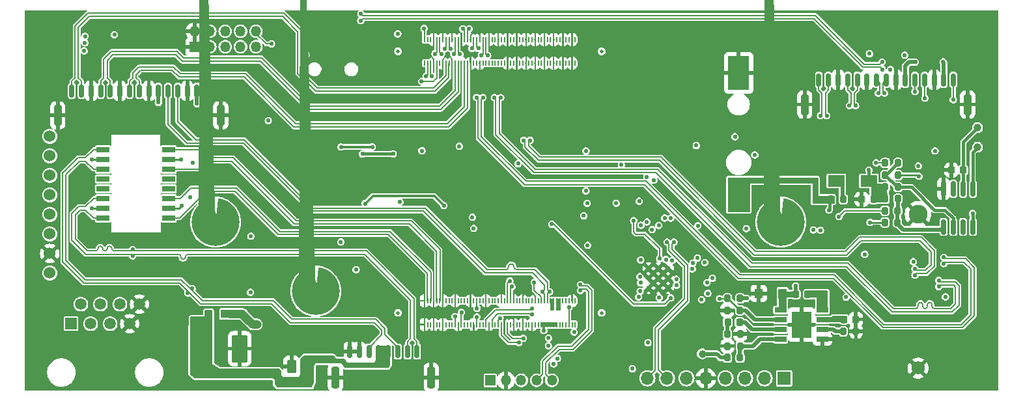
<source format=gtl>
G04 #@! TF.GenerationSoftware,KiCad,Pcbnew,8.0.0-rc1*
G04 #@! TF.CreationDate,2024-01-27T15:59:41+03:00*
G04 #@! TF.ProjectId,RP2040_minimal,52503230-3430-45f6-9d69-6e696d616c2e,REV1*
G04 #@! TF.SameCoordinates,Original*
G04 #@! TF.FileFunction,Copper,L1,Top*
G04 #@! TF.FilePolarity,Positive*
%FSLAX46Y46*%
G04 Gerber Fmt 4.6, Leading zero omitted, Abs format (unit mm)*
G04 Created by KiCad (PCBNEW 8.0.0-rc1) date 2024-01-27 15:59:41*
%MOMM*%
%LPD*%
G01*
G04 APERTURE LIST*
G04 Aperture macros list*
%AMRoundRect*
0 Rectangle with rounded corners*
0 $1 Rounding radius*
0 $2 $3 $4 $5 $6 $7 $8 $9 X,Y pos of 4 corners*
0 Add a 4 corners polygon primitive as box body*
4,1,4,$2,$3,$4,$5,$6,$7,$8,$9,$2,$3,0*
0 Add four circle primitives for the rounded corners*
1,1,$1+$1,$2,$3*
1,1,$1+$1,$4,$5*
1,1,$1+$1,$6,$7*
1,1,$1+$1,$8,$9*
0 Add four rect primitives between the rounded corners*
20,1,$1+$1,$2,$3,$4,$5,0*
20,1,$1+$1,$4,$5,$6,$7,0*
20,1,$1+$1,$6,$7,$8,$9,0*
20,1,$1+$1,$8,$9,$2,$3,0*%
%AMFreePoly0*
4,1,57,0.347090,3.080508,0.689815,3.022277,1.023865,2.926038,1.345040,2.793003,1.649299,2.624845,1.932818,2.423678,2.192031,2.192031,2.423678,1.932818,2.624845,1.649299,2.793003,1.345040,2.926038,1.023865,3.022277,0.689815,3.080508,0.347090,3.100000,0.000000,3.080508,-0.347090,3.022277,-0.689815,2.926038,-1.023865,2.793003,-1.345040,2.624845,-1.649299,2.423678,-1.932818,
2.192031,-2.192031,1.932818,-2.423678,1.649299,-2.624845,1.345040,-2.793003,1.023865,-2.926038,0.689815,-3.022277,0.347090,-3.080508,0.000000,-3.100000,-0.347090,-3.080508,-0.689815,-3.022277,-1.023865,-2.926038,-1.345040,-2.793003,-1.649299,-2.624845,-1.932818,-2.423678,-2.192031,-2.192031,-2.423678,-1.932818,-2.624845,-1.649299,-2.793003,-1.345040,-2.926038,-1.023865,-3.022277,-0.689815,
-3.080508,-0.347090,-3.100000,0.000000,-3.080508,0.347090,-3.022277,0.689815,-2.926038,1.023865,-2.793003,1.345040,-2.624845,1.649299,-2.423678,1.932818,-2.192031,2.192031,-1.932818,2.423678,-1.649299,2.624845,-1.345040,2.793003,-1.023865,2.926038,-0.689815,3.022277,-0.347090,3.080508,0.000000,3.100000,0.347090,3.080508,0.347090,3.080508,$1*%
G04 Aperture macros list end*
G04 #@! TA.AperFunction,Conductor*
%ADD10C,0.000000*%
G04 #@! TD*
G04 #@! TA.AperFunction,Conductor*
%ADD11C,0.200000*%
G04 #@! TD*
G04 #@! TA.AperFunction,Conductor*
%ADD12C,0.100000*%
G04 #@! TD*
G04 #@! TA.AperFunction,ComponentPad*
%ADD13R,1.500000X1.500000*%
G04 #@! TD*
G04 #@! TA.AperFunction,ComponentPad*
%ADD14C,1.500000*%
G04 #@! TD*
G04 #@! TA.AperFunction,SMDPad,CuDef*
%ADD15RoundRect,0.150000X-0.150000X0.825000X-0.150000X-0.825000X0.150000X-0.825000X0.150000X0.825000X0*%
G04 #@! TD*
G04 #@! TA.AperFunction,SMDPad,CuDef*
%ADD16RoundRect,0.200000X-0.200000X-0.275000X0.200000X-0.275000X0.200000X0.275000X-0.200000X0.275000X0*%
G04 #@! TD*
G04 #@! TA.AperFunction,ComponentPad*
%ADD17R,1.700000X1.700000*%
G04 #@! TD*
G04 #@! TA.AperFunction,ComponentPad*
%ADD18O,1.700000X1.700000*%
G04 #@! TD*
G04 #@! TA.AperFunction,SMDPad,CuDef*
%ADD19R,2.120000X1.500000*%
G04 #@! TD*
G04 #@! TA.AperFunction,ComponentPad*
%ADD20C,1.000000*%
G04 #@! TD*
G04 #@! TA.AperFunction,SMDPad,CuDef*
%ADD21RoundRect,0.200000X0.200000X0.275000X-0.200000X0.275000X-0.200000X-0.275000X0.200000X-0.275000X0*%
G04 #@! TD*
G04 #@! TA.AperFunction,SMDPad,CuDef*
%ADD22C,0.500000*%
G04 #@! TD*
G04 #@! TA.AperFunction,SMDPad,CuDef*
%ADD23R,1.670000X0.760000*%
G04 #@! TD*
G04 #@! TA.AperFunction,SMDPad,CuDef*
%ADD24RoundRect,0.225000X0.225000X0.250000X-0.225000X0.250000X-0.225000X-0.250000X0.225000X-0.250000X0*%
G04 #@! TD*
G04 #@! TA.AperFunction,SMDPad,CuDef*
%ADD25RoundRect,0.225000X-0.225000X-0.250000X0.225000X-0.250000X0.225000X0.250000X-0.225000X0.250000X0*%
G04 #@! TD*
G04 #@! TA.AperFunction,ComponentPad*
%ADD26R,1.350000X1.350000*%
G04 #@! TD*
G04 #@! TA.AperFunction,ComponentPad*
%ADD27O,1.350000X1.350000*%
G04 #@! TD*
G04 #@! TA.AperFunction,SMDPad,CuDef*
%ADD28R,1.120000X1.220000*%
G04 #@! TD*
G04 #@! TA.AperFunction,WasherPad*
%ADD29FreePoly0,270.000000*%
G04 #@! TD*
G04 #@! TA.AperFunction,SMDPad,CuDef*
%ADD30R,1.525000X0.700000*%
G04 #@! TD*
G04 #@! TA.AperFunction,SMDPad,CuDef*
%ADD31R,2.560000X3.450000*%
G04 #@! TD*
G04 #@! TA.AperFunction,SMDPad,CuDef*
%ADD32R,0.200000X0.700000*%
G04 #@! TD*
G04 #@! TA.AperFunction,SMDPad,CuDef*
%ADD33R,2.170000X1.120000*%
G04 #@! TD*
G04 #@! TA.AperFunction,SMDPad,CuDef*
%ADD34R,0.850000X0.850000*%
G04 #@! TD*
G04 #@! TA.AperFunction,ComponentPad*
%ADD35RoundRect,0.250000X-0.350000X-0.625000X0.350000X-0.625000X0.350000X0.625000X-0.350000X0.625000X0*%
G04 #@! TD*
G04 #@! TA.AperFunction,ComponentPad*
%ADD36O,1.200000X1.750000*%
G04 #@! TD*
G04 #@! TA.AperFunction,SMDPad,CuDef*
%ADD37RoundRect,0.150000X0.150000X0.700000X-0.150000X0.700000X-0.150000X-0.700000X0.150000X-0.700000X0*%
G04 #@! TD*
G04 #@! TA.AperFunction,SMDPad,CuDef*
%ADD38RoundRect,0.250000X0.250000X1.150000X-0.250000X1.150000X-0.250000X-1.150000X0.250000X-1.150000X0*%
G04 #@! TD*
G04 #@! TA.AperFunction,SMDPad,CuDef*
%ADD39RoundRect,0.150000X-0.150000X-0.700000X0.150000X-0.700000X0.150000X0.700000X-0.150000X0.700000X0*%
G04 #@! TD*
G04 #@! TA.AperFunction,SMDPad,CuDef*
%ADD40RoundRect,0.250000X-0.250000X-1.100000X0.250000X-1.100000X0.250000X1.100000X-0.250000X1.100000X0*%
G04 #@! TD*
G04 #@! TA.AperFunction,SMDPad,CuDef*
%ADD41C,1.000000*%
G04 #@! TD*
G04 #@! TA.AperFunction,SMDPad,CuDef*
%ADD42R,2.800000X4.400000*%
G04 #@! TD*
G04 #@! TA.AperFunction,ComponentPad*
%ADD43C,1.750000*%
G04 #@! TD*
G04 #@! TA.AperFunction,ComponentPad*
%ADD44C,2.450000*%
G04 #@! TD*
G04 #@! TA.AperFunction,ComponentPad*
%ADD45C,0.550000*%
G04 #@! TD*
G04 #@! TA.AperFunction,ComponentPad*
%ADD46C,1.524000*%
G04 #@! TD*
G04 #@! TA.AperFunction,ComponentPad*
%ADD47RoundRect,0.249999X0.790001X1.550001X-0.790001X1.550001X-0.790001X-1.550001X0.790001X-1.550001X0*%
G04 #@! TD*
G04 #@! TA.AperFunction,ComponentPad*
%ADD48O,2.080000X3.600000*%
G04 #@! TD*
G04 #@! TA.AperFunction,ViaPad*
%ADD49C,0.550000*%
G04 #@! TD*
G04 #@! TA.AperFunction,Conductor*
%ADD50C,0.381000*%
G04 #@! TD*
G04 #@! TA.AperFunction,Conductor*
%ADD51C,0.508000*%
G04 #@! TD*
G04 #@! TA.AperFunction,Conductor*
%ADD52C,1.100000*%
G04 #@! TD*
G04 #@! TA.AperFunction,Conductor*
%ADD53C,0.180000*%
G04 #@! TD*
G04 #@! TA.AperFunction,Conductor*
%ADD54C,0.300000*%
G04 #@! TD*
G04 #@! TA.AperFunction,Conductor*
%ADD55C,0.254000*%
G04 #@! TD*
G04 #@! TA.AperFunction,Conductor*
%ADD56C,0.500000*%
G04 #@! TD*
G04 APERTURE END LIST*
D10*
G04 #@! TA.AperFunction,Conductor*
G36*
X215842500Y-107556000D02*
G01*
X216072500Y-107556000D01*
X216082500Y-108286000D01*
X215352500Y-108286000D01*
X215322500Y-106286000D01*
X213762500Y-106286000D01*
X213762500Y-104826000D01*
X215842500Y-104826000D01*
X215842500Y-107556000D01*
G37*
G04 #@! TD.AperFunction*
G04 #@! TA.AperFunction,Conductor*
G36*
X177762500Y-120856001D02*
G01*
X178102500Y-120856000D01*
X178089919Y-122378487D01*
X177590494Y-122390419D01*
X177592500Y-120856000D01*
X177682500Y-120856000D01*
X177762500Y-120856001D01*
G37*
G04 #@! TD.AperFunction*
D11*
X213622500Y-122586000D02*
X212332500Y-122586000D01*
X212332500Y-120656000D01*
X210812500Y-120656000D01*
X210812500Y-119916000D01*
X213622500Y-119916000D01*
X213622500Y-122586000D01*
G04 #@! TA.AperFunction,Conductor*
G36*
X213622500Y-122586000D02*
G01*
X212332500Y-122586000D01*
X212332500Y-120656000D01*
X210812500Y-120656000D01*
X210812500Y-119916000D01*
X213622500Y-119916000D01*
X213622500Y-122586000D01*
G37*
G04 #@! TD.AperFunction*
D10*
G04 #@! TA.AperFunction,Conductor*
G36*
X178512500Y-124536000D02*
G01*
X176382500Y-124536000D01*
X176382500Y-123916000D01*
X178502500Y-123916000D01*
X178512500Y-124536000D01*
G37*
G04 #@! TD.AperFunction*
D11*
X208252500Y-120056000D02*
X209822500Y-120026000D01*
X209812500Y-120626000D01*
X208242500Y-120626000D01*
X208212500Y-121466000D01*
X208202500Y-122576000D01*
X206892500Y-122576000D01*
X206892500Y-122096000D01*
X207362500Y-122086000D01*
X207342500Y-119696000D01*
X208242500Y-119696000D01*
X208252500Y-120056000D01*
G04 #@! TA.AperFunction,Conductor*
G36*
X208252500Y-120056000D02*
G01*
X209822500Y-120026000D01*
X209812500Y-120626000D01*
X208242500Y-120626000D01*
X208212500Y-121466000D01*
X208202500Y-122576000D01*
X206892500Y-122576000D01*
X206892500Y-122096000D01*
X207362500Y-122086000D01*
X207342500Y-119696000D01*
X208242500Y-119696000D01*
X208252500Y-120056000D01*
G37*
G04 #@! TD.AperFunction*
D10*
G04 #@! TA.AperFunction,Conductor*
G36*
X216142500Y-123986000D02*
G01*
X215412500Y-123996000D01*
X215412500Y-123946000D01*
X212272500Y-123946000D01*
X212262500Y-123276000D01*
X214262500Y-123266000D01*
X214262500Y-123126000D01*
X215992500Y-123126000D01*
X216122500Y-123126000D01*
X216142500Y-123986000D01*
G37*
G04 #@! TD.AperFunction*
G04 #@! TA.AperFunction,Conductor*
G36*
X178912500Y-122406000D02*
G01*
X178352500Y-122416000D01*
X178362500Y-120876000D01*
X178372500Y-120876000D01*
X178922500Y-120876000D01*
X178912500Y-122406000D01*
G37*
G04 #@! TD.AperFunction*
D11*
X133592500Y-129406000D02*
X134562500Y-130076000D01*
X142332500Y-130076000D01*
X142522500Y-130316000D01*
X142522500Y-130906000D01*
X142802500Y-131176000D01*
X144882500Y-131176000D01*
X145212500Y-130826000D01*
X145212500Y-128796000D01*
X145592500Y-128336000D01*
X147272500Y-128336000D01*
X149402500Y-128336000D01*
X149762500Y-128756000D01*
X150762500Y-128756000D01*
X151172500Y-129286000D01*
X154762500Y-129266000D01*
X155032500Y-128976000D01*
X155022500Y-127046000D01*
X156682500Y-127056000D01*
X156682500Y-129506000D01*
X156492500Y-129796000D01*
X150912500Y-129796000D01*
X150422500Y-129226000D01*
X146992500Y-129226000D01*
X146792500Y-129676000D01*
X146792500Y-131846000D01*
X146562500Y-132356000D01*
X142162500Y-132356000D01*
X141842500Y-132016000D01*
X141842500Y-131386000D01*
X141532500Y-131166000D01*
X131382500Y-131156000D01*
X130842500Y-130696000D01*
X130862500Y-125466000D01*
X130882500Y-123296000D01*
X132762500Y-123296000D01*
X132762500Y-122446000D01*
X133592500Y-122446000D01*
X133592500Y-129406000D01*
G04 #@! TA.AperFunction,Conductor*
G36*
X133592500Y-129406000D02*
G01*
X134562500Y-130076000D01*
X142332500Y-130076000D01*
X142522500Y-130316000D01*
X142522500Y-130906000D01*
X142802500Y-131176000D01*
X144882500Y-131176000D01*
X145212500Y-130826000D01*
X145212500Y-128796000D01*
X145592500Y-128336000D01*
X147272500Y-128336000D01*
X149402500Y-128336000D01*
X149762500Y-128756000D01*
X150762500Y-128756000D01*
X151172500Y-129286000D01*
X154762500Y-129266000D01*
X155032500Y-128976000D01*
X155022500Y-127046000D01*
X156682500Y-127056000D01*
X156682500Y-129506000D01*
X156492500Y-129796000D01*
X150912500Y-129796000D01*
X150422500Y-129226000D01*
X146992500Y-129226000D01*
X146792500Y-129676000D01*
X146792500Y-131846000D01*
X146562500Y-132356000D01*
X142162500Y-132356000D01*
X141842500Y-132016000D01*
X141842500Y-131386000D01*
X141532500Y-131166000D01*
X131382500Y-131156000D01*
X130842500Y-130696000D01*
X130862500Y-125466000D01*
X130882500Y-123296000D01*
X132762500Y-123296000D01*
X132762500Y-122446000D01*
X133592500Y-122446000D01*
X133592500Y-129406000D01*
G37*
G04 #@! TD.AperFunction*
D12*
X212362500Y-107506000D02*
X214482500Y-107506000D01*
X214482500Y-108446000D01*
X211722500Y-108446000D01*
X211722500Y-105826000D01*
X203512500Y-105826000D01*
X203502500Y-109556000D01*
X200712500Y-109556000D01*
X200702500Y-109556000D01*
X200702500Y-105156000D01*
X212362500Y-105156000D01*
X212362500Y-107506000D01*
G04 #@! TA.AperFunction,Conductor*
G36*
X212362500Y-107506000D02*
G01*
X214482500Y-107506000D01*
X214482500Y-108446000D01*
X211722500Y-108446000D01*
X211722500Y-105826000D01*
X203512500Y-105826000D01*
X203502500Y-109556000D01*
X200712500Y-109556000D01*
X200702500Y-109556000D01*
X200702500Y-105156000D01*
X212362500Y-105156000D01*
X212362500Y-107506000D01*
G37*
G04 #@! TD.AperFunction*
D10*
G04 #@! TA.AperFunction,Conductor*
G36*
X220072500Y-105946000D02*
G01*
X221412500Y-105986000D01*
X221432500Y-108336000D01*
X219332500Y-108356000D01*
X219322500Y-106276000D01*
X217982500Y-106286000D01*
X217982500Y-104856000D01*
X220072500Y-104856000D01*
X220072500Y-105946000D01*
G37*
G04 #@! TD.AperFunction*
D13*
X115300000Y-124130000D03*
D14*
X116570000Y-121590000D03*
X117840000Y-124130000D03*
X119110000Y-121590000D03*
X120380000Y-124130000D03*
X121650000Y-121590000D03*
X122920000Y-124130000D03*
X124190000Y-121590000D03*
D15*
X232522500Y-106596000D03*
X231252500Y-106596000D03*
X229982500Y-106596000D03*
X228712500Y-106596000D03*
X228712500Y-111546000D03*
X229982500Y-111546000D03*
X231252500Y-111546000D03*
X232522500Y-111546000D03*
D16*
X221152500Y-104806000D03*
X222802500Y-104806000D03*
D17*
X208002500Y-131236000D03*
D18*
X205462500Y-131236000D03*
X202922500Y-131236000D03*
X200382500Y-131236000D03*
X197842500Y-131236000D03*
X195302500Y-131236000D03*
X192762500Y-131236000D03*
X190222500Y-131236000D03*
D19*
X214797500Y-105556000D03*
X219027500Y-105556000D03*
D20*
X233152500Y-98646000D03*
X233152500Y-101186000D03*
D21*
X202257500Y-122386000D03*
X200607500Y-122386000D03*
D22*
X157810000Y-122716000D03*
D23*
X128002500Y-110384200D03*
X128002500Y-109114200D03*
X128002500Y-107844200D03*
X128002500Y-106574200D03*
X128002500Y-105304200D03*
X128002500Y-104034200D03*
X128002500Y-102764200D03*
X128002500Y-101494200D03*
X119472500Y-101494200D03*
X119472500Y-102764200D03*
X119472500Y-104034200D03*
X119472500Y-105304200D03*
X119472500Y-106574200D03*
X119472500Y-107844200D03*
X119472500Y-109114200D03*
X119472500Y-110384200D03*
D21*
X202272500Y-128556000D03*
X200622500Y-128556000D03*
X202287500Y-127036000D03*
X200637500Y-127036000D03*
D24*
X217327500Y-123566000D03*
X215777500Y-123566000D03*
D21*
X222802500Y-103236000D03*
X221152500Y-103236000D03*
D24*
X219642500Y-107946000D03*
X218092500Y-107946000D03*
D25*
X209517500Y-120286000D03*
X211067500Y-120286000D03*
D26*
X131332500Y-88106000D03*
D27*
X131332500Y-86106000D03*
X133332500Y-88106000D03*
X133332500Y-86106000D03*
X135332500Y-88106000D03*
X135332500Y-86106000D03*
X137332500Y-88106000D03*
X137332500Y-86106000D03*
X139332500Y-88106000D03*
X139332500Y-86106000D03*
D28*
X207802500Y-120196000D03*
X204702500Y-120196000D03*
D22*
X184282500Y-88716000D03*
D29*
X207572500Y-110926000D03*
D16*
X221142500Y-107896000D03*
X222792500Y-107896000D03*
D22*
X157810000Y-88716000D03*
D25*
X200672500Y-123956000D03*
X202222500Y-123956000D03*
D30*
X207550500Y-122341000D03*
X207550500Y-123611000D03*
X207550500Y-124881000D03*
X207550500Y-126151000D03*
X212974500Y-126151000D03*
X212974500Y-124881000D03*
X212974500Y-123611000D03*
X212974500Y-122341000D03*
D31*
X210262500Y-124246000D03*
D16*
X221157500Y-106366000D03*
X222807500Y-106366000D03*
D32*
X161240000Y-124240000D03*
X161240000Y-121160000D03*
X161640000Y-124240000D03*
X161640000Y-121160000D03*
X162040000Y-124240000D03*
X162040000Y-121160000D03*
X162440000Y-124240000D03*
X162440000Y-121160000D03*
X162840000Y-124240000D03*
X162840000Y-121160000D03*
X163240000Y-124240000D03*
X163240000Y-121160000D03*
X163640000Y-124240000D03*
X163640000Y-121160000D03*
X164040000Y-124240000D03*
X164040000Y-121160000D03*
X164440000Y-124240000D03*
X164440000Y-121160000D03*
X164840000Y-124240000D03*
X164840000Y-121160000D03*
X165240000Y-124240000D03*
X165240000Y-121160000D03*
X165640000Y-124240000D03*
X165640000Y-121160000D03*
X166040000Y-124240000D03*
X166040000Y-121160000D03*
X166440000Y-124240000D03*
X166440000Y-121160000D03*
X166840000Y-124240000D03*
X166840000Y-121160000D03*
X167240000Y-124240000D03*
X167240000Y-121160000D03*
X167640000Y-124240000D03*
X167640000Y-121160000D03*
X168040000Y-124240000D03*
X168040000Y-121160000D03*
X168440000Y-124240000D03*
X168440000Y-121160000D03*
X168840000Y-124240000D03*
X168840000Y-121160000D03*
X169240000Y-124240000D03*
X169240000Y-121160000D03*
X169640000Y-124240000D03*
X169640000Y-121160000D03*
X170040000Y-124240000D03*
X170040000Y-121160000D03*
X170440000Y-124240000D03*
X170440000Y-121160000D03*
X170840000Y-124240000D03*
X170840000Y-121160000D03*
X171240000Y-124240000D03*
X171240000Y-121160000D03*
X171640000Y-124240000D03*
X171640000Y-121160000D03*
X172040000Y-124240000D03*
X172040000Y-121160000D03*
X172440000Y-124240000D03*
X172440000Y-121160000D03*
X172840000Y-124240000D03*
X172840000Y-121160000D03*
X173240000Y-124240000D03*
X173240000Y-121160000D03*
X173640000Y-124240000D03*
X173640000Y-121160000D03*
X174040000Y-124240000D03*
X174040000Y-121160000D03*
X174440000Y-124240000D03*
X174440000Y-121160000D03*
X174840000Y-124240000D03*
X174840000Y-121160000D03*
X175240000Y-124240000D03*
X175240000Y-121160000D03*
X175640000Y-124240000D03*
X175640000Y-121160000D03*
X176040000Y-124240000D03*
X176040000Y-121160000D03*
X176440000Y-124240000D03*
X176440000Y-121160000D03*
X176840000Y-124240000D03*
X176840000Y-121160000D03*
X177240000Y-124240000D03*
X177240000Y-121160000D03*
X177640000Y-124240000D03*
X177640000Y-121160000D03*
X178040000Y-124240000D03*
X178040000Y-121160000D03*
X178440000Y-124240000D03*
X178440000Y-121160000D03*
X178840000Y-124240000D03*
X178840000Y-121160000D03*
X179240000Y-124240000D03*
X179240000Y-121160000D03*
X179640000Y-124240000D03*
X179640000Y-121160000D03*
X180040000Y-124240000D03*
X180040000Y-121160000D03*
X180440000Y-124240000D03*
X180440000Y-121160000D03*
X180840000Y-124240000D03*
X180840000Y-121160000D03*
D21*
X222757500Y-110956000D03*
X221107500Y-110956000D03*
X222767500Y-109426000D03*
X221117500Y-109426000D03*
D33*
X135872500Y-122866000D03*
D34*
X133192500Y-122866000D03*
D35*
X143952500Y-129666000D03*
D36*
X145952500Y-129666000D03*
D22*
X184282500Y-122716000D03*
D37*
X160282500Y-127756000D03*
X159032500Y-127756000D03*
X157782500Y-127756000D03*
X156532500Y-127756000D03*
X155282500Y-127756000D03*
X154032500Y-127756000D03*
X152782500Y-127756000D03*
X151532500Y-127756000D03*
D38*
X162132500Y-131106000D03*
X149682500Y-131106000D03*
D29*
X134072500Y-110926000D03*
D24*
X231297500Y-104146000D03*
X229747500Y-104146000D03*
D39*
X115402500Y-93846000D03*
X116652500Y-93846000D03*
X117902500Y-93846000D03*
X119152500Y-93846000D03*
X120402500Y-93846000D03*
X121652500Y-93846000D03*
X122902500Y-93846000D03*
X124152500Y-93846000D03*
X125402500Y-93846000D03*
X126652500Y-93846000D03*
X127902500Y-93846000D03*
X129152500Y-93846000D03*
D40*
X113552500Y-97046000D03*
D39*
X130402500Y-93846000D03*
D40*
X134752500Y-97046000D03*
D39*
X131652500Y-93846000D03*
X132902500Y-93846000D03*
X212522500Y-92426000D03*
X213772500Y-92426000D03*
X215022500Y-92426000D03*
X216272500Y-92426000D03*
X217522500Y-92426000D03*
X218772500Y-92426000D03*
X220022500Y-92426000D03*
X221272500Y-92426000D03*
X222522500Y-92426000D03*
X223772500Y-92426000D03*
X225022500Y-92426000D03*
X226272500Y-92426000D03*
D40*
X210672500Y-95626000D03*
D39*
X227522500Y-92426000D03*
D40*
X231872500Y-95626000D03*
D39*
X228772500Y-92426000D03*
X230022500Y-92426000D03*
D26*
X169822500Y-131506000D03*
D27*
X171822500Y-131506000D03*
X173822500Y-131506000D03*
X175822500Y-131506000D03*
X177822500Y-131506000D03*
D32*
X161240000Y-90240000D03*
X161240000Y-87160000D03*
X161640000Y-90240000D03*
X161640000Y-87160000D03*
X162040000Y-90240000D03*
X162040000Y-87160000D03*
X162440000Y-90240000D03*
X162440000Y-87160000D03*
X162840000Y-90240000D03*
X162840000Y-87160000D03*
X163240000Y-90240000D03*
X163240000Y-87160000D03*
X163640000Y-90240000D03*
X163640000Y-87160000D03*
X164040000Y-90240000D03*
X164040000Y-87160000D03*
X164440000Y-90240000D03*
X164440000Y-87160000D03*
X164840000Y-90240000D03*
X164840000Y-87160000D03*
X165240000Y-90240000D03*
X165240000Y-87160000D03*
X165640000Y-90240000D03*
X165640000Y-87160000D03*
X166040000Y-90240000D03*
X166040000Y-87160000D03*
X166440000Y-90240000D03*
X166440000Y-87160000D03*
X166840000Y-90240000D03*
X166840000Y-87160000D03*
X167240000Y-90240000D03*
X167240000Y-87160000D03*
X167640000Y-90240000D03*
X167640000Y-87160000D03*
X168040000Y-90240000D03*
X168040000Y-87160000D03*
X168440000Y-90240000D03*
X168440000Y-87160000D03*
X168840000Y-90240000D03*
X168840000Y-87160000D03*
X169240000Y-90240000D03*
X169240000Y-87160000D03*
X169640000Y-90240000D03*
X169640000Y-87160000D03*
X170040000Y-90240000D03*
X170040000Y-87160000D03*
X170440000Y-90240000D03*
X170440000Y-87160000D03*
X170840000Y-90240000D03*
X170840000Y-87160000D03*
X171240000Y-90240000D03*
X171240000Y-87160000D03*
X171640000Y-90240000D03*
X171640000Y-87160000D03*
X172040000Y-90240000D03*
X172040000Y-87160000D03*
X172440000Y-90240000D03*
X172440000Y-87160000D03*
X172840000Y-90240000D03*
X172840000Y-87160000D03*
X173240000Y-90240000D03*
X173240000Y-87160000D03*
X173640000Y-90240000D03*
X173640000Y-87160000D03*
X174040000Y-90240000D03*
X174040000Y-87160000D03*
X174440000Y-90240000D03*
X174440000Y-87160000D03*
X174840000Y-90240000D03*
X174840000Y-87160000D03*
X175240000Y-90240000D03*
X175240000Y-87160000D03*
X175640000Y-90240000D03*
X175640000Y-87160000D03*
X176040000Y-90240000D03*
X176040000Y-87160000D03*
X176440000Y-90240000D03*
X176440000Y-87160000D03*
X176840000Y-90240000D03*
X176840000Y-87160000D03*
X177240000Y-90240000D03*
X177240000Y-87160000D03*
X177640000Y-90240000D03*
X177640000Y-87160000D03*
X178040000Y-90240000D03*
X178040000Y-87160000D03*
X178440000Y-90240000D03*
X178440000Y-87160000D03*
X178840000Y-90240000D03*
X178840000Y-87160000D03*
X179240000Y-90240000D03*
X179240000Y-87160000D03*
X179640000Y-90240000D03*
X179640000Y-87160000D03*
X180040000Y-90240000D03*
X180040000Y-87160000D03*
X180440000Y-90240000D03*
X180440000Y-87160000D03*
X180840000Y-90240000D03*
X180840000Y-87160000D03*
D41*
X197372500Y-128056000D03*
D16*
X200637500Y-125496000D03*
X202287500Y-125496000D03*
D21*
X202277500Y-120846000D03*
X200627500Y-120846000D03*
X215722500Y-107946000D03*
X214072500Y-107946000D03*
D42*
X202102500Y-107356000D03*
X202102500Y-91506000D03*
D16*
X215697500Y-125106000D03*
X217347500Y-125106000D03*
D43*
X225425109Y-129906000D03*
D44*
X225425109Y-109906000D03*
D45*
X192915000Y-116947500D03*
X191640000Y-116947500D03*
X190365000Y-116947500D03*
X192915000Y-118222500D03*
X191640000Y-118222500D03*
X190365000Y-118222500D03*
X192915000Y-119497500D03*
X191640000Y-119497500D03*
X190365000Y-119497500D03*
D29*
X147107509Y-119906000D03*
D46*
X112527500Y-117539000D03*
X112527500Y-114999000D03*
X112527500Y-112459000D03*
X112527500Y-109919000D03*
X112527500Y-107379000D03*
X112527500Y-104839000D03*
X112527500Y-102299000D03*
X112527500Y-99759000D03*
D47*
X137222500Y-127376000D03*
D48*
X132142500Y-127376000D03*
D49*
X178332500Y-108386000D03*
X152882500Y-105336000D03*
X159772500Y-117286000D03*
X214482500Y-123546000D03*
X137732500Y-123056000D03*
X190297500Y-126606000D03*
X139462500Y-124226000D03*
X138432500Y-123756000D03*
X203142500Y-120846000D03*
X191072500Y-105446000D03*
X131052414Y-119566086D03*
X130472586Y-120145914D03*
X197692500Y-116181000D03*
X193468070Y-115910430D03*
X196732500Y-115596000D03*
X196142500Y-116256000D03*
X192792500Y-113516000D03*
X193672500Y-113536000D03*
X213832500Y-109366000D03*
X232512500Y-109786000D03*
X219032500Y-104156000D03*
X196787500Y-111391000D03*
X150362500Y-113496000D03*
X153535000Y-108496000D03*
X154462500Y-101136000D03*
X163772500Y-108766000D03*
X150382500Y-101146000D03*
X182452500Y-113936000D03*
X209502500Y-119226000D03*
X191832500Y-115686000D03*
X188442500Y-110724000D03*
X186852500Y-103481000D03*
X117113934Y-86755621D03*
X220742711Y-90088728D03*
X152982500Y-83836000D03*
X191712500Y-111346000D03*
X193266341Y-120782481D03*
X177792500Y-111196000D03*
X157772500Y-86436000D03*
X117102500Y-87586000D03*
X190155438Y-105038833D03*
X190842500Y-111886000D03*
X220782500Y-91056000D03*
X152972500Y-84716000D03*
X203092500Y-111766000D03*
X196065700Y-117002060D03*
X190162500Y-110896000D03*
X186172500Y-108466000D03*
X189382500Y-111326000D03*
X173412500Y-103326000D03*
X189162500Y-108196000D03*
X191772500Y-120738000D03*
X189082693Y-120660951D03*
X189362500Y-115846000D03*
X192632500Y-115776000D03*
X189352500Y-118816000D03*
X193993630Y-118360538D03*
X194012500Y-119146000D03*
X189242500Y-118016000D03*
X189282500Y-119916000D03*
X160912500Y-101636000D03*
X198892500Y-128056000D03*
X176764087Y-125014413D03*
X204192500Y-102186000D03*
X165772500Y-101046000D03*
X140942500Y-97716000D03*
X225462500Y-103606000D03*
X145842500Y-89156000D03*
X129562500Y-102746000D03*
X129672500Y-108756000D03*
X172342500Y-118576000D03*
X211802500Y-111946000D03*
X219972500Y-103206000D03*
X153172500Y-102056000D03*
X157172500Y-102056000D03*
X152357500Y-117111000D03*
X158052500Y-108306000D03*
X199612500Y-120876000D03*
X215132500Y-110186000D03*
X212732500Y-111986000D03*
X172615000Y-119316000D03*
X118032500Y-102764200D03*
X131122500Y-103186000D03*
X130772500Y-107676000D03*
X118032500Y-109114200D03*
X225542500Y-104966000D03*
X176562500Y-119986000D03*
X178032500Y-129366000D03*
X219182500Y-110956000D03*
X177502500Y-119986000D03*
X178522500Y-128646000D03*
X225062500Y-90106000D03*
X171152500Y-94726000D03*
X228112500Y-119316000D03*
X164676058Y-88392434D03*
X228112500Y-118496000D03*
X170332500Y-94726000D03*
X163856058Y-88392434D03*
X218482500Y-115096000D03*
X160862500Y-92626000D03*
X224812500Y-116066000D03*
X161192500Y-85726000D03*
X228762500Y-116316000D03*
X168842500Y-94706000D03*
X163446064Y-89028978D03*
X162626064Y-89028978D03*
X168022500Y-94706000D03*
X228762500Y-115496000D03*
X181532500Y-119059000D03*
X181532500Y-119813000D03*
X175522500Y-118746000D03*
X180702500Y-125221000D03*
X168052500Y-123256000D03*
X225022500Y-93936000D03*
X177362500Y-127006000D03*
X168052500Y-122126000D03*
X226322500Y-94796000D03*
X177372500Y-126006000D03*
X165222500Y-123206000D03*
X171069000Y-123401000D03*
X178642500Y-122036000D03*
X161465500Y-91916000D03*
X162219500Y-91916000D03*
X198677105Y-118225639D03*
X175252500Y-122166000D03*
X175242500Y-122916000D03*
X197972500Y-118800639D03*
X173514500Y-126596000D03*
X198082500Y-120186000D03*
X197282500Y-120997500D03*
X174089500Y-126021000D03*
X180032500Y-121965002D03*
X213557500Y-97076000D03*
X167057571Y-85793554D03*
X216487500Y-95776000D03*
X167432500Y-88336000D03*
X168252500Y-88336000D03*
X217307500Y-95776000D03*
X168642500Y-89256000D03*
X220237500Y-94146000D03*
X169462500Y-89256000D03*
X221057500Y-94146000D03*
X166052500Y-122646000D03*
X230002500Y-94996000D03*
X138672500Y-112756000D03*
X188282500Y-129986000D03*
X227622500Y-101666000D03*
X132892500Y-96126000D03*
X138612500Y-120056000D03*
X182392500Y-108476000D03*
X182242500Y-106856000D03*
X221822500Y-91066000D03*
X116992500Y-88646000D03*
X123302500Y-115306000D03*
X123302500Y-114486000D03*
X126642500Y-95356000D03*
X201602500Y-99816000D03*
X196582500Y-100956000D03*
X120922500Y-86546000D03*
X216067984Y-120670516D03*
X223682500Y-89206000D03*
X228982500Y-120646000D03*
X167462500Y-110276000D03*
X219092500Y-89016000D03*
X167632500Y-111741000D03*
X228692500Y-90086000D03*
X181952500Y-110096000D03*
X131652500Y-95526000D03*
X177842500Y-122046000D03*
X182242500Y-101666000D03*
X165862500Y-89076000D03*
X174967500Y-100279882D03*
X225022500Y-117816000D03*
X174147500Y-100279882D03*
X225022500Y-116996000D03*
X165042500Y-89076000D03*
X193262500Y-110406000D03*
X192482500Y-110396000D03*
X141362500Y-87736000D03*
X166237571Y-85793554D03*
X212737500Y-97076000D03*
D11*
X171640000Y-123708500D02*
X171902500Y-123446000D01*
X164552500Y-89436000D02*
X164840000Y-89723500D01*
X163640000Y-89788500D02*
X163992500Y-89436000D01*
X171902500Y-123446000D02*
X172662500Y-123446000D01*
X172662500Y-123446000D02*
X172840000Y-123623500D01*
X172840000Y-123623500D02*
X172840000Y-124240000D01*
X174040000Y-120518500D02*
X174040000Y-121160000D01*
X174312500Y-120246000D02*
X174040000Y-120518500D01*
X168440000Y-86603500D02*
X168440000Y-87160000D01*
X175640000Y-121160000D02*
X175640000Y-120573500D01*
X162440000Y-87948500D02*
X162440000Y-87160000D01*
X168192500Y-86356000D02*
X168440000Y-86603500D01*
X163640000Y-90240000D02*
X163640000Y-89788500D01*
X161982500Y-88406000D02*
X162440000Y-87948500D01*
X161982500Y-89246000D02*
X161982500Y-88406000D01*
X167240000Y-86618500D02*
X167502500Y-86356000D01*
X175312500Y-120246000D02*
X174312500Y-120246000D01*
X162440000Y-89703500D02*
X161982500Y-89246000D01*
X167502500Y-86356000D02*
X168192500Y-86356000D01*
X171640000Y-124240000D02*
X171640000Y-123708500D01*
X163992500Y-89436000D02*
X164552500Y-89436000D01*
X162440000Y-90240000D02*
X162440000Y-89703500D01*
X164840000Y-89723500D02*
X164840000Y-90088456D01*
X175640000Y-120573500D02*
X175312500Y-120246000D01*
X167240000Y-87160000D02*
X167240000Y-86618500D01*
D50*
X231297500Y-104146000D02*
X231297500Y-106551000D01*
X231297500Y-100501000D02*
X231297500Y-104146000D01*
X233152500Y-98646000D02*
X231297500Y-100501000D01*
X231297500Y-106551000D02*
X231252500Y-106596000D01*
D51*
X214482500Y-123546000D02*
X214417500Y-123611000D01*
X214417500Y-123611000D02*
X212974500Y-123611000D01*
D52*
X138902500Y-124226000D02*
X139462500Y-124226000D01*
X138432500Y-123756000D02*
X137732500Y-123056000D01*
D51*
X203142500Y-120846000D02*
X202277500Y-120846000D01*
D52*
X137732500Y-123056000D02*
X137542500Y-122866000D01*
X138432500Y-123756000D02*
X138902500Y-124226000D01*
D51*
X214482500Y-123546000D02*
X215757500Y-123546000D01*
X215757500Y-123546000D02*
X215777500Y-123566000D01*
D52*
X137542500Y-122866000D02*
X135872500Y-122866000D01*
D53*
X114637500Y-115902800D02*
X117135700Y-118401000D01*
X157782500Y-127756000D02*
X157782500Y-127206000D01*
X144010700Y-123546000D02*
X141585700Y-121121000D01*
X129625699Y-118401000D02*
X130790785Y-119566086D01*
X154900700Y-123546000D02*
X144010700Y-123546000D01*
X118219999Y-104034200D02*
X117174999Y-102989200D01*
X156132500Y-124777800D02*
X154900700Y-123546000D01*
X157782500Y-127206000D02*
X156132500Y-125556000D01*
X156132500Y-125556000D02*
X156132500Y-124777800D01*
X116387500Y-102989200D02*
X114637500Y-104739200D01*
X131052414Y-119827715D02*
X131052414Y-119566086D01*
X119472500Y-104034200D02*
X118219999Y-104034200D01*
X117174999Y-102989200D02*
X116387500Y-102989200D01*
X114637500Y-104739200D02*
X114637500Y-115902800D01*
X141585700Y-121121000D02*
X132345699Y-121121000D01*
X132345699Y-121121000D02*
X131052414Y-119827715D01*
X117135700Y-118401000D02*
X129625699Y-118401000D01*
X130790785Y-119566086D02*
X131052414Y-119566086D01*
X132159301Y-121571000D02*
X130734215Y-120145914D01*
X116201100Y-102539200D02*
X114187500Y-104552800D01*
X114187500Y-104552800D02*
X114187500Y-116089200D01*
X116949300Y-118851000D02*
X129439301Y-118851000D01*
X143854300Y-124026000D02*
X141399300Y-121571000D01*
X119472500Y-101494200D02*
X118219999Y-101494200D01*
X118219999Y-101494200D02*
X117174999Y-102539200D01*
X129439301Y-118851000D02*
X130472586Y-119884285D01*
X130472586Y-119884285D02*
X130472586Y-120145914D01*
X155682500Y-125556000D02*
X155682500Y-124964200D01*
X141399300Y-121571000D02*
X132159301Y-121571000D01*
X154032500Y-127206000D02*
X155682500Y-125556000D01*
X114187500Y-116089200D02*
X116949300Y-118851000D01*
X155682500Y-124964200D02*
X154744300Y-124026000D01*
X117174999Y-102539200D02*
X116201100Y-102539200D01*
X130734215Y-120145914D02*
X130472586Y-120145914D01*
X154744300Y-124026000D02*
X143854300Y-124026000D01*
X154032500Y-127756000D02*
X154032500Y-127206000D01*
D11*
X191242500Y-124696000D02*
X191242500Y-130216000D01*
X195052500Y-120886000D02*
X191242500Y-124696000D01*
X193032500Y-114661686D02*
X195052500Y-116681686D01*
X195052500Y-116681686D02*
X195052500Y-120886000D01*
X191242500Y-130216000D02*
X190222500Y-131236000D01*
X193032500Y-113756000D02*
X193032500Y-114661686D01*
X192792500Y-113516000D02*
X193032500Y-113756000D01*
X193432500Y-114496000D02*
X195452500Y-116516000D01*
X191662500Y-124936000D02*
X191662500Y-130136000D01*
X193432500Y-113776000D02*
X193432500Y-114496000D01*
X195452500Y-121146000D02*
X191662500Y-124936000D01*
X193672500Y-113536000D02*
X193432500Y-113776000D01*
X195452500Y-116516000D02*
X195452500Y-121146000D01*
X191662500Y-130136000D02*
X192762500Y-131236000D01*
D50*
X232522500Y-111546000D02*
X232522500Y-109796000D01*
X213942500Y-108076000D02*
X214072500Y-107946000D01*
X213832500Y-109366000D02*
X213942500Y-109256000D01*
X213942500Y-109256000D02*
X213942500Y-108076000D01*
X232522500Y-109796000D02*
X232512500Y-109786000D01*
X219027500Y-104161000D02*
X219032500Y-104156000D01*
X219027500Y-105556000D02*
X219027500Y-104161000D01*
D54*
X154462500Y-101136000D02*
X150392500Y-101136000D01*
X162502500Y-107496000D02*
X163772500Y-108766000D01*
X150392500Y-101136000D02*
X150382500Y-101146000D01*
X153535000Y-108496000D02*
X154535000Y-107496000D01*
X154535000Y-107496000D02*
X162502500Y-107496000D01*
D51*
X209517500Y-120286000D02*
X209517500Y-119241000D01*
X209517500Y-119241000D02*
X209502500Y-119226000D01*
D11*
X188722500Y-112496000D02*
X188442500Y-112216000D01*
X191832500Y-115686000D02*
X191832500Y-114416000D01*
X191832500Y-114416000D02*
X191622500Y-114206000D01*
X188442500Y-112216000D02*
X188442500Y-110724000D01*
X189912500Y-112496000D02*
X188722500Y-112496000D01*
X191622500Y-114206000D02*
X189912500Y-112496000D01*
X220742711Y-90088728D02*
X220445439Y-90386000D01*
X220445439Y-90386000D02*
X218392500Y-90386000D01*
X153202500Y-84056000D02*
X152982500Y-83836000D01*
X218392500Y-90386000D02*
X212062499Y-84056000D01*
X212062499Y-84056000D02*
X153202500Y-84056000D01*
X178052500Y-111196000D02*
X183132500Y-116276000D01*
X192472822Y-121576000D02*
X193266341Y-120782481D01*
X192222500Y-121576000D02*
X192472822Y-121576000D01*
X183132500Y-116276000D02*
X188432500Y-121576000D01*
X188432500Y-121576000D02*
X192222500Y-121576000D01*
X177792500Y-111196000D02*
X178052500Y-111196000D01*
X220512500Y-90786000D02*
X218226814Y-90786000D01*
X220782500Y-91056000D02*
X220512500Y-90786000D01*
X153232500Y-84456000D02*
X152972500Y-84716000D01*
X211896814Y-84456000D02*
X153232500Y-84456000D01*
X218226814Y-90786000D02*
X211896814Y-84456000D01*
D51*
X202952500Y-123956000D02*
X203877500Y-124881000D01*
X203877500Y-124881000D02*
X207550500Y-124881000D01*
X202222500Y-123956000D02*
X202952500Y-123956000D01*
X199742500Y-128556000D02*
X200622500Y-128556000D01*
X198892500Y-128056000D02*
X197372500Y-128056000D01*
X199242500Y-128056000D02*
X199742500Y-128556000D01*
D54*
X176764087Y-124315913D02*
X176764087Y-125014413D01*
D51*
X198892500Y-128056000D02*
X199242500Y-128056000D01*
D54*
X176840000Y-124240000D02*
X176764087Y-124315913D01*
D55*
X129544300Y-102764200D02*
X128002500Y-102764200D01*
X129562500Y-102746000D02*
X129544300Y-102764200D01*
X129672500Y-108756000D02*
X129314300Y-109114200D01*
X129314300Y-109114200D02*
X128002500Y-109114200D01*
D11*
X172040000Y-118878500D02*
X172040000Y-121160000D01*
X220002500Y-103236000D02*
X221152500Y-103236000D01*
X172342500Y-118576000D02*
X172040000Y-118878500D01*
X219972500Y-103206000D02*
X220002500Y-103236000D01*
D50*
X153172500Y-102056000D02*
X157172500Y-102056000D01*
D11*
X200597500Y-120876000D02*
X200627500Y-120846000D01*
D55*
X200627500Y-120846000D02*
X200717500Y-120846000D01*
D51*
X202982500Y-122386000D02*
X204207500Y-123611000D01*
X202257500Y-122386000D02*
X202982500Y-122386000D01*
D55*
X200717500Y-120846000D02*
X202257500Y-122386000D01*
D51*
X204207500Y-123611000D02*
X207550500Y-123611000D01*
D11*
X199612500Y-120876000D02*
X200597500Y-120876000D01*
D51*
X214662500Y-125106000D02*
X215697500Y-125106000D01*
X214437500Y-124881000D02*
X214662500Y-125106000D01*
X212974500Y-124881000D02*
X214437500Y-124881000D01*
X204837500Y-126151000D02*
X207550500Y-126151000D01*
X202272500Y-128556000D02*
X202272500Y-127051000D01*
X203952500Y-127036000D02*
X204837500Y-126151000D01*
X202287500Y-127036000D02*
X203952500Y-127036000D01*
X202272500Y-127051000D02*
X202287500Y-127036000D01*
D11*
X172440000Y-119491000D02*
X172615000Y-119316000D01*
X215892500Y-109426000D02*
X215132500Y-110186000D01*
X221117500Y-109426000D02*
X215892500Y-109426000D01*
X172440000Y-121160000D02*
X172440000Y-119491000D01*
D55*
X118032500Y-102764200D02*
X119472500Y-102764200D01*
D50*
X119397500Y-109189200D02*
X119472500Y-109114200D01*
D55*
X118032500Y-109114200D02*
X119472500Y-109114200D01*
X222802500Y-104806000D02*
X225382500Y-104806000D01*
D11*
X176840000Y-120263500D02*
X176840000Y-121160000D01*
X176562500Y-119986000D02*
X176840000Y-120263500D01*
X161072500Y-109486000D02*
X169122500Y-117536000D01*
X146552500Y-109486000D02*
X161072500Y-109486000D01*
X130332500Y-100636000D02*
X137702500Y-100636000D01*
X127902500Y-93846000D02*
X127902500Y-98206000D01*
X175282500Y-117536000D02*
X176840000Y-119093500D01*
X176840000Y-119708500D02*
X176562500Y-119986000D01*
X127902500Y-98206000D02*
X130332500Y-100636000D01*
D55*
X225382500Y-104806000D02*
X225542500Y-104966000D01*
D11*
X137702500Y-100636000D02*
X146552500Y-109486000D01*
X169122500Y-117536000D02*
X175282500Y-117536000D01*
X176840000Y-119093500D02*
X176840000Y-119708500D01*
X131522500Y-100196000D02*
X137832500Y-100196000D01*
X146722500Y-109086000D02*
X161382500Y-109086000D01*
X177240000Y-119723500D02*
X177502500Y-119986000D01*
X173643096Y-117106000D02*
X175602500Y-117106000D01*
X177502500Y-119986000D02*
X177240000Y-120248500D01*
X172874823Y-116706000D02*
X172874823Y-116756000D01*
X177240000Y-120248500D02*
X177240000Y-121160000D01*
X173224823Y-117106000D02*
X173643096Y-117106000D01*
X129152500Y-97826000D02*
X131522500Y-100196000D01*
X172174823Y-116756000D02*
X172174823Y-116706000D01*
X161382500Y-109086000D02*
X169402500Y-117106000D01*
X175602500Y-117106000D02*
X177240000Y-118743500D01*
X169402500Y-117106000D02*
X171824823Y-117106000D01*
D55*
X221107500Y-110956000D02*
X219182500Y-110956000D01*
D11*
X177240000Y-118743500D02*
X177240000Y-119723500D01*
X137832500Y-100196000D02*
X146722500Y-109086000D01*
X129152500Y-93846000D02*
X129152500Y-97826000D01*
X172524823Y-116356000D02*
G75*
G02*
X172874800Y-116706000I-23J-350000D01*
G01*
X172174823Y-116706000D02*
G75*
G02*
X172524823Y-116356023I349977J0D01*
G01*
X172874823Y-116756000D02*
G75*
G03*
X173224823Y-117105977I349977J0D01*
G01*
X171824823Y-117106000D02*
G75*
G03*
X172174800Y-116756000I-23J350000D01*
G01*
D51*
X223772500Y-90576000D02*
X224242500Y-90106000D01*
X223772500Y-90576000D02*
X223772500Y-92426000D01*
X225062500Y-90106000D02*
X224242500Y-90106000D01*
D53*
X230297500Y-119359200D02*
X230069301Y-119131001D01*
X164440000Y-88156376D02*
X164676058Y-88392434D01*
X227531779Y-122161000D02*
X228181779Y-122161000D01*
X230069301Y-119131001D02*
X228297499Y-119131001D01*
X171152500Y-94726000D02*
X170967501Y-94910999D01*
X191592500Y-104046000D02*
X203827500Y-116281000D01*
X230297500Y-121542800D02*
X230297500Y-119359200D01*
X203827500Y-116281000D02*
X216315700Y-116281000D01*
X164440000Y-87160000D02*
X164440000Y-88156376D01*
X226631779Y-121861000D02*
X226631779Y-121661622D01*
X225431779Y-121861000D02*
X225431779Y-121661622D01*
X216315700Y-116281000D02*
X222195700Y-122161000D01*
X227231779Y-121661622D02*
X227231779Y-121861000D01*
X175660700Y-104046000D02*
X191592500Y-104046000D01*
X229679300Y-122161000D02*
X230297500Y-121542800D01*
X228297499Y-119131001D02*
X228112500Y-119316000D01*
X228578405Y-122161000D02*
X229679300Y-122161000D01*
X170967501Y-94910999D02*
X170967500Y-99352800D01*
X226031779Y-121661622D02*
X226031779Y-121861000D01*
X228181779Y-122161000D02*
X228578405Y-122161000D01*
X170967500Y-99352800D02*
X175660700Y-104046000D01*
X222195700Y-122161000D02*
X225131779Y-122161000D01*
X225431779Y-121661622D02*
G75*
G02*
X225731779Y-121361579I300021J22D01*
G01*
X226631779Y-121661622D02*
G75*
G02*
X226931779Y-121361579I300021J22D01*
G01*
X225731779Y-121361622D02*
G75*
G02*
X226031778Y-121661622I21J-299978D01*
G01*
X227231779Y-121861000D02*
G75*
G03*
X227531779Y-122161021I300021J0D01*
G01*
X226931779Y-121361622D02*
G75*
G02*
X227231778Y-121661622I21J-299978D01*
G01*
X226331779Y-122161000D02*
G75*
G03*
X226631800Y-121861000I21J300000D01*
G01*
X225131779Y-122161000D02*
G75*
G03*
X225431800Y-121861000I21J300000D01*
G01*
X226031779Y-121861000D02*
G75*
G03*
X226331779Y-122161021I300021J0D01*
G01*
X222009300Y-122611000D02*
X216129300Y-116731000D01*
X230747500Y-119172800D02*
X230747500Y-121729200D01*
X164040000Y-88208492D02*
X163856058Y-88392434D01*
X228112500Y-118496000D02*
X228297499Y-118680999D01*
X230747500Y-121729200D02*
X229865700Y-122611000D01*
X170517500Y-99539200D02*
X170517499Y-94910999D01*
X191292500Y-104466000D02*
X175444300Y-104466000D01*
X175444300Y-104466000D02*
X170517500Y-99539200D01*
X203557500Y-116731000D02*
X191292500Y-104466000D01*
X230255699Y-118680999D02*
X230747500Y-119172800D01*
X229865700Y-122611000D02*
X222009300Y-122611000D01*
X170517499Y-94910999D02*
X170332500Y-94726000D01*
X216129300Y-116731000D02*
X203557500Y-116731000D01*
X228297499Y-118680999D02*
X230255699Y-118680999D01*
X164040000Y-87160000D02*
X164040000Y-88208492D01*
D11*
X162840000Y-92188500D02*
X162542500Y-92486000D01*
X162542500Y-92486000D02*
X162402500Y-92626000D01*
X162840000Y-90240000D02*
X162840000Y-92188500D01*
X162402500Y-92626000D02*
X160862500Y-92626000D01*
X161192500Y-85726000D02*
X161240000Y-85773500D01*
X161240000Y-85773500D02*
X161240000Y-87160000D01*
D53*
X228947500Y-116131000D02*
X228762500Y-116316000D01*
X168657501Y-99802801D02*
X174445700Y-105591000D01*
X232287500Y-122991000D02*
X232287500Y-117019200D01*
X232287500Y-117019200D02*
X231399300Y-116131000D01*
X190035700Y-105591000D02*
X202225700Y-117781000D01*
X220979902Y-124246000D02*
X231032500Y-124246000D01*
X163240000Y-88822914D02*
X163446064Y-89028978D01*
X168842500Y-94706000D02*
X168657501Y-94890999D01*
X214514902Y-117781000D02*
X220979902Y-124246000D01*
X231399300Y-116131000D02*
X228947500Y-116131000D01*
X168657501Y-94890999D02*
X168657501Y-99802801D01*
X231032500Y-124246000D02*
X232287500Y-122991000D01*
X174445700Y-105591000D02*
X190035700Y-105591000D01*
X163240000Y-87160000D02*
X163240000Y-88822914D01*
X202225700Y-117781000D02*
X214514902Y-117781000D01*
X232737500Y-123101000D02*
X231212500Y-124626000D01*
X168207499Y-94890999D02*
X168022500Y-94706000D01*
X202039300Y-118231000D02*
X189849300Y-106041000D01*
X231585700Y-115681000D02*
X232737500Y-116832800D01*
X174259300Y-106041000D02*
X168207499Y-99989199D01*
X228762500Y-115496000D02*
X228947500Y-115681000D01*
X220822500Y-124626000D02*
X214427500Y-118231000D01*
X232737500Y-116832800D02*
X232737500Y-123101000D01*
X231212500Y-124626000D02*
X220822500Y-124626000D01*
X162840000Y-88815042D02*
X162626064Y-89028978D01*
X168207499Y-99989199D02*
X168207499Y-94890999D01*
X189849300Y-106041000D02*
X174259300Y-106041000D01*
X228947500Y-115681000D02*
X231585700Y-115681000D01*
X214427500Y-118231000D02*
X202039300Y-118231000D01*
X162840000Y-87160000D02*
X162840000Y-88815042D01*
D11*
X177024501Y-130708001D02*
X177822500Y-131506000D01*
X181532500Y-119059000D02*
X181707499Y-119233999D01*
X177024501Y-129198187D02*
X177024501Y-130708001D01*
X178744688Y-127478000D02*
X177024501Y-129198187D01*
X182456171Y-119233999D02*
X182994500Y-119772328D01*
X181707499Y-119233999D02*
X182456171Y-119233999D01*
X182994500Y-119772328D02*
X182994500Y-125009672D01*
X180526172Y-127478000D02*
X178744688Y-127478000D01*
X182994500Y-125009672D02*
X180526172Y-127478000D01*
X182288829Y-119638001D02*
X182590500Y-119939672D01*
X178577344Y-127074000D02*
X176620499Y-129030845D01*
X180358828Y-127074000D02*
X178577344Y-127074000D01*
X181707499Y-119638001D02*
X182288829Y-119638001D01*
X182590500Y-124842328D02*
X180358828Y-127074000D01*
X182590500Y-119939672D02*
X182590500Y-124842328D01*
X176620499Y-130708001D02*
X175822500Y-131506000D01*
X181532500Y-119813000D02*
X181707499Y-119638001D01*
X176620499Y-129030845D02*
X176620499Y-130708001D01*
X176440000Y-121160000D02*
X176440000Y-120676673D01*
X175522500Y-119759173D02*
X175522500Y-118746000D01*
X176440000Y-120676673D02*
X175522500Y-119759173D01*
X168040000Y-123268500D02*
X168040000Y-124240000D01*
X168052500Y-123256000D02*
X168040000Y-123268500D01*
X225022500Y-92426000D02*
X225022500Y-93936000D01*
X226272500Y-94746000D02*
X226272500Y-92426000D01*
X168052500Y-122126000D02*
X168040000Y-122113500D01*
X226322500Y-94796000D02*
X226272500Y-94746000D01*
X168040000Y-122113500D02*
X168040000Y-121160000D01*
X165240000Y-124240000D02*
X165240000Y-123223500D01*
X165240000Y-123223500D02*
X165222500Y-123206000D01*
X170840000Y-123630000D02*
X170840000Y-124240000D01*
X171069000Y-123401000D02*
X170840000Y-123630000D01*
X161640000Y-90240000D02*
X161640000Y-91741500D01*
X161640000Y-91741500D02*
X161465500Y-91916000D01*
X162040000Y-91736500D02*
X162219500Y-91916000D01*
X162040000Y-90240000D02*
X162040000Y-91736500D01*
X175252500Y-122166000D02*
X175052500Y-122366000D01*
X169240000Y-123630000D02*
X169240000Y-124240000D01*
X175052500Y-122366000D02*
X170504000Y-122366000D01*
X170504000Y-122366000D02*
X169240000Y-123630000D01*
X175152500Y-122826000D02*
X175242500Y-122916000D01*
X170612500Y-122996000D02*
X170782500Y-122826000D01*
X174472500Y-122826000D02*
X175152500Y-122826000D01*
X170782500Y-122826000D02*
X174472500Y-122826000D01*
X170040000Y-124240000D02*
X170040000Y-123568500D01*
X170040000Y-123568500D02*
X170612500Y-122996000D01*
X171240000Y-125623500D02*
X171240000Y-124240000D01*
X173514500Y-126596000D02*
X172212500Y-126596000D01*
X172212500Y-126596000D02*
X171240000Y-125623500D01*
X172040000Y-125383500D02*
X172040000Y-124240000D01*
X174089500Y-126021000D02*
X172677500Y-126021000D01*
X172677500Y-126021000D02*
X172040000Y-125383500D01*
X180040000Y-121972502D02*
X180040000Y-124240000D01*
X180032500Y-121965002D02*
X180040000Y-121972502D01*
D53*
X142945700Y-83711000D02*
X117509300Y-83711000D01*
X147275700Y-93471000D02*
X145237500Y-91432800D01*
X115402500Y-92570999D02*
X115402500Y-93846000D01*
X117509300Y-83711000D02*
X115802500Y-85417800D01*
X115802500Y-92170999D02*
X115402500Y-92570999D01*
X115802500Y-85417800D02*
X115802500Y-92170999D01*
X164042500Y-90242500D02*
X164042500Y-91837800D01*
X162409300Y-93471000D02*
X147275700Y-93471000D01*
X164040000Y-90240000D02*
X164042500Y-90242500D01*
X145237500Y-91432800D02*
X145237500Y-86002800D01*
X164042500Y-91837800D02*
X162409300Y-93471000D01*
X145237500Y-86002800D02*
X142945700Y-83711000D01*
X164432500Y-90247500D02*
X164432500Y-92084200D01*
X117695700Y-84161000D02*
X116252500Y-85604200D01*
X116652500Y-92570999D02*
X116652500Y-93846000D01*
X144787500Y-91619200D02*
X144787500Y-86189200D01*
X144787500Y-86189200D02*
X142759300Y-84161000D01*
X116252500Y-85604200D02*
X116252500Y-92170999D01*
X142759300Y-84161000D02*
X117695700Y-84161000D01*
X164432500Y-92084200D02*
X162595700Y-93921000D01*
X147089300Y-93921000D02*
X144787500Y-91619200D01*
X116252500Y-92170999D02*
X116652500Y-92570999D01*
X162595700Y-93921000D02*
X147089300Y-93921000D01*
X164440000Y-90240000D02*
X164432500Y-90247500D01*
X163209300Y-95821000D02*
X165214999Y-93815301D01*
X140105700Y-89551000D02*
X146375700Y-95821000D01*
X119552500Y-92170999D02*
X119552500Y-89707800D01*
X119152500Y-93846000D02*
X119152500Y-92570999D01*
X119552500Y-89707800D02*
X120549300Y-88711000D01*
X119152500Y-92570999D02*
X119552500Y-92170999D01*
X165214999Y-90265001D02*
X165240000Y-90240000D01*
X165214999Y-93815301D02*
X165214999Y-90265001D01*
X129105700Y-88711000D02*
X129945700Y-89551000D01*
X120549300Y-88711000D02*
X129105700Y-88711000D01*
X146375700Y-95821000D02*
X163209300Y-95821000D01*
X129945700Y-89551000D02*
X140105700Y-89551000D01*
X120002500Y-89894200D02*
X120735700Y-89161000D01*
X120402500Y-92570999D02*
X120002500Y-92170999D01*
X165665001Y-90265001D02*
X165640000Y-90240000D01*
X163395700Y-96271000D02*
X165665001Y-94001699D01*
X128919300Y-89161000D02*
X129759300Y-90001000D01*
X120402500Y-93846000D02*
X120402500Y-92570999D01*
X129759300Y-90001000D02*
X139919300Y-90001000D01*
X139919300Y-90001000D02*
X146189300Y-96271000D01*
X146189300Y-96271000D02*
X163395700Y-96271000D01*
X165665001Y-94001699D02*
X165665001Y-90265001D01*
X120735700Y-89161000D02*
X128919300Y-89161000D01*
X120002500Y-92170999D02*
X120002500Y-89894200D01*
X122902500Y-92570999D02*
X123302500Y-92170999D01*
X166414999Y-90265001D02*
X166440000Y-90240000D01*
X137975700Y-91611000D02*
X144465700Y-98101000D01*
X166414999Y-95885301D02*
X166414999Y-90265001D01*
X144465700Y-98101000D02*
X164199300Y-98101000D01*
X123302500Y-92170999D02*
X123302500Y-91557800D01*
X124129300Y-90731000D02*
X128615700Y-90731000D01*
X164199300Y-98101000D02*
X166414999Y-95885301D01*
X123302500Y-91557800D02*
X124129300Y-90731000D01*
X122902500Y-93846000D02*
X122902500Y-92570999D01*
X128615700Y-90731000D02*
X129495700Y-91611000D01*
X129495700Y-91611000D02*
X137975700Y-91611000D01*
X166865001Y-90265001D02*
X166840000Y-90240000D01*
X124152500Y-92570999D02*
X123752500Y-92170999D01*
X144279300Y-98551000D02*
X164385700Y-98551000D01*
X166865001Y-96071699D02*
X166865001Y-90265001D01*
X129309300Y-92061000D02*
X137789300Y-92061000D01*
X124315700Y-91181000D02*
X128429300Y-91181000D01*
X137789300Y-92061000D02*
X144279300Y-98551000D01*
X123752500Y-92170999D02*
X123752500Y-91744200D01*
X128429300Y-91181000D02*
X129309300Y-92061000D01*
X123752500Y-91744200D02*
X124315700Y-91181000D01*
X164385700Y-98551000D02*
X166865001Y-96071699D01*
X124152500Y-93846000D02*
X124152500Y-92570999D01*
X213772500Y-93701001D02*
X213372500Y-94101001D01*
X166840000Y-86011125D02*
X167057571Y-85793554D01*
X213772500Y-92426000D02*
X213772500Y-93701001D01*
X166840000Y-87160000D02*
X166840000Y-86011125D01*
X213372501Y-96891001D02*
X213557500Y-97076000D01*
X213372500Y-94101001D02*
X213372501Y-96891001D01*
X216487500Y-95776000D02*
X216672499Y-95591001D01*
X216272500Y-93701001D02*
X216272500Y-92426000D01*
X167640000Y-88128500D02*
X167640000Y-87160000D01*
X216672500Y-94101001D02*
X216272500Y-93701001D01*
X216672499Y-95591001D02*
X216672500Y-94101001D01*
X167432500Y-88336000D02*
X167640000Y-88128500D01*
X217122501Y-95591001D02*
X217307500Y-95776000D01*
X168040000Y-88123500D02*
X168040000Y-87160000D01*
X168252500Y-88336000D02*
X168040000Y-88123500D01*
X217122500Y-94101001D02*
X217122501Y-95591001D01*
X217522500Y-92426000D02*
X217522500Y-93701001D01*
X217522500Y-93701001D02*
X217122500Y-94101001D01*
X220422499Y-92825999D02*
X220422499Y-93961001D01*
X168840000Y-89058500D02*
X168642500Y-89256000D01*
X220022500Y-92426000D02*
X220422499Y-92825999D01*
X168840000Y-87160000D02*
X168840000Y-89058500D01*
X220422499Y-93961001D02*
X220237500Y-94146000D01*
X169240000Y-89033500D02*
X169462500Y-89256000D01*
X220872501Y-93961001D02*
X221057500Y-94146000D01*
X169240000Y-87160000D02*
X169240000Y-89033500D01*
X221272500Y-92426000D02*
X220872501Y-92825999D01*
X220872501Y-92825999D02*
X220872501Y-93961001D01*
D11*
X166040000Y-122658500D02*
X166052500Y-122646000D01*
X132902500Y-96116000D02*
X132892500Y-96126000D01*
X132902500Y-93846000D02*
X132902500Y-96116000D01*
X230022500Y-94976000D02*
X230002500Y-94996000D01*
X230022500Y-92426000D02*
X230022500Y-94976000D01*
X166040000Y-124240000D02*
X166040000Y-122658500D01*
D53*
X144324300Y-111156000D02*
X136157500Y-102989200D01*
X162814999Y-114686699D02*
X159284300Y-111156000D01*
X162814999Y-121134999D02*
X162814999Y-114686699D01*
X136157500Y-102989200D02*
X133142500Y-102989200D01*
X133142500Y-102989200D02*
X132097500Y-104034200D01*
X159284300Y-111156000D02*
X144324300Y-111156000D01*
X162840000Y-121160000D02*
X162814999Y-121134999D01*
X132097500Y-104034200D02*
X128002500Y-104034200D01*
X132097500Y-101494200D02*
X128002500Y-101494200D01*
X136343900Y-102539200D02*
X133142500Y-102539200D01*
X163265001Y-114500301D02*
X159540700Y-110776000D01*
X144580700Y-110776000D02*
X136343900Y-102539200D01*
X163265001Y-121134999D02*
X163265001Y-114500301D01*
X159540700Y-110776000D02*
X144580700Y-110776000D01*
X133142500Y-102539200D02*
X132097500Y-101494200D01*
D51*
X222792500Y-107896000D02*
X222792500Y-109401000D01*
X222792500Y-109401000D02*
X222767500Y-109426000D01*
X222767500Y-110946000D02*
X222757500Y-110956000D01*
X228362500Y-111896000D02*
X228712500Y-111546000D01*
X222757500Y-111161000D02*
X223492500Y-111896000D01*
X222767500Y-109426000D02*
X222767500Y-110946000D01*
X222757500Y-110956000D02*
X222757500Y-111161000D01*
X223492500Y-111896000D02*
X228362500Y-111896000D01*
D50*
X228942500Y-109346000D02*
X227562500Y-109346000D01*
X224582500Y-106366000D02*
X222807500Y-106366000D01*
X227562500Y-109346000D02*
X224582500Y-106366000D01*
X229982500Y-111546000D02*
X229982500Y-110386000D01*
X222712500Y-106366000D02*
X221152500Y-104806000D01*
X229982500Y-110386000D02*
X228942500Y-109346000D01*
X222807500Y-106366000D02*
X222712500Y-106366000D01*
X221152500Y-104806000D02*
X221232500Y-104806000D01*
X221232500Y-104806000D02*
X222802500Y-103236000D01*
X232522500Y-101816000D02*
X233152500Y-101186000D01*
X232522500Y-106596000D02*
X232522500Y-101816000D01*
D56*
X200637500Y-125496000D02*
X200637500Y-123991000D01*
X200637500Y-123991000D02*
X200672500Y-123956000D01*
D53*
X115387500Y-109782800D02*
X115387500Y-113309200D01*
X118219999Y-107844200D02*
X117174999Y-108889200D01*
X159432500Y-126080999D02*
X159032500Y-126480999D01*
X119472500Y-107844200D02*
X118219999Y-107844200D01*
X116281100Y-108889200D02*
X115387500Y-109782800D01*
X115387500Y-113309200D02*
X117199301Y-115121001D01*
X133734232Y-115121001D02*
X153499300Y-115121000D01*
X159032500Y-126480999D02*
X159032500Y-127756000D01*
X117199301Y-115121001D02*
X123117501Y-115121001D01*
X129570398Y-115421001D02*
X129570398Y-115451314D01*
X123487499Y-115121001D02*
X129270398Y-115121001D01*
X153499300Y-115121000D02*
X159432500Y-121054200D01*
X123117501Y-115121001D02*
X123302500Y-115306000D01*
X130170398Y-115451314D02*
X130170398Y-115421001D01*
X159432500Y-121054200D02*
X159432500Y-126080999D01*
X123302500Y-115306000D02*
X123487499Y-115121001D01*
X117174999Y-108889200D02*
X116281100Y-108889200D01*
X133520398Y-115121001D02*
X133734232Y-115121001D01*
X130470398Y-115121001D02*
X133520398Y-115121001D01*
X129870398Y-115751314D02*
G75*
G03*
X130170414Y-115451314I2J300014D01*
G01*
X129570398Y-115451314D02*
G75*
G03*
X129870398Y-115751302I300002J14D01*
G01*
X130170398Y-115421001D02*
G75*
G02*
X130470398Y-115120998I300002J1D01*
G01*
X129270398Y-115121001D02*
G75*
G02*
X129570399Y-115421001I2J-299999D01*
G01*
X119395086Y-114340698D02*
X119395086Y-114370999D01*
X120595086Y-114340721D02*
X120595086Y-114370999D01*
X119995086Y-114370999D02*
X119995086Y-114340721D01*
X160282500Y-127756000D02*
X160282500Y-126480999D01*
X160282500Y-126480999D02*
X159882500Y-126080999D01*
X123487499Y-114670999D02*
X123302500Y-114486000D01*
X117385699Y-114670999D02*
X118495086Y-114670999D01*
X153685700Y-114671000D02*
X123487499Y-114670999D01*
X121786218Y-114670999D02*
X123117501Y-114670999D01*
X115837500Y-109969200D02*
X115837500Y-113122800D01*
X159882500Y-120867800D02*
X153685700Y-114671000D01*
X118219999Y-110384200D02*
X117174999Y-109339200D01*
X123117501Y-114670999D02*
X123302500Y-114486000D01*
X117174999Y-109339200D02*
X116467500Y-109339200D01*
X115837500Y-113122800D02*
X117385699Y-114670999D01*
X159882500Y-126080999D02*
X159882500Y-120867800D01*
X116467500Y-109339200D02*
X115837500Y-109969200D01*
X118795086Y-114370999D02*
X118795086Y-114340698D01*
X119472500Y-110384200D02*
X118219999Y-110384200D01*
X121545086Y-114670999D02*
X121786218Y-114670999D01*
X120895086Y-114670999D02*
X121545086Y-114670999D01*
X118495086Y-114670999D02*
G75*
G03*
X118795099Y-114370999I14J299999D01*
G01*
X119695086Y-114670999D02*
G75*
G03*
X119995099Y-114370999I14J299999D01*
G01*
X120295086Y-114040721D02*
G75*
G02*
X120595079Y-114340721I14J-299979D01*
G01*
X120595086Y-114370999D02*
G75*
G03*
X120895086Y-114671014I300014J-1D01*
G01*
X119395086Y-114370999D02*
G75*
G03*
X119695086Y-114671014I300014J-1D01*
G01*
X119095086Y-114040698D02*
G75*
G02*
X119395102Y-114340698I14J-300002D01*
G01*
X119995086Y-114340721D02*
G75*
G02*
X120295086Y-114040686I300014J21D01*
G01*
X118795086Y-114340698D02*
G75*
G02*
X119095086Y-114040686I300014J-2D01*
G01*
X142450700Y-112146000D02*
X136775700Y-106471000D01*
X130867500Y-106471000D02*
X129494300Y-107844200D01*
X136775700Y-106471000D02*
X130867500Y-106471000D01*
X162065001Y-121134999D02*
X162065001Y-117420301D01*
X162040000Y-121160000D02*
X162065001Y-121134999D01*
X156790700Y-112146000D02*
X142450700Y-112146000D01*
X129494300Y-107844200D02*
X128002500Y-107844200D01*
X162065001Y-117420301D02*
X156790700Y-112146000D01*
X129394300Y-110384200D02*
X128002500Y-110384200D01*
X161640000Y-121160000D02*
X161614999Y-121134999D01*
X142194300Y-112526000D02*
X136589300Y-106921000D01*
X161614999Y-117606699D02*
X156534300Y-112526000D01*
X161614999Y-121134999D02*
X161614999Y-117606699D01*
X156534300Y-112526000D02*
X142194300Y-112526000D01*
X132857500Y-106921000D02*
X129394300Y-110384200D01*
X136589300Y-106921000D02*
X132857500Y-106921000D01*
D51*
X126652500Y-93846000D02*
X126652500Y-95346000D01*
X126652500Y-95346000D02*
X126642500Y-95356000D01*
X228772500Y-90166000D02*
X228772500Y-92426000D01*
X228692500Y-90086000D02*
X228772500Y-90166000D01*
X131652500Y-95526000D02*
X131652500Y-93846000D01*
D53*
X165640000Y-88853500D02*
X165862500Y-89076000D01*
X165640000Y-87160000D02*
X165640000Y-88853500D01*
X217809300Y-112891000D02*
X215974300Y-114726000D01*
X225845700Y-112891000D02*
X217809300Y-112891000D01*
X225207499Y-117631001D02*
X226555699Y-117631001D01*
X215974300Y-114726000D02*
X204270700Y-114726000D01*
X174782501Y-100987801D02*
X174782501Y-100464881D01*
X174782501Y-100464881D02*
X174967500Y-100279882D01*
X176245700Y-102451000D02*
X174782501Y-100987801D01*
X204270700Y-114726000D02*
X191995700Y-102451000D01*
X225022500Y-117816000D02*
X225207499Y-117631001D01*
X226555699Y-117631001D02*
X227547500Y-116639200D01*
X227547500Y-114592800D02*
X225845700Y-112891000D01*
X191995700Y-102451000D02*
X176245700Y-102451000D01*
X227547500Y-116639200D02*
X227547500Y-114592800D01*
X227097500Y-114779200D02*
X225659300Y-113341000D01*
X191809300Y-102901000D02*
X176059300Y-102901000D01*
X174332499Y-100464881D02*
X174147500Y-100279882D01*
X226369301Y-117180999D02*
X227097500Y-116452800D01*
X216150700Y-115186000D02*
X204094300Y-115186000D01*
X225022500Y-116996000D02*
X225207499Y-117180999D01*
X225207499Y-117180999D02*
X226369301Y-117180999D01*
X176059300Y-102901000D02*
X174332499Y-101174199D01*
X227097500Y-116452800D02*
X227097500Y-114779200D01*
X225659300Y-113341000D02*
X217995700Y-113341000D01*
X174332499Y-101174199D02*
X174332499Y-100464881D01*
X204094300Y-115186000D02*
X191809300Y-102901000D01*
X217995700Y-113341000D02*
X216150700Y-115186000D01*
X165241058Y-87161058D02*
X165241058Y-88877442D01*
X165241058Y-88877442D02*
X165042500Y-89076000D01*
X165240000Y-87160000D02*
X165241058Y-87161058D01*
D11*
X139332500Y-86416000D02*
X139332500Y-86106000D01*
X141362500Y-87736000D02*
X140652500Y-87736000D01*
X140652500Y-87736000D02*
X139332500Y-86416000D01*
D53*
X212922499Y-96891001D02*
X212737500Y-97076000D01*
X166440000Y-87160000D02*
X166440000Y-85995983D01*
X166440000Y-85995983D02*
X166237571Y-85793554D01*
X212922500Y-94101001D02*
X212922499Y-96891001D01*
X212522500Y-92426000D02*
X212522500Y-93701001D01*
X212522500Y-93701001D02*
X212922500Y-94101001D01*
G04 #@! TA.AperFunction,Conductor*
G36*
X167336837Y-87074352D02*
G01*
X167351189Y-87109000D01*
X167349519Y-87121682D01*
X167349500Y-87121752D01*
X167349500Y-87211000D01*
X167335148Y-87245648D01*
X167300500Y-87260000D01*
X167177811Y-87260000D01*
X167143163Y-87245648D01*
X167128811Y-87211000D01*
X167130482Y-87198314D01*
X167130500Y-87198246D01*
X167130500Y-87109000D01*
X167144852Y-87074352D01*
X167179500Y-87060000D01*
X167302189Y-87060000D01*
X167336837Y-87074352D01*
G37*
G04 #@! TD.AperFunction*
G04 #@! TA.AperFunction,Conductor*
G36*
X117394089Y-83370852D02*
G01*
X117408441Y-83405500D01*
X117394089Y-83440148D01*
X117383943Y-83447934D01*
X117340624Y-83472945D01*
X117330926Y-83478544D01*
X115570043Y-85239428D01*
X115570042Y-85239428D01*
X115531797Y-85305669D01*
X115531796Y-85305672D01*
X115512000Y-85379552D01*
X115512000Y-92030373D01*
X115497648Y-92065021D01*
X115224129Y-92338541D01*
X115170043Y-92392627D01*
X115170042Y-92392627D01*
X115131797Y-92458868D01*
X115131796Y-92458871D01*
X115112000Y-92532751D01*
X115112000Y-92793957D01*
X115097648Y-92828605D01*
X115084521Y-92837978D01*
X115046019Y-92856800D01*
X115046015Y-92856803D01*
X114963303Y-92939515D01*
X114963301Y-92939519D01*
X114911928Y-93044603D01*
X114911927Y-93044605D01*
X114902000Y-93112738D01*
X114902000Y-94579261D01*
X114911927Y-94647394D01*
X114911928Y-94647396D01*
X114925298Y-94674744D01*
X114963302Y-94752483D01*
X115046017Y-94835198D01*
X115151107Y-94886573D01*
X115199384Y-94893606D01*
X115219238Y-94896500D01*
X115219240Y-94896500D01*
X115585762Y-94896500D01*
X115603090Y-94893974D01*
X115653893Y-94886573D01*
X115758983Y-94835198D01*
X115841698Y-94752483D01*
X115893073Y-94647393D01*
X115903000Y-94579260D01*
X115903000Y-93112740D01*
X115893073Y-93044607D01*
X115841698Y-92939517D01*
X115758983Y-92856802D01*
X115758982Y-92856801D01*
X115758980Y-92856800D01*
X115720479Y-92837978D01*
X115695655Y-92809867D01*
X115693000Y-92793957D01*
X115693000Y-92711624D01*
X115707352Y-92676976D01*
X115992852Y-92391476D01*
X116027500Y-92377124D01*
X116062148Y-92391476D01*
X116347648Y-92676976D01*
X116362000Y-92711624D01*
X116362000Y-92793957D01*
X116347648Y-92828605D01*
X116334521Y-92837978D01*
X116296019Y-92856800D01*
X116296015Y-92856803D01*
X116213303Y-92939515D01*
X116213301Y-92939519D01*
X116161928Y-93044603D01*
X116161927Y-93044605D01*
X116152000Y-93112738D01*
X116152000Y-94579261D01*
X116161927Y-94647394D01*
X116161928Y-94647396D01*
X116175298Y-94674744D01*
X116213302Y-94752483D01*
X116296017Y-94835198D01*
X116401107Y-94886573D01*
X116449384Y-94893606D01*
X116469238Y-94896500D01*
X116469240Y-94896500D01*
X116835762Y-94896500D01*
X116853090Y-94893974D01*
X116903893Y-94886573D01*
X117008983Y-94835198D01*
X117067141Y-94777039D01*
X117101787Y-94762689D01*
X117136435Y-94777040D01*
X117148841Y-94798016D01*
X117151219Y-94806202D01*
X117234813Y-94947551D01*
X117234817Y-94947556D01*
X117350943Y-95063682D01*
X117350948Y-95063686D01*
X117492298Y-95147280D01*
X117650010Y-95193100D01*
X117652499Y-95193296D01*
X117652500Y-95193295D01*
X117652500Y-92498703D01*
X117650010Y-92498899D01*
X117649999Y-92498901D01*
X117492298Y-92544719D01*
X117350948Y-92628313D01*
X117350943Y-92628317D01*
X117234817Y-92744443D01*
X117234813Y-92744448D01*
X117151218Y-92885799D01*
X117148840Y-92893984D01*
X117125390Y-92923251D01*
X117088113Y-92927363D01*
X117067139Y-92914958D01*
X117008984Y-92856803D01*
X117008980Y-92856800D01*
X116970479Y-92837978D01*
X116945655Y-92809867D01*
X116943000Y-92793957D01*
X116943000Y-92532753D01*
X116936906Y-92510013D01*
X116936906Y-92510011D01*
X116923204Y-92458873D01*
X116923203Y-92458871D01*
X116923203Y-92458870D01*
X116884958Y-92392627D01*
X116557352Y-92065021D01*
X116543000Y-92030373D01*
X116543000Y-88984732D01*
X116557352Y-88950084D01*
X116592000Y-88935732D01*
X116626648Y-88950084D01*
X116629019Y-88952630D01*
X116677911Y-89009055D01*
X116792939Y-89082978D01*
X116865938Y-89104412D01*
X116924128Y-89121499D01*
X116924131Y-89121499D01*
X116924133Y-89121500D01*
X116924134Y-89121500D01*
X117060866Y-89121500D01*
X117060867Y-89121500D01*
X117060869Y-89121499D01*
X117060871Y-89121499D01*
X117082562Y-89115129D01*
X117192061Y-89082978D01*
X117307089Y-89009055D01*
X117396630Y-88905718D01*
X117453431Y-88781342D01*
X117453431Y-88781340D01*
X117453432Y-88781339D01*
X117472890Y-88646002D01*
X117472890Y-88645997D01*
X117453432Y-88510660D01*
X117421298Y-88440297D01*
X117396630Y-88386282D01*
X117307089Y-88282945D01*
X117192061Y-88209022D01*
X117192058Y-88209021D01*
X117060871Y-88170500D01*
X117060867Y-88170500D01*
X116924133Y-88170500D01*
X116924128Y-88170500D01*
X116792941Y-88209021D01*
X116792939Y-88209021D01*
X116792939Y-88209022D01*
X116782859Y-88215500D01*
X116677909Y-88282946D01*
X116629032Y-88339355D01*
X116595496Y-88356142D01*
X116559912Y-88344299D01*
X116543125Y-88310763D01*
X116543000Y-88307267D01*
X116543000Y-87720891D01*
X116557352Y-87686243D01*
X116592000Y-87671891D01*
X116626648Y-87686243D01*
X116640501Y-87713918D01*
X116641567Y-87721339D01*
X116671061Y-87785920D01*
X116698370Y-87845718D01*
X116787911Y-87949055D01*
X116902939Y-88022978D01*
X116975938Y-88044412D01*
X117034128Y-88061499D01*
X117034131Y-88061499D01*
X117034133Y-88061500D01*
X117034134Y-88061500D01*
X117170866Y-88061500D01*
X117170867Y-88061500D01*
X117170869Y-88061499D01*
X117170871Y-88061499D01*
X117198661Y-88053339D01*
X117302061Y-88022978D01*
X117417089Y-87949055D01*
X117506630Y-87845718D01*
X117563431Y-87721342D01*
X117563431Y-87721340D01*
X117563432Y-87721339D01*
X117582890Y-87586002D01*
X117582890Y-87585997D01*
X117563432Y-87450660D01*
X117514548Y-87343620D01*
X117506630Y-87326282D01*
X117417089Y-87222945D01*
X117405825Y-87215706D01*
X117384436Y-87184900D01*
X117391094Y-87147993D01*
X117405822Y-87133264D01*
X117428523Y-87118676D01*
X117518064Y-87015339D01*
X117574865Y-86890963D01*
X117574865Y-86890961D01*
X117574866Y-86890960D01*
X117594324Y-86755623D01*
X117594324Y-86755618D01*
X117574866Y-86620281D01*
X117552515Y-86571339D01*
X117540944Y-86546002D01*
X120442110Y-86546002D01*
X120461567Y-86681339D01*
X120504952Y-86776337D01*
X120518370Y-86805718D01*
X120607911Y-86909055D01*
X120722939Y-86982978D01*
X120795938Y-87004412D01*
X120854128Y-87021499D01*
X120854131Y-87021499D01*
X120854133Y-87021500D01*
X120854134Y-87021500D01*
X120990866Y-87021500D01*
X120990867Y-87021500D01*
X120990869Y-87021499D01*
X120990871Y-87021499D01*
X121012562Y-87015129D01*
X121122061Y-86982978D01*
X121237089Y-86909055D01*
X121326630Y-86805718D01*
X121383431Y-86681342D01*
X121383431Y-86681340D01*
X121383432Y-86681339D01*
X121402890Y-86546002D01*
X121402890Y-86545997D01*
X121383432Y-86410660D01*
X121358469Y-86356000D01*
X121326630Y-86286282D01*
X121237089Y-86182945D01*
X121122061Y-86109022D01*
X121122058Y-86109021D01*
X120990871Y-86070500D01*
X120990867Y-86070500D01*
X120854133Y-86070500D01*
X120854128Y-86070500D01*
X120722941Y-86109021D01*
X120607909Y-86182946D01*
X120518370Y-86286281D01*
X120461567Y-86410660D01*
X120442110Y-86545997D01*
X120442110Y-86546002D01*
X117540944Y-86546002D01*
X117518064Y-86495903D01*
X117428523Y-86392566D01*
X117313495Y-86318643D01*
X117313492Y-86318642D01*
X117182305Y-86280121D01*
X117182301Y-86280121D01*
X117045567Y-86280121D01*
X117045562Y-86280121D01*
X116914375Y-86318642D01*
X116914373Y-86318642D01*
X116914373Y-86318643D01*
X116863081Y-86351606D01*
X116799343Y-86392567D01*
X116709804Y-86495902D01*
X116653001Y-86620281D01*
X116640501Y-86707229D01*
X116621365Y-86739482D01*
X116585027Y-86748757D01*
X116552774Y-86729621D01*
X116543000Y-86700256D01*
X116543000Y-85744825D01*
X116557352Y-85710177D01*
X117801677Y-84465852D01*
X117836325Y-84451500D01*
X142618675Y-84451500D01*
X142653323Y-84465852D01*
X144482648Y-86295177D01*
X144497000Y-86329825D01*
X144497000Y-91657447D01*
X144516796Y-91731327D01*
X144516797Y-91731330D01*
X144517082Y-91731823D01*
X144555042Y-91797571D01*
X146856842Y-94099371D01*
X146910929Y-94153458D01*
X146977171Y-94191703D01*
X146989722Y-94195066D01*
X147051052Y-94211500D01*
X147051055Y-94211500D01*
X162633947Y-94211500D01*
X162678364Y-94199598D01*
X162707829Y-94191703D01*
X162774071Y-94153458D01*
X164664957Y-92262572D01*
X164673585Y-92247629D01*
X164674917Y-92245323D01*
X164703202Y-92196331D01*
X164703203Y-92196328D01*
X164704805Y-92190352D01*
X164713886Y-92156460D01*
X164718443Y-92139453D01*
X164723000Y-92122447D01*
X164723000Y-91127296D01*
X164737352Y-91092648D01*
X164740000Y-91090000D01*
X164740000Y-90340000D01*
X164739461Y-90339461D01*
X164725109Y-90304813D01*
X164726778Y-90292135D01*
X164730500Y-90278245D01*
X164730500Y-90201754D01*
X164730500Y-90201752D01*
X164730483Y-90201689D01*
X164730487Y-90201655D01*
X164730081Y-90198567D01*
X164730907Y-90198458D01*
X164735372Y-90164507D01*
X164765122Y-90141672D01*
X164777811Y-90140000D01*
X164883887Y-90140000D01*
X164918535Y-90154352D01*
X164932887Y-90189000D01*
X164931217Y-90201683D01*
X164924499Y-90226754D01*
X164924499Y-93674676D01*
X164910147Y-93709324D01*
X163103323Y-95516148D01*
X163068675Y-95530500D01*
X146516325Y-95530500D01*
X146481677Y-95516148D01*
X140284071Y-89318542D01*
X140217830Y-89280297D01*
X140217827Y-89280296D01*
X140143948Y-89260500D01*
X140143945Y-89260500D01*
X132348523Y-89260500D01*
X132313875Y-89246148D01*
X132299523Y-89211500D01*
X132313875Y-89176852D01*
X132319158Y-89172274D01*
X132364688Y-89138188D01*
X132450851Y-89023091D01*
X132501098Y-88888373D01*
X132501098Y-88888372D01*
X132507500Y-88828834D01*
X132507500Y-88610926D01*
X132521852Y-88576278D01*
X132556500Y-88561926D01*
X132591148Y-88576278D01*
X132598934Y-88586425D01*
X132620305Y-88623440D01*
X132620308Y-88623443D01*
X132743445Y-88760203D01*
X132743448Y-88760205D01*
X132743450Y-88760207D01*
X132892339Y-88868381D01*
X133060466Y-88943236D01*
X133240481Y-88981500D01*
X133424519Y-88981500D01*
X133604534Y-88943236D01*
X133772661Y-88868381D01*
X133921550Y-88760207D01*
X134044695Y-88623440D01*
X134136714Y-88464059D01*
X134193585Y-88289029D01*
X134212822Y-88106000D01*
X134452178Y-88106000D01*
X134471415Y-88289029D01*
X134528286Y-88464059D01*
X134552501Y-88506000D01*
X134607060Y-88600500D01*
X134620305Y-88623440D01*
X134620308Y-88623443D01*
X134743445Y-88760203D01*
X134743448Y-88760205D01*
X134743450Y-88760207D01*
X134892339Y-88868381D01*
X135060466Y-88943236D01*
X135240481Y-88981500D01*
X135424519Y-88981500D01*
X135604534Y-88943236D01*
X135772661Y-88868381D01*
X135921550Y-88760207D01*
X136044695Y-88623440D01*
X136136714Y-88464059D01*
X136193585Y-88289029D01*
X136212822Y-88106000D01*
X136452178Y-88106000D01*
X136471415Y-88289029D01*
X136528286Y-88464059D01*
X136552501Y-88506000D01*
X136607060Y-88600500D01*
X136620305Y-88623440D01*
X136620308Y-88623443D01*
X136743445Y-88760203D01*
X136743448Y-88760205D01*
X136743450Y-88760207D01*
X136892339Y-88868381D01*
X137060466Y-88943236D01*
X137240481Y-88981500D01*
X137424519Y-88981500D01*
X137604534Y-88943236D01*
X137772661Y-88868381D01*
X137921550Y-88760207D01*
X138044695Y-88623440D01*
X138136714Y-88464059D01*
X138193585Y-88289029D01*
X138212822Y-88106000D01*
X138452178Y-88106000D01*
X138471415Y-88289029D01*
X138528286Y-88464059D01*
X138552501Y-88506000D01*
X138607060Y-88600500D01*
X138620305Y-88623440D01*
X138620308Y-88623443D01*
X138743445Y-88760203D01*
X138743448Y-88760205D01*
X138743450Y-88760207D01*
X138892339Y-88868381D01*
X139060466Y-88943236D01*
X139240481Y-88981500D01*
X139424519Y-88981500D01*
X139604534Y-88943236D01*
X139772661Y-88868381D01*
X139921550Y-88760207D01*
X140044695Y-88623440D01*
X140136714Y-88464059D01*
X140193585Y-88289029D01*
X140212822Y-88106000D01*
X140193585Y-87922971D01*
X140150326Y-87789834D01*
X140153269Y-87752450D01*
X140181786Y-87728093D01*
X140219173Y-87731036D01*
X140231576Y-87740047D01*
X140412040Y-87920511D01*
X140467989Y-87976460D01*
X140536511Y-88016021D01*
X140571978Y-88025524D01*
X140612936Y-88036500D01*
X140612938Y-88036500D01*
X140692062Y-88036500D01*
X140971329Y-88036500D01*
X141005977Y-88050852D01*
X141008361Y-88053412D01*
X141025752Y-88073482D01*
X141047911Y-88099055D01*
X141162939Y-88172978D01*
X141235938Y-88194412D01*
X141294128Y-88211499D01*
X141294131Y-88211499D01*
X141294133Y-88211500D01*
X141294134Y-88211500D01*
X141430866Y-88211500D01*
X141430867Y-88211500D01*
X141430869Y-88211499D01*
X141430871Y-88211499D01*
X141452562Y-88205129D01*
X141562061Y-88172978D01*
X141677089Y-88099055D01*
X141766630Y-87995718D01*
X141823431Y-87871342D01*
X141823431Y-87871340D01*
X141823432Y-87871339D01*
X141842890Y-87736002D01*
X141842890Y-87735997D01*
X141823432Y-87600660D01*
X141790147Y-87527777D01*
X141766630Y-87476282D01*
X141677089Y-87372945D01*
X141562061Y-87299022D01*
X141562058Y-87299021D01*
X141430871Y-87260500D01*
X141430867Y-87260500D01*
X141294133Y-87260500D01*
X141294128Y-87260500D01*
X141162941Y-87299021D01*
X141047909Y-87372946D01*
X141008361Y-87418588D01*
X140974825Y-87435375D01*
X140971329Y-87435500D01*
X140797267Y-87435500D01*
X140762619Y-87421148D01*
X140039773Y-86698302D01*
X140025421Y-86663654D01*
X140038009Y-86630865D01*
X140044695Y-86623440D01*
X140136714Y-86464059D01*
X140193585Y-86289029D01*
X140212822Y-86106000D01*
X140193585Y-85922971D01*
X140136714Y-85747941D01*
X140044695Y-85588560D01*
X139978155Y-85514659D01*
X139921554Y-85451796D01*
X139921551Y-85451794D01*
X139892243Y-85430500D01*
X139772661Y-85343619D01*
X139604534Y-85268764D01*
X139604531Y-85268763D01*
X139604527Y-85268762D01*
X139424519Y-85230500D01*
X139240481Y-85230500D01*
X139060472Y-85268762D01*
X139060463Y-85268765D01*
X138892337Y-85343620D01*
X138743448Y-85451794D01*
X138743445Y-85451796D01*
X138620308Y-85588556D01*
X138620302Y-85588564D01*
X138528288Y-85747937D01*
X138528286Y-85747940D01*
X138471415Y-85922970D01*
X138467045Y-85964552D01*
X138452178Y-86106000D01*
X138471415Y-86289029D01*
X138528286Y-86464059D01*
X138620305Y-86623440D01*
X138637444Y-86642475D01*
X138743445Y-86760203D01*
X138743448Y-86760205D01*
X138743450Y-86760207D01*
X138892339Y-86868381D01*
X139060466Y-86943236D01*
X139240481Y-86981500D01*
X139424515Y-86981500D01*
X139424519Y-86981500D01*
X139438501Y-86978527D01*
X139475374Y-86985359D01*
X139483337Y-86991808D01*
X139698352Y-87206823D01*
X139712704Y-87241471D01*
X139698352Y-87276119D01*
X139663704Y-87290471D01*
X139643774Y-87286235D01*
X139631234Y-87280652D01*
X139604534Y-87268764D01*
X139604531Y-87268763D01*
X139604527Y-87268762D01*
X139424519Y-87230500D01*
X139240481Y-87230500D01*
X139060472Y-87268762D01*
X139060463Y-87268765D01*
X138892337Y-87343620D01*
X138743448Y-87451794D01*
X138743445Y-87451796D01*
X138620308Y-87588556D01*
X138620302Y-87588564D01*
X138528288Y-87747937D01*
X138528286Y-87747940D01*
X138471415Y-87922970D01*
X138465793Y-87976459D01*
X138452178Y-88106000D01*
X138212822Y-88106000D01*
X138193585Y-87922971D01*
X138136714Y-87747941D01*
X138044695Y-87588560D01*
X137989965Y-87527776D01*
X137921554Y-87451796D01*
X137921551Y-87451794D01*
X137919991Y-87450660D01*
X137772661Y-87343619D01*
X137604534Y-87268764D01*
X137604531Y-87268763D01*
X137604527Y-87268762D01*
X137424519Y-87230500D01*
X137240481Y-87230500D01*
X137060472Y-87268762D01*
X137060463Y-87268765D01*
X136892337Y-87343620D01*
X136743448Y-87451794D01*
X136743445Y-87451796D01*
X136620308Y-87588556D01*
X136620302Y-87588564D01*
X136528288Y-87747937D01*
X136528286Y-87747940D01*
X136471415Y-87922970D01*
X136465793Y-87976459D01*
X136452178Y-88106000D01*
X136212822Y-88106000D01*
X136193585Y-87922971D01*
X136136714Y-87747941D01*
X136044695Y-87588560D01*
X135989965Y-87527776D01*
X135921554Y-87451796D01*
X135921551Y-87451794D01*
X135919991Y-87450660D01*
X135772661Y-87343619D01*
X135604534Y-87268764D01*
X135604531Y-87268763D01*
X135604527Y-87268762D01*
X135424519Y-87230500D01*
X135240481Y-87230500D01*
X135060472Y-87268762D01*
X135060463Y-87268765D01*
X134892337Y-87343620D01*
X134743448Y-87451794D01*
X134743445Y-87451796D01*
X134620308Y-87588556D01*
X134620302Y-87588564D01*
X134528288Y-87747937D01*
X134528286Y-87747940D01*
X134471415Y-87922970D01*
X134465793Y-87976459D01*
X134452178Y-88106000D01*
X134212822Y-88106000D01*
X134193585Y-87922971D01*
X134136714Y-87747941D01*
X134044695Y-87588560D01*
X133989965Y-87527776D01*
X133921554Y-87451796D01*
X133921551Y-87451794D01*
X133919991Y-87450660D01*
X133772661Y-87343619D01*
X133604534Y-87268764D01*
X133604531Y-87268763D01*
X133604527Y-87268762D01*
X133424519Y-87230500D01*
X133240481Y-87230500D01*
X133060472Y-87268762D01*
X133060463Y-87268765D01*
X132892337Y-87343620D01*
X132743448Y-87451794D01*
X132743445Y-87451796D01*
X132620308Y-87588556D01*
X132620302Y-87588564D01*
X132598935Y-87625573D01*
X132569182Y-87648403D01*
X132532000Y-87643508D01*
X132509170Y-87613755D01*
X132507500Y-87601073D01*
X132507500Y-87383165D01*
X132501098Y-87323627D01*
X132501098Y-87323626D01*
X132450851Y-87188908D01*
X132364688Y-87073811D01*
X132249590Y-86987647D01*
X132249586Y-86987645D01*
X132224960Y-86978460D01*
X132197512Y-86952905D01*
X132196174Y-86915426D01*
X132203684Y-86903164D01*
X132203191Y-86902792D01*
X132335783Y-86727209D01*
X132335786Y-86727205D01*
X132432848Y-86532278D01*
X132445675Y-86487195D01*
X132468961Y-86457797D01*
X132506214Y-86453474D01*
X132535240Y-86476104D01*
X132618480Y-86620279D01*
X132620305Y-86623440D01*
X132637444Y-86642475D01*
X132743445Y-86760203D01*
X132743448Y-86760205D01*
X132743450Y-86760207D01*
X132892339Y-86868381D01*
X133060466Y-86943236D01*
X133240481Y-86981500D01*
X133424519Y-86981500D01*
X133604534Y-86943236D01*
X133772661Y-86868381D01*
X133921550Y-86760207D01*
X133925678Y-86755623D01*
X133977289Y-86698302D01*
X134044695Y-86623440D01*
X134136714Y-86464059D01*
X134193585Y-86289029D01*
X134212822Y-86106000D01*
X134452178Y-86106000D01*
X134471415Y-86289029D01*
X134528286Y-86464059D01*
X134620305Y-86623440D01*
X134637444Y-86642475D01*
X134743445Y-86760203D01*
X134743448Y-86760205D01*
X134743450Y-86760207D01*
X134892339Y-86868381D01*
X135060466Y-86943236D01*
X135240481Y-86981500D01*
X135424519Y-86981500D01*
X135604534Y-86943236D01*
X135772661Y-86868381D01*
X135921550Y-86760207D01*
X135925678Y-86755623D01*
X135977289Y-86698302D01*
X136044695Y-86623440D01*
X136136714Y-86464059D01*
X136193585Y-86289029D01*
X136212822Y-86106000D01*
X136452178Y-86106000D01*
X136471415Y-86289029D01*
X136528286Y-86464059D01*
X136620305Y-86623440D01*
X136637444Y-86642475D01*
X136743445Y-86760203D01*
X136743448Y-86760205D01*
X136743450Y-86760207D01*
X136892339Y-86868381D01*
X137060466Y-86943236D01*
X137240481Y-86981500D01*
X137424519Y-86981500D01*
X137604534Y-86943236D01*
X137772661Y-86868381D01*
X137921550Y-86760207D01*
X137925678Y-86755623D01*
X137977289Y-86698302D01*
X138044695Y-86623440D01*
X138136714Y-86464059D01*
X138193585Y-86289029D01*
X138212822Y-86106000D01*
X138193585Y-85922971D01*
X138136714Y-85747941D01*
X138044695Y-85588560D01*
X137978155Y-85514659D01*
X137921554Y-85451796D01*
X137921551Y-85451794D01*
X137892243Y-85430500D01*
X137772661Y-85343619D01*
X137604534Y-85268764D01*
X137604531Y-85268763D01*
X137604527Y-85268762D01*
X137424519Y-85230500D01*
X137240481Y-85230500D01*
X137060472Y-85268762D01*
X137060463Y-85268765D01*
X136892337Y-85343620D01*
X136743448Y-85451794D01*
X136743445Y-85451796D01*
X136620308Y-85588556D01*
X136620302Y-85588564D01*
X136528288Y-85747937D01*
X136528286Y-85747940D01*
X136471415Y-85922970D01*
X136467045Y-85964552D01*
X136452178Y-86106000D01*
X136212822Y-86106000D01*
X136193585Y-85922971D01*
X136136714Y-85747941D01*
X136044695Y-85588560D01*
X135978155Y-85514659D01*
X135921554Y-85451796D01*
X135921551Y-85451794D01*
X135892243Y-85430500D01*
X135772661Y-85343619D01*
X135604534Y-85268764D01*
X135604531Y-85268763D01*
X135604527Y-85268762D01*
X135424519Y-85230500D01*
X135240481Y-85230500D01*
X135060472Y-85268762D01*
X135060463Y-85268765D01*
X134892337Y-85343620D01*
X134743448Y-85451794D01*
X134743445Y-85451796D01*
X134620308Y-85588556D01*
X134620302Y-85588564D01*
X134528288Y-85747937D01*
X134528286Y-85747940D01*
X134471415Y-85922970D01*
X134467045Y-85964552D01*
X134452178Y-86106000D01*
X134212822Y-86106000D01*
X134193585Y-85922971D01*
X134136714Y-85747941D01*
X134044695Y-85588560D01*
X133978155Y-85514659D01*
X133921554Y-85451796D01*
X133921551Y-85451794D01*
X133892243Y-85430500D01*
X133772661Y-85343619D01*
X133604534Y-85268764D01*
X133604531Y-85268763D01*
X133604527Y-85268762D01*
X133424519Y-85230500D01*
X133240481Y-85230500D01*
X133060472Y-85268762D01*
X133060463Y-85268765D01*
X132892337Y-85343620D01*
X132743448Y-85451794D01*
X132743445Y-85451796D01*
X132620308Y-85588556D01*
X132620302Y-85588564D01*
X132535240Y-85735895D01*
X132505487Y-85758725D01*
X132468305Y-85753830D01*
X132445675Y-85724804D01*
X132432848Y-85679721D01*
X132335786Y-85484794D01*
X132335783Y-85484790D01*
X132204558Y-85311018D01*
X132204555Y-85311015D01*
X132043633Y-85164316D01*
X131858482Y-85049675D01*
X131655434Y-84971014D01*
X131582500Y-84957379D01*
X131582500Y-85790314D01*
X131578106Y-85785920D01*
X131486894Y-85733259D01*
X131385161Y-85706000D01*
X131279839Y-85706000D01*
X131178106Y-85733259D01*
X131086894Y-85785920D01*
X131082500Y-85790314D01*
X131082500Y-84957379D01*
X131009565Y-84971014D01*
X130806517Y-85049675D01*
X130621366Y-85164316D01*
X130460444Y-85311015D01*
X130460441Y-85311018D01*
X130329216Y-85484790D01*
X130329213Y-85484794D01*
X130232153Y-85679717D01*
X130232149Y-85679727D01*
X130181994Y-85855999D01*
X130181995Y-85856000D01*
X131016814Y-85856000D01*
X131012420Y-85860394D01*
X130959759Y-85951606D01*
X130932500Y-86053339D01*
X130932500Y-86158661D01*
X130959759Y-86260394D01*
X131012420Y-86351606D01*
X131016814Y-86356000D01*
X130181994Y-86356000D01*
X130232149Y-86532272D01*
X130232153Y-86532282D01*
X130329213Y-86727205D01*
X130329216Y-86727209D01*
X130461809Y-86902792D01*
X130460617Y-86903691D01*
X130471864Y-86934785D01*
X130455947Y-86968743D01*
X130440040Y-86978460D01*
X130415411Y-86987646D01*
X130415409Y-86987647D01*
X130300311Y-87073811D01*
X130214148Y-87188908D01*
X130163901Y-87323626D01*
X130163901Y-87323627D01*
X130157500Y-87383165D01*
X130157500Y-87856000D01*
X131016814Y-87856000D01*
X131012420Y-87860394D01*
X130959759Y-87951606D01*
X130932500Y-88053339D01*
X130932500Y-88158661D01*
X130959759Y-88260394D01*
X131012420Y-88351606D01*
X131016814Y-88356000D01*
X130157500Y-88356000D01*
X130157500Y-88828834D01*
X130163901Y-88888372D01*
X130163901Y-88888373D01*
X130214148Y-89023091D01*
X130300311Y-89138188D01*
X130345842Y-89172274D01*
X130364978Y-89204527D01*
X130355703Y-89240865D01*
X130323450Y-89260001D01*
X130316477Y-89260500D01*
X130086325Y-89260500D01*
X130051677Y-89246148D01*
X129284071Y-88478542D01*
X129217830Y-88440297D01*
X129217827Y-88440296D01*
X129143948Y-88420500D01*
X129143945Y-88420500D01*
X120587545Y-88420500D01*
X120511055Y-88420500D01*
X120511052Y-88420500D01*
X120437172Y-88440296D01*
X120437169Y-88440297D01*
X120370928Y-88478542D01*
X120370928Y-88478543D01*
X119320043Y-89529428D01*
X119320042Y-89529428D01*
X119281797Y-89595669D01*
X119281796Y-89595672D01*
X119262000Y-89669552D01*
X119262000Y-92030373D01*
X119247648Y-92065021D01*
X118974129Y-92338541D01*
X118920043Y-92392627D01*
X118920042Y-92392627D01*
X118881797Y-92458868D01*
X118881796Y-92458871D01*
X118862000Y-92532751D01*
X118862000Y-92793957D01*
X118847648Y-92828605D01*
X118834521Y-92837978D01*
X118796019Y-92856800D01*
X118737860Y-92914959D01*
X118703212Y-92929310D01*
X118668563Y-92914958D01*
X118656157Y-92893980D01*
X118653779Y-92885795D01*
X118570186Y-92744448D01*
X118570182Y-92744443D01*
X118454056Y-92628317D01*
X118454051Y-92628313D01*
X118312701Y-92544719D01*
X118155000Y-92498901D01*
X118154989Y-92498899D01*
X118152500Y-92498703D01*
X118152500Y-95193296D01*
X118154988Y-95193100D01*
X118154991Y-95193100D01*
X118312701Y-95147280D01*
X118454051Y-95063686D01*
X118454056Y-95063682D01*
X118570182Y-94947556D01*
X118570186Y-94947551D01*
X118653779Y-94806203D01*
X118656157Y-94798020D01*
X118679604Y-94768751D01*
X118716881Y-94764634D01*
X118737860Y-94777041D01*
X118796017Y-94835198D01*
X118901107Y-94886573D01*
X118949384Y-94893606D01*
X118969238Y-94896500D01*
X118969240Y-94896500D01*
X119335762Y-94896500D01*
X119353090Y-94893974D01*
X119403893Y-94886573D01*
X119508983Y-94835198D01*
X119591698Y-94752483D01*
X119643073Y-94647393D01*
X119653000Y-94579260D01*
X119653000Y-93112740D01*
X119643073Y-93044607D01*
X119591698Y-92939517D01*
X119508983Y-92856802D01*
X119508982Y-92856801D01*
X119508980Y-92856800D01*
X119470479Y-92837978D01*
X119445655Y-92809867D01*
X119443000Y-92793957D01*
X119443000Y-92711624D01*
X119457352Y-92676976D01*
X119742852Y-92391476D01*
X119777500Y-92377124D01*
X119812148Y-92391476D01*
X120097648Y-92676976D01*
X120112000Y-92711624D01*
X120112000Y-92793957D01*
X120097648Y-92828605D01*
X120084521Y-92837978D01*
X120046019Y-92856800D01*
X120046015Y-92856803D01*
X119963303Y-92939515D01*
X119963301Y-92939519D01*
X119911928Y-93044603D01*
X119911927Y-93044605D01*
X119902000Y-93112738D01*
X119902000Y-94579261D01*
X119911927Y-94647394D01*
X119911928Y-94647396D01*
X119925298Y-94674744D01*
X119963302Y-94752483D01*
X120046017Y-94835198D01*
X120151107Y-94886573D01*
X120199384Y-94893606D01*
X120219238Y-94896500D01*
X120219240Y-94896500D01*
X120585762Y-94896500D01*
X120603090Y-94893974D01*
X120653893Y-94886573D01*
X120758983Y-94835198D01*
X120817141Y-94777039D01*
X120851787Y-94762689D01*
X120886435Y-94777040D01*
X120898841Y-94798016D01*
X120901219Y-94806202D01*
X120984813Y-94947551D01*
X120984817Y-94947556D01*
X121100943Y-95063682D01*
X121100948Y-95063686D01*
X121242298Y-95147280D01*
X121400010Y-95193100D01*
X121402499Y-95193296D01*
X121402500Y-95193295D01*
X121402500Y-92498703D01*
X121400010Y-92498899D01*
X121399999Y-92498901D01*
X121242298Y-92544719D01*
X121100948Y-92628313D01*
X121100943Y-92628317D01*
X120984817Y-92744443D01*
X120984813Y-92744448D01*
X120901218Y-92885799D01*
X120898840Y-92893984D01*
X120875390Y-92923251D01*
X120838113Y-92927363D01*
X120817139Y-92914958D01*
X120758984Y-92856803D01*
X120758980Y-92856800D01*
X120720479Y-92837978D01*
X120695655Y-92809867D01*
X120693000Y-92793957D01*
X120693000Y-92532753D01*
X120686906Y-92510013D01*
X120686906Y-92510011D01*
X120673204Y-92458873D01*
X120673203Y-92458871D01*
X120673203Y-92458870D01*
X120634958Y-92392627D01*
X120307352Y-92065021D01*
X120293000Y-92030373D01*
X120293000Y-90034825D01*
X120307352Y-90000177D01*
X120841677Y-89465852D01*
X120876325Y-89451500D01*
X128778675Y-89451500D01*
X128813323Y-89465852D01*
X129580929Y-90233458D01*
X129647171Y-90271703D01*
X129671586Y-90278245D01*
X129721052Y-90291500D01*
X129721054Y-90291500D01*
X129721055Y-90291500D01*
X139778675Y-90291500D01*
X139813323Y-90305852D01*
X145956842Y-96449371D01*
X146010929Y-96503458D01*
X146059419Y-96531454D01*
X146069468Y-96537256D01*
X146077171Y-96541703D01*
X146095642Y-96546652D01*
X146151052Y-96561500D01*
X146151055Y-96561500D01*
X163433947Y-96561500D01*
X163470887Y-96551601D01*
X163507829Y-96541703D01*
X163574071Y-96503458D01*
X165897459Y-94180070D01*
X165935704Y-94113828D01*
X165950755Y-94057656D01*
X165955501Y-94039946D01*
X165955501Y-90226754D01*
X165948783Y-90201683D01*
X165953678Y-90164500D01*
X165983430Y-90141670D01*
X165996113Y-90140000D01*
X166083887Y-90140000D01*
X166118535Y-90154352D01*
X166132887Y-90189000D01*
X166131217Y-90201683D01*
X166124499Y-90226754D01*
X166124499Y-95744676D01*
X166110147Y-95779324D01*
X164093323Y-97796148D01*
X164058675Y-97810500D01*
X144606325Y-97810500D01*
X144571677Y-97796148D01*
X138154071Y-91378542D01*
X138087830Y-91340297D01*
X138087827Y-91340296D01*
X138013948Y-91320500D01*
X138013945Y-91320500D01*
X129636325Y-91320500D01*
X129601677Y-91306148D01*
X128794071Y-90498542D01*
X128727830Y-90460297D01*
X128727827Y-90460296D01*
X128653948Y-90440500D01*
X128653945Y-90440500D01*
X124167545Y-90440500D01*
X124091055Y-90440500D01*
X124091052Y-90440500D01*
X124017172Y-90460296D01*
X124017169Y-90460297D01*
X123950928Y-90498542D01*
X123950928Y-90498543D01*
X123070043Y-91379428D01*
X123070042Y-91379428D01*
X123031797Y-91445669D01*
X123031796Y-91445672D01*
X123012000Y-91519552D01*
X123012000Y-92030373D01*
X122997648Y-92065021D01*
X122724129Y-92338541D01*
X122670043Y-92392627D01*
X122670042Y-92392627D01*
X122631797Y-92458868D01*
X122631796Y-92458871D01*
X122612000Y-92532751D01*
X122612000Y-92793957D01*
X122597648Y-92828605D01*
X122584521Y-92837978D01*
X122546019Y-92856800D01*
X122487860Y-92914959D01*
X122453212Y-92929310D01*
X122418563Y-92914958D01*
X122406157Y-92893980D01*
X122403779Y-92885795D01*
X122320186Y-92744448D01*
X122320182Y-92744443D01*
X122204056Y-92628317D01*
X122204051Y-92628313D01*
X122062701Y-92544719D01*
X121905000Y-92498901D01*
X121904989Y-92498899D01*
X121902500Y-92498703D01*
X121902500Y-95193296D01*
X121904988Y-95193100D01*
X121904991Y-95193100D01*
X122062701Y-95147280D01*
X122204051Y-95063686D01*
X122204056Y-95063682D01*
X122320182Y-94947556D01*
X122320186Y-94947551D01*
X122403779Y-94806203D01*
X122406157Y-94798020D01*
X122429604Y-94768751D01*
X122466881Y-94764634D01*
X122487860Y-94777041D01*
X122546017Y-94835198D01*
X122651107Y-94886573D01*
X122699384Y-94893606D01*
X122719238Y-94896500D01*
X122719240Y-94896500D01*
X123085762Y-94896500D01*
X123103090Y-94893974D01*
X123153893Y-94886573D01*
X123258983Y-94835198D01*
X123341698Y-94752483D01*
X123393073Y-94647393D01*
X123403000Y-94579260D01*
X123403000Y-93112740D01*
X123393073Y-93044607D01*
X123341698Y-92939517D01*
X123258983Y-92856802D01*
X123258982Y-92856801D01*
X123258980Y-92856800D01*
X123220479Y-92837978D01*
X123195655Y-92809867D01*
X123193000Y-92793957D01*
X123193000Y-92711624D01*
X123207352Y-92676976D01*
X123492852Y-92391476D01*
X123527500Y-92377124D01*
X123562148Y-92391476D01*
X123847648Y-92676976D01*
X123862000Y-92711624D01*
X123862000Y-92793957D01*
X123847648Y-92828605D01*
X123834521Y-92837978D01*
X123796019Y-92856800D01*
X123796015Y-92856803D01*
X123713303Y-92939515D01*
X123713301Y-92939519D01*
X123661928Y-93044603D01*
X123661927Y-93044605D01*
X123652000Y-93112738D01*
X123652000Y-94579261D01*
X123661927Y-94647394D01*
X123661928Y-94647396D01*
X123675298Y-94674744D01*
X123713302Y-94752483D01*
X123796017Y-94835198D01*
X123901107Y-94886573D01*
X123949384Y-94893606D01*
X123969238Y-94896500D01*
X123969240Y-94896500D01*
X124335762Y-94896500D01*
X124353090Y-94893974D01*
X124403893Y-94886573D01*
X124508983Y-94835198D01*
X124567141Y-94777039D01*
X124601787Y-94762689D01*
X124636435Y-94777040D01*
X124648841Y-94798016D01*
X124651219Y-94806202D01*
X124734813Y-94947551D01*
X124734817Y-94947556D01*
X124850943Y-95063682D01*
X124850948Y-95063686D01*
X124992298Y-95147280D01*
X125150010Y-95193100D01*
X125152499Y-95193296D01*
X125152500Y-95193295D01*
X125152500Y-92498703D01*
X125652500Y-92498703D01*
X125652500Y-95193296D01*
X125654988Y-95193100D01*
X125654991Y-95193100D01*
X125812701Y-95147280D01*
X125954051Y-95063686D01*
X125954056Y-95063682D01*
X126070182Y-94947556D01*
X126070186Y-94947551D01*
X126106824Y-94885600D01*
X126136814Y-94863082D01*
X126173943Y-94868367D01*
X126196461Y-94898357D01*
X126198000Y-94910543D01*
X126198000Y-95174019D01*
X126193572Y-95194374D01*
X126181567Y-95220659D01*
X126162110Y-95355997D01*
X126162110Y-95356002D01*
X126181567Y-95491339D01*
X126199452Y-95530500D01*
X126238370Y-95615718D01*
X126327911Y-95719055D01*
X126442939Y-95792978D01*
X126515938Y-95814412D01*
X126574128Y-95831499D01*
X126574131Y-95831499D01*
X126574133Y-95831500D01*
X126574134Y-95831500D01*
X126710866Y-95831500D01*
X126710867Y-95831500D01*
X126710869Y-95831499D01*
X126710871Y-95831499D01*
X126732562Y-95825129D01*
X126842061Y-95792978D01*
X126957089Y-95719055D01*
X127046630Y-95615718D01*
X127103431Y-95491342D01*
X127103431Y-95491340D01*
X127103432Y-95491339D01*
X127122890Y-95356002D01*
X127122890Y-95355997D01*
X127107499Y-95248951D01*
X127107000Y-95241978D01*
X127107000Y-94732518D01*
X127111979Y-94710997D01*
X127136588Y-94660658D01*
X127143073Y-94647393D01*
X127153000Y-94579261D01*
X127402000Y-94579261D01*
X127411927Y-94647394D01*
X127411928Y-94647396D01*
X127425298Y-94674744D01*
X127463302Y-94752483D01*
X127546017Y-94835198D01*
X127574521Y-94849132D01*
X127599345Y-94877242D01*
X127602000Y-94893153D01*
X127602000Y-98245563D01*
X127622479Y-98321990D01*
X127628904Y-98333118D01*
X127628908Y-98333123D01*
X127662037Y-98390507D01*
X127662039Y-98390509D01*
X127662040Y-98390511D01*
X130092040Y-100820511D01*
X130147989Y-100876460D01*
X130216511Y-100916021D01*
X130251263Y-100925333D01*
X130292936Y-100936500D01*
X130292938Y-100936500D01*
X130372062Y-100936500D01*
X137557733Y-100936500D01*
X137592381Y-100950852D01*
X146312040Y-109670511D01*
X146367989Y-109726460D01*
X146436511Y-109766021D01*
X146471978Y-109775524D01*
X146512936Y-109786500D01*
X146512938Y-109786500D01*
X146592062Y-109786500D01*
X160927733Y-109786500D01*
X160962381Y-109800852D01*
X168882040Y-117720511D01*
X168937989Y-117776460D01*
X168959122Y-117788661D01*
X169006474Y-117816000D01*
X169006511Y-117816021D01*
X169041978Y-117825524D01*
X169082936Y-117836500D01*
X169082938Y-117836500D01*
X175137733Y-117836500D01*
X175172381Y-117850852D01*
X175508381Y-118186852D01*
X175522733Y-118221500D01*
X175508381Y-118256148D01*
X175473733Y-118270500D01*
X175454128Y-118270500D01*
X175322941Y-118309021D01*
X175207909Y-118382946D01*
X175118370Y-118486281D01*
X175061567Y-118610660D01*
X175042110Y-118745997D01*
X175042110Y-118746002D01*
X175061567Y-118881339D01*
X175118370Y-119005718D01*
X175210032Y-119111503D01*
X175222000Y-119143591D01*
X175222000Y-119798736D01*
X175242479Y-119875162D01*
X175242479Y-119875164D01*
X175271992Y-119926281D01*
X175271993Y-119926282D01*
X175282040Y-119943684D01*
X175282042Y-119943686D01*
X175564708Y-120226352D01*
X175579060Y-120261000D01*
X175564708Y-120295648D01*
X175530060Y-120310000D01*
X175492166Y-120310000D01*
X175432627Y-120316401D01*
X175432626Y-120316401D01*
X175297908Y-120366648D01*
X175182811Y-120452811D01*
X175096645Y-120567912D01*
X175079571Y-120613689D01*
X175054016Y-120641137D01*
X175016537Y-120642475D01*
X175014945Y-120641671D01*
X175014885Y-120641819D01*
X175010431Y-120639974D01*
X175010428Y-120639973D01*
X174957777Y-120629500D01*
X174957773Y-120629500D01*
X174722225Y-120629500D01*
X174687201Y-120636466D01*
X174669572Y-120639973D01*
X174669571Y-120639973D01*
X174669569Y-120639974D01*
X174665109Y-120641821D01*
X174664098Y-120639380D01*
X174635831Y-120644425D01*
X174605066Y-120622979D01*
X174600426Y-120613688D01*
X174583352Y-120567909D01*
X174497188Y-120452811D01*
X174382091Y-120366648D01*
X174247373Y-120316401D01*
X174187834Y-120310000D01*
X174140000Y-120310000D01*
X174140000Y-121211000D01*
X174125648Y-121245648D01*
X174091000Y-121260000D01*
X173969500Y-121260000D01*
X173934852Y-121245648D01*
X173920500Y-121211000D01*
X173920499Y-121099796D01*
X173934850Y-121065148D01*
X173934852Y-121065147D01*
X173940000Y-121059999D01*
X173940000Y-120310000D01*
X173892166Y-120310000D01*
X173832627Y-120316401D01*
X173832626Y-120316401D01*
X173697908Y-120366648D01*
X173582811Y-120452811D01*
X173496646Y-120567911D01*
X173485909Y-120596697D01*
X173460353Y-120624144D01*
X173422874Y-120625482D01*
X173395427Y-120599926D01*
X173394088Y-120596695D01*
X173383352Y-120567909D01*
X173297188Y-120452811D01*
X173182091Y-120366648D01*
X173047373Y-120316401D01*
X172987834Y-120310000D01*
X172940000Y-120310000D01*
X172940000Y-121060000D01*
X172945148Y-121065148D01*
X172959500Y-121099796D01*
X172959500Y-121158459D01*
X172959501Y-121211000D01*
X172945150Y-121245648D01*
X172910501Y-121260000D01*
X172789000Y-121260000D01*
X172754352Y-121245648D01*
X172740000Y-121211000D01*
X172740000Y-121206572D01*
X172740419Y-121200175D01*
X172740500Y-121199559D01*
X172740500Y-119811405D01*
X172754852Y-119776757D01*
X172775695Y-119764390D01*
X172779040Y-119763407D01*
X172814561Y-119752978D01*
X172929589Y-119679055D01*
X173019130Y-119575718D01*
X173075931Y-119451342D01*
X173075931Y-119451340D01*
X173075932Y-119451339D01*
X173095390Y-119316002D01*
X173095390Y-119315997D01*
X173075932Y-119180660D01*
X173060102Y-119145997D01*
X173019130Y-119056282D01*
X172964764Y-118993539D01*
X172929590Y-118952946D01*
X172929589Y-118952945D01*
X172814561Y-118879022D01*
X172814558Y-118879021D01*
X172791482Y-118872245D01*
X172762281Y-118848713D01*
X172758272Y-118811425D01*
X172760710Y-118804886D01*
X172803431Y-118711342D01*
X172803431Y-118711340D01*
X172803432Y-118711339D01*
X172822890Y-118576002D01*
X172822890Y-118575994D01*
X172803432Y-118440660D01*
X172795620Y-118423556D01*
X172746630Y-118316282D01*
X172667706Y-118225198D01*
X172657090Y-118212946D01*
X172657089Y-118212945D01*
X172542061Y-118139022D01*
X172542058Y-118139021D01*
X172410871Y-118100500D01*
X172410867Y-118100500D01*
X172274133Y-118100500D01*
X172274128Y-118100500D01*
X172142941Y-118139021D01*
X172142939Y-118139021D01*
X172142939Y-118139022D01*
X172118548Y-118154697D01*
X172027909Y-118212946D01*
X171938370Y-118316281D01*
X171881567Y-118440660D01*
X171862110Y-118575994D01*
X171862110Y-118576003D01*
X171865585Y-118600176D01*
X171856310Y-118636513D01*
X171851733Y-118641796D01*
X171799539Y-118693990D01*
X171759979Y-118762508D01*
X171759979Y-118762510D01*
X171739500Y-118838936D01*
X171739500Y-120386594D01*
X171725148Y-120421242D01*
X171690500Y-120435594D01*
X171661135Y-120425820D01*
X171582090Y-120366648D01*
X171582092Y-120366648D01*
X171447373Y-120316401D01*
X171387834Y-120310000D01*
X171340000Y-120310000D01*
X171340000Y-121211000D01*
X171325648Y-121245648D01*
X171291000Y-121260000D01*
X171189000Y-121260000D01*
X171154352Y-121245648D01*
X171140000Y-121211000D01*
X171140000Y-120310000D01*
X171092166Y-120310000D01*
X171032627Y-120316401D01*
X171032626Y-120316401D01*
X170897908Y-120366648D01*
X170782811Y-120452811D01*
X170696645Y-120567912D01*
X170679571Y-120613689D01*
X170654016Y-120641137D01*
X170616537Y-120642475D01*
X170614945Y-120641671D01*
X170614885Y-120641819D01*
X170610431Y-120639974D01*
X170610428Y-120639973D01*
X170557777Y-120629500D01*
X170557773Y-120629500D01*
X170322225Y-120629500D01*
X170287201Y-120636466D01*
X170269572Y-120639973D01*
X170269571Y-120639973D01*
X170269569Y-120639974D01*
X170269568Y-120639974D01*
X170267219Y-120641544D01*
X170230436Y-120648858D01*
X170212778Y-120641543D01*
X170210428Y-120639973D01*
X170157777Y-120629500D01*
X170157773Y-120629500D01*
X169922225Y-120629500D01*
X169887201Y-120636466D01*
X169869572Y-120639973D01*
X169869571Y-120639973D01*
X169869569Y-120639974D01*
X169865109Y-120641821D01*
X169864098Y-120639380D01*
X169835831Y-120644425D01*
X169805066Y-120622979D01*
X169800426Y-120613688D01*
X169783352Y-120567909D01*
X169697188Y-120452811D01*
X169582091Y-120366648D01*
X169447373Y-120316401D01*
X169387834Y-120310000D01*
X169340000Y-120310000D01*
X169340000Y-122010000D01*
X169387834Y-122010000D01*
X169447372Y-122003598D01*
X169447373Y-122003598D01*
X169582091Y-121953351D01*
X169697188Y-121867188D01*
X169783352Y-121752090D01*
X169800426Y-121706311D01*
X169825981Y-121678862D01*
X169863460Y-121677523D01*
X169865048Y-121678335D01*
X169865113Y-121678180D01*
X169869570Y-121680026D01*
X169869572Y-121680027D01*
X169922223Y-121690500D01*
X170157776Y-121690499D01*
X170210428Y-121680027D01*
X170212775Y-121678458D01*
X170249555Y-121671140D01*
X170267222Y-121678457D01*
X170269571Y-121680026D01*
X170269570Y-121680026D01*
X170269572Y-121680027D01*
X170322223Y-121690500D01*
X170557776Y-121690499D01*
X170610428Y-121680027D01*
X170610431Y-121680024D01*
X170614886Y-121678180D01*
X170616032Y-121680947D01*
X170642318Y-121675205D01*
X170673885Y-121695452D01*
X170679571Y-121706310D01*
X170696645Y-121752086D01*
X170696647Y-121752090D01*
X170782811Y-121867188D01*
X170897908Y-121953351D01*
X170944124Y-121970589D01*
X170971572Y-121996145D01*
X170972911Y-122033624D01*
X170947355Y-122061072D01*
X170927000Y-122065500D01*
X170464436Y-122065500D01*
X170388010Y-122085979D01*
X170388008Y-122085979D01*
X170328002Y-122120624D01*
X170328002Y-122120625D01*
X170319489Y-122125540D01*
X170319486Y-122125542D01*
X168999541Y-123445488D01*
X168999540Y-123445488D01*
X168959979Y-123514008D01*
X168959979Y-123514010D01*
X168939500Y-123590436D01*
X168939500Y-123660500D01*
X168925148Y-123695148D01*
X168890500Y-123709500D01*
X168722226Y-123709500D01*
X168692062Y-123715500D01*
X168669572Y-123719973D01*
X168669571Y-123719973D01*
X168669569Y-123719974D01*
X168669568Y-123719974D01*
X168667219Y-123721544D01*
X168630436Y-123728858D01*
X168612778Y-123721543D01*
X168610428Y-123719973D01*
X168610427Y-123719972D01*
X168610425Y-123719971D01*
X168557782Y-123709500D01*
X168557777Y-123709500D01*
X168393232Y-123709500D01*
X168358584Y-123695148D01*
X168344232Y-123660500D01*
X168358584Y-123625852D01*
X168366735Y-123619281D01*
X168367089Y-123619055D01*
X168456630Y-123515718D01*
X168513431Y-123391342D01*
X168513431Y-123391340D01*
X168513432Y-123391339D01*
X168532890Y-123256002D01*
X168532890Y-123255997D01*
X168513432Y-123120660D01*
X168491270Y-123072133D01*
X168456630Y-122996282D01*
X168387066Y-122916000D01*
X168367090Y-122892946D01*
X168367089Y-122892945D01*
X168252061Y-122819022D01*
X168252058Y-122819021D01*
X168120871Y-122780500D01*
X168120867Y-122780500D01*
X167984133Y-122780500D01*
X167984128Y-122780500D01*
X167852941Y-122819021D01*
X167852939Y-122819021D01*
X167852939Y-122819022D01*
X167824865Y-122837064D01*
X167737909Y-122892946D01*
X167648370Y-122996281D01*
X167591567Y-123120660D01*
X167572110Y-123255998D01*
X167572110Y-123256001D01*
X167583328Y-123334027D01*
X167574053Y-123370365D01*
X167541800Y-123389501D01*
X167534827Y-123390000D01*
X167492166Y-123390000D01*
X167432627Y-123396401D01*
X167432626Y-123396401D01*
X167297908Y-123446648D01*
X167182811Y-123532811D01*
X167096645Y-123647912D01*
X167079571Y-123693689D01*
X167054016Y-123721137D01*
X167016537Y-123722475D01*
X167014945Y-123721671D01*
X167014885Y-123721819D01*
X167010431Y-123719974D01*
X167010428Y-123719973D01*
X166957777Y-123709500D01*
X166957773Y-123709500D01*
X166722225Y-123709500D01*
X166687201Y-123716466D01*
X166669572Y-123719973D01*
X166669571Y-123719973D01*
X166669569Y-123719974D01*
X166669568Y-123719974D01*
X166667219Y-123721544D01*
X166630436Y-123728858D01*
X166612778Y-123721543D01*
X166610428Y-123719973D01*
X166610427Y-123719972D01*
X166610425Y-123719971D01*
X166557782Y-123709500D01*
X166557777Y-123709500D01*
X166389500Y-123709500D01*
X166354852Y-123695148D01*
X166340500Y-123660500D01*
X166340500Y-123052898D01*
X166354852Y-123018250D01*
X166363006Y-123011678D01*
X166367089Y-123009055D01*
X166456630Y-122905718D01*
X166513431Y-122781342D01*
X166513431Y-122781340D01*
X166513432Y-122781339D01*
X166532890Y-122646002D01*
X166532890Y-122645997D01*
X166513432Y-122510660D01*
X166502501Y-122486724D01*
X166456630Y-122386282D01*
X166369957Y-122286255D01*
X166367090Y-122282946D01*
X166367089Y-122282945D01*
X166252061Y-122209022D01*
X166252058Y-122209021D01*
X166120871Y-122170500D01*
X166120867Y-122170500D01*
X165984133Y-122170500D01*
X165984128Y-122170500D01*
X165852941Y-122209021D01*
X165852939Y-122209021D01*
X165852939Y-122209022D01*
X165803257Y-122240950D01*
X165737909Y-122282946D01*
X165648370Y-122386281D01*
X165591567Y-122510660D01*
X165572110Y-122645997D01*
X165572110Y-122646002D01*
X165591604Y-122781590D01*
X165582329Y-122817928D01*
X165550076Y-122837064D01*
X165516612Y-122829785D01*
X165441617Y-122781590D01*
X165422061Y-122769022D01*
X165422060Y-122769021D01*
X165422059Y-122769021D01*
X165290871Y-122730500D01*
X165290867Y-122730500D01*
X165154133Y-122730500D01*
X165154128Y-122730500D01*
X165022941Y-122769021D01*
X165022939Y-122769021D01*
X165022939Y-122769022D01*
X164993236Y-122788111D01*
X164907909Y-122842946D01*
X164818370Y-122946281D01*
X164761567Y-123070660D01*
X164742110Y-123205997D01*
X164742110Y-123206002D01*
X164761567Y-123341339D01*
X164818370Y-123465718D01*
X164904499Y-123565118D01*
X164907911Y-123569055D01*
X164916989Y-123574889D01*
X164938380Y-123605693D01*
X164939500Y-123616111D01*
X164939500Y-123660500D01*
X164925148Y-123695148D01*
X164890500Y-123709500D01*
X164722226Y-123709500D01*
X164692062Y-123715500D01*
X164669572Y-123719973D01*
X164669571Y-123719973D01*
X164669569Y-123719974D01*
X164669568Y-123719974D01*
X164667219Y-123721544D01*
X164630436Y-123728858D01*
X164612778Y-123721543D01*
X164610428Y-123719973D01*
X164557777Y-123709500D01*
X164557773Y-123709500D01*
X164322225Y-123709500D01*
X164287201Y-123716466D01*
X164269572Y-123719973D01*
X164269571Y-123719973D01*
X164269569Y-123719974D01*
X164265109Y-123721821D01*
X164264098Y-123719380D01*
X164235831Y-123724425D01*
X164205066Y-123702979D01*
X164200426Y-123693688D01*
X164183352Y-123647909D01*
X164097188Y-123532811D01*
X163982091Y-123446648D01*
X163847373Y-123396401D01*
X163787834Y-123390000D01*
X163740000Y-123390000D01*
X163740000Y-125090000D01*
X163787834Y-125090000D01*
X163847372Y-125083598D01*
X163847373Y-125083598D01*
X163982091Y-125033351D01*
X164097188Y-124947188D01*
X164183352Y-124832090D01*
X164200426Y-124786311D01*
X164225981Y-124758862D01*
X164263460Y-124757523D01*
X164265048Y-124758335D01*
X164265113Y-124758180D01*
X164269570Y-124760026D01*
X164269572Y-124760027D01*
X164322223Y-124770500D01*
X164557776Y-124770499D01*
X164610428Y-124760027D01*
X164612775Y-124758458D01*
X164649555Y-124751140D01*
X164667222Y-124758457D01*
X164668274Y-124759159D01*
X164669569Y-124760025D01*
X164669571Y-124760026D01*
X164669570Y-124760026D01*
X164669572Y-124760027D01*
X164722223Y-124770500D01*
X164957776Y-124770499D01*
X165010428Y-124760027D01*
X165010431Y-124760024D01*
X165014886Y-124758180D01*
X165016032Y-124760947D01*
X165042318Y-124755205D01*
X165073885Y-124775452D01*
X165079571Y-124786310D01*
X165096645Y-124832086D01*
X165096647Y-124832090D01*
X165182811Y-124947188D01*
X165297908Y-125033351D01*
X165432626Y-125083598D01*
X165492166Y-125090000D01*
X165540000Y-125090000D01*
X165540000Y-124286572D01*
X165540419Y-124280175D01*
X165540499Y-124279564D01*
X165540500Y-124279562D01*
X165540500Y-124189000D01*
X165554852Y-124154352D01*
X165589500Y-124140000D01*
X165690500Y-124140000D01*
X165725148Y-124154352D01*
X165739500Y-124189000D01*
X165739500Y-124279563D01*
X165739581Y-124280179D01*
X165740000Y-124286573D01*
X165740000Y-125090000D01*
X165787834Y-125090000D01*
X165847372Y-125083598D01*
X165847373Y-125083598D01*
X165982091Y-125033351D01*
X166097188Y-124947188D01*
X166183352Y-124832090D01*
X166200426Y-124786311D01*
X166225981Y-124758862D01*
X166263460Y-124757523D01*
X166265048Y-124758335D01*
X166265113Y-124758180D01*
X166269570Y-124760026D01*
X166269572Y-124760027D01*
X166322223Y-124770500D01*
X166557776Y-124770499D01*
X166610428Y-124760027D01*
X166612775Y-124758458D01*
X166649555Y-124751140D01*
X166667222Y-124758457D01*
X166668274Y-124759159D01*
X166669569Y-124760025D01*
X166669571Y-124760026D01*
X166669570Y-124760026D01*
X166669572Y-124760027D01*
X166722223Y-124770500D01*
X166957776Y-124770499D01*
X167010428Y-124760027D01*
X167010431Y-124760024D01*
X167014886Y-124758180D01*
X167016032Y-124760947D01*
X167042318Y-124755205D01*
X167073885Y-124775452D01*
X167079571Y-124786310D01*
X167096645Y-124832086D01*
X167096647Y-124832090D01*
X167182811Y-124947188D01*
X167297908Y-125033351D01*
X167432626Y-125083598D01*
X167492166Y-125090000D01*
X167540000Y-125090000D01*
X167540000Y-124189000D01*
X167554352Y-124154352D01*
X167589000Y-124140000D01*
X167690500Y-124140000D01*
X167725148Y-124154352D01*
X167739500Y-124189000D01*
X167739500Y-124279563D01*
X167739581Y-124280179D01*
X167740000Y-124286573D01*
X167740000Y-125090000D01*
X167787834Y-125090000D01*
X167847372Y-125083598D01*
X167847373Y-125083598D01*
X167982091Y-125033351D01*
X168097188Y-124947188D01*
X168183352Y-124832090D01*
X168200426Y-124786311D01*
X168225981Y-124758862D01*
X168263460Y-124757523D01*
X168265048Y-124758335D01*
X168265113Y-124758180D01*
X168269570Y-124760026D01*
X168269572Y-124760027D01*
X168322223Y-124770500D01*
X168557776Y-124770499D01*
X168610428Y-124760027D01*
X168612775Y-124758458D01*
X168649555Y-124751140D01*
X168667222Y-124758457D01*
X168668274Y-124759159D01*
X168669569Y-124760025D01*
X168669571Y-124760026D01*
X168669570Y-124760026D01*
X168669572Y-124760027D01*
X168722223Y-124770500D01*
X168957776Y-124770499D01*
X169010428Y-124760027D01*
X169010431Y-124760024D01*
X169014886Y-124758180D01*
X169016032Y-124760947D01*
X169042318Y-124755205D01*
X169073885Y-124775452D01*
X169079571Y-124786310D01*
X169096645Y-124832086D01*
X169096647Y-124832090D01*
X169182811Y-124947188D01*
X169297908Y-125033351D01*
X169432626Y-125083598D01*
X169492166Y-125090000D01*
X169540000Y-125090000D01*
X169540000Y-124286572D01*
X169540419Y-124280175D01*
X169540499Y-124279564D01*
X169540500Y-124279562D01*
X169540500Y-124189000D01*
X169554852Y-124154352D01*
X169589500Y-124140000D01*
X169690500Y-124140000D01*
X169725148Y-124154352D01*
X169739500Y-124189000D01*
X169739500Y-124279563D01*
X169739581Y-124280179D01*
X169740000Y-124286573D01*
X169740000Y-125090000D01*
X169787834Y-125090000D01*
X169847372Y-125083598D01*
X169847373Y-125083598D01*
X169982091Y-125033351D01*
X170097188Y-124947188D01*
X170183352Y-124832090D01*
X170200426Y-124786311D01*
X170225981Y-124758862D01*
X170263460Y-124757523D01*
X170265048Y-124758335D01*
X170265113Y-124758180D01*
X170269570Y-124760026D01*
X170269572Y-124760027D01*
X170322223Y-124770500D01*
X170557776Y-124770499D01*
X170610428Y-124760027D01*
X170612775Y-124758458D01*
X170649555Y-124751140D01*
X170667222Y-124758457D01*
X170668274Y-124759159D01*
X170669569Y-124760025D01*
X170669571Y-124760026D01*
X170669570Y-124760026D01*
X170669572Y-124760027D01*
X170722223Y-124770500D01*
X170890500Y-124770499D01*
X170925148Y-124784851D01*
X170939500Y-124819499D01*
X170939500Y-125663063D01*
X170959978Y-125739487D01*
X170959979Y-125739491D01*
X170992117Y-125795153D01*
X170992118Y-125795155D01*
X170999537Y-125808007D01*
X170999539Y-125808009D01*
X170999540Y-125808011D01*
X172027989Y-126836460D01*
X172096512Y-126876022D01*
X172156786Y-126892172D01*
X172172934Y-126896499D01*
X172172935Y-126896500D01*
X172172938Y-126896500D01*
X172252062Y-126896500D01*
X173123329Y-126896500D01*
X173157977Y-126910852D01*
X173160361Y-126913412D01*
X173195106Y-126953510D01*
X173199911Y-126959055D01*
X173314939Y-127032978D01*
X173364591Y-127047557D01*
X173446128Y-127071499D01*
X173446131Y-127071499D01*
X173446133Y-127071500D01*
X173446134Y-127071500D01*
X173582866Y-127071500D01*
X173582867Y-127071500D01*
X173582869Y-127071499D01*
X173582871Y-127071499D01*
X173604562Y-127065129D01*
X173714061Y-127032978D01*
X173756037Y-127006002D01*
X176882110Y-127006002D01*
X176901567Y-127141339D01*
X176958370Y-127265718D01*
X177046622Y-127367568D01*
X177047911Y-127369055D01*
X177162939Y-127442978D01*
X177219300Y-127459527D01*
X177294128Y-127481499D01*
X177294131Y-127481499D01*
X177294133Y-127481500D01*
X177294134Y-127481500D01*
X177430866Y-127481500D01*
X177430867Y-127481500D01*
X177430869Y-127481499D01*
X177430871Y-127481499D01*
X177452562Y-127475129D01*
X177562061Y-127442978D01*
X177677089Y-127369055D01*
X177766630Y-127265718D01*
X177823431Y-127141342D01*
X177823431Y-127141340D01*
X177823432Y-127141339D01*
X177842890Y-127006002D01*
X177842890Y-127005997D01*
X177823432Y-126870660D01*
X177788412Y-126793978D01*
X177766630Y-126746282D01*
X177677089Y-126642945D01*
X177562061Y-126569022D01*
X177555679Y-126567148D01*
X177512547Y-126554483D01*
X177483346Y-126530951D01*
X177479337Y-126493663D01*
X177502869Y-126464462D01*
X177512547Y-126460453D01*
X177522549Y-126457516D01*
X177572061Y-126442978D01*
X177687089Y-126369055D01*
X177776630Y-126265718D01*
X177833431Y-126141342D01*
X177833431Y-126141340D01*
X177833432Y-126141339D01*
X177852890Y-126006002D01*
X177852890Y-126005997D01*
X177833432Y-125870660D01*
X177804819Y-125808007D01*
X177776630Y-125746282D01*
X177700087Y-125657946D01*
X177687090Y-125642946D01*
X177687089Y-125642945D01*
X177572061Y-125569022D01*
X177568618Y-125568011D01*
X177440871Y-125530500D01*
X177440867Y-125530500D01*
X177304133Y-125530500D01*
X177304128Y-125530500D01*
X177172941Y-125569021D01*
X177172939Y-125569021D01*
X177172939Y-125569022D01*
X177153610Y-125581444D01*
X177057909Y-125642946D01*
X176968370Y-125746281D01*
X176911567Y-125870660D01*
X176892110Y-126005997D01*
X176892110Y-126006002D01*
X176911567Y-126141339D01*
X176968370Y-126265718D01*
X177057751Y-126368871D01*
X177057911Y-126369055D01*
X177172939Y-126442978D01*
X177172941Y-126442979D01*
X177222451Y-126457516D01*
X177251653Y-126481047D01*
X177255662Y-126518335D01*
X177232131Y-126547537D01*
X177222453Y-126551546D01*
X177162940Y-126569021D01*
X177047909Y-126642946D01*
X176958370Y-126746281D01*
X176901567Y-126870660D01*
X176882110Y-127005997D01*
X176882110Y-127006002D01*
X173756037Y-127006002D01*
X173829089Y-126959055D01*
X173918630Y-126855718D01*
X173975431Y-126731342D01*
X173975431Y-126731340D01*
X173975432Y-126731339D01*
X173994890Y-126596001D01*
X173994890Y-126595998D01*
X173988632Y-126552474D01*
X173997906Y-126516136D01*
X174030159Y-126496999D01*
X174037133Y-126496500D01*
X174157866Y-126496500D01*
X174157867Y-126496500D01*
X174157869Y-126496499D01*
X174157871Y-126496499D01*
X174179562Y-126490129D01*
X174289061Y-126457978D01*
X174404089Y-126384055D01*
X174493630Y-126280718D01*
X174550431Y-126156342D01*
X174550431Y-126156340D01*
X174550432Y-126156339D01*
X174569890Y-126021002D01*
X174569890Y-126020997D01*
X174550432Y-125885660D01*
X174514971Y-125808013D01*
X174493630Y-125761282D01*
X174437496Y-125696499D01*
X174404090Y-125657946D01*
X174404089Y-125657945D01*
X174289061Y-125584022D01*
X174289058Y-125584021D01*
X174157871Y-125545500D01*
X174157867Y-125545500D01*
X174021133Y-125545500D01*
X174021128Y-125545500D01*
X173889941Y-125584021D01*
X173889939Y-125584021D01*
X173889939Y-125584022D01*
X173834979Y-125619342D01*
X173774909Y-125657946D01*
X173735361Y-125703588D01*
X173701825Y-125720375D01*
X173698329Y-125720500D01*
X172822267Y-125720500D01*
X172787619Y-125706148D01*
X172354852Y-125273381D01*
X172340500Y-125238733D01*
X172340500Y-125013405D01*
X172354852Y-124978757D01*
X172389500Y-124964405D01*
X172418865Y-124974179D01*
X172497908Y-125033351D01*
X172632626Y-125083598D01*
X172692166Y-125090000D01*
X172740000Y-125090000D01*
X172740000Y-124340000D01*
X172734851Y-124334851D01*
X172720499Y-124300204D01*
X172720499Y-124179794D01*
X172734851Y-124145148D01*
X172740000Y-124139999D01*
X172740000Y-123390000D01*
X172940000Y-123390000D01*
X172940000Y-124140000D01*
X172945148Y-124145148D01*
X172959500Y-124179796D01*
X172959500Y-124300203D01*
X172945149Y-124334850D01*
X172940000Y-124339999D01*
X172940000Y-125090000D01*
X172987834Y-125090000D01*
X173047372Y-125083598D01*
X173047373Y-125083598D01*
X173182091Y-125033351D01*
X173297188Y-124947188D01*
X173383352Y-124832090D01*
X173383353Y-124832088D01*
X173394088Y-124803305D01*
X173419642Y-124775856D01*
X173457121Y-124774516D01*
X173484570Y-124800070D01*
X173485909Y-124803302D01*
X173496646Y-124832088D01*
X173496647Y-124832090D01*
X173582811Y-124947188D01*
X173697908Y-125033351D01*
X173832626Y-125083598D01*
X173892166Y-125090000D01*
X173940000Y-125090000D01*
X173940000Y-124340000D01*
X173934851Y-124334851D01*
X173920499Y-124300204D01*
X173920499Y-124179794D01*
X173934851Y-124145148D01*
X173940000Y-124139999D01*
X173940000Y-123390000D01*
X173892166Y-123390000D01*
X173832627Y-123396401D01*
X173832626Y-123396401D01*
X173697908Y-123446648D01*
X173582811Y-123532811D01*
X173496646Y-123647911D01*
X173485909Y-123676697D01*
X173460353Y-123704144D01*
X173422874Y-123705482D01*
X173395427Y-123679926D01*
X173394088Y-123676695D01*
X173383352Y-123647909D01*
X173297188Y-123532811D01*
X173182091Y-123446648D01*
X173047373Y-123396401D01*
X172987834Y-123390000D01*
X172940000Y-123390000D01*
X172740000Y-123390000D01*
X172692166Y-123390000D01*
X172632627Y-123396401D01*
X172632626Y-123396401D01*
X172497908Y-123446648D01*
X172382811Y-123532811D01*
X172296646Y-123647911D01*
X172285909Y-123676697D01*
X172260353Y-123704144D01*
X172222874Y-123705482D01*
X172195427Y-123679926D01*
X172194088Y-123676695D01*
X172183352Y-123647909D01*
X172097188Y-123532811D01*
X171982091Y-123446648D01*
X171847373Y-123396401D01*
X171787834Y-123390000D01*
X171740000Y-123390000D01*
X171740000Y-124150785D01*
X171746725Y-124167021D01*
X171745055Y-124179703D01*
X171739500Y-124200434D01*
X171739500Y-125423063D01*
X171759978Y-125499487D01*
X171759979Y-125499491D01*
X171792045Y-125555029D01*
X171792046Y-125555031D01*
X171799535Y-125568004D01*
X171799542Y-125568013D01*
X172443381Y-126211852D01*
X172457733Y-126246500D01*
X172443381Y-126281148D01*
X172408733Y-126295500D01*
X172357267Y-126295500D01*
X172322619Y-126281148D01*
X171554852Y-125513381D01*
X171540500Y-125478733D01*
X171540500Y-124200433D01*
X171540419Y-124199818D01*
X171540000Y-124193426D01*
X171540000Y-123469811D01*
X171540499Y-123462837D01*
X171542994Y-123445489D01*
X171549390Y-123401000D01*
X171548729Y-123396401D01*
X171529932Y-123265660D01*
X171505942Y-123213130D01*
X171498052Y-123195855D01*
X171496714Y-123158377D01*
X171522269Y-123130928D01*
X171542625Y-123126500D01*
X174432938Y-123126500D01*
X174784403Y-123126500D01*
X174819051Y-123140852D01*
X174828974Y-123155143D01*
X174836604Y-123171852D01*
X174838369Y-123175715D01*
X174838370Y-123175718D01*
X174924654Y-123275297D01*
X174927911Y-123279055D01*
X174999556Y-123325098D01*
X175020944Y-123355902D01*
X175014286Y-123392809D01*
X174990188Y-123412228D01*
X174897913Y-123446645D01*
X174897909Y-123446647D01*
X174782811Y-123532811D01*
X174696646Y-123647911D01*
X174685909Y-123676697D01*
X174660353Y-123704144D01*
X174622874Y-123705482D01*
X174595427Y-123679926D01*
X174594088Y-123676695D01*
X174583352Y-123647909D01*
X174497188Y-123532811D01*
X174382091Y-123446648D01*
X174247373Y-123396401D01*
X174187834Y-123390000D01*
X174140000Y-123390000D01*
X174140000Y-124140000D01*
X174145148Y-124145148D01*
X174159500Y-124179796D01*
X174159500Y-124300203D01*
X174145149Y-124334850D01*
X174140000Y-124339999D01*
X174140000Y-125090000D01*
X174187834Y-125090000D01*
X174247372Y-125083598D01*
X174247373Y-125083598D01*
X174382091Y-125033351D01*
X174497188Y-124947188D01*
X174583352Y-124832090D01*
X174583353Y-124832088D01*
X174594088Y-124803305D01*
X174619642Y-124775856D01*
X174657121Y-124774516D01*
X174684570Y-124800070D01*
X174685909Y-124803302D01*
X174696646Y-124832088D01*
X174696647Y-124832090D01*
X174782811Y-124947188D01*
X174897908Y-125033351D01*
X175032626Y-125083598D01*
X175092166Y-125090000D01*
X175140000Y-125090000D01*
X175140000Y-124340000D01*
X175134851Y-124334851D01*
X175120499Y-124300204D01*
X175120499Y-124188998D01*
X175134851Y-124154352D01*
X175169499Y-124140000D01*
X175291000Y-124140000D01*
X175325648Y-124154352D01*
X175340000Y-124189000D01*
X175340000Y-125090000D01*
X175387834Y-125090000D01*
X175447372Y-125083598D01*
X175447373Y-125083598D01*
X175582091Y-125033351D01*
X175697188Y-124947188D01*
X175783352Y-124832090D01*
X175800426Y-124786311D01*
X175825981Y-124758862D01*
X175863460Y-124757523D01*
X175865048Y-124758335D01*
X175865113Y-124758180D01*
X175869570Y-124760026D01*
X175869572Y-124760027D01*
X175922223Y-124770500D01*
X176157776Y-124770499D01*
X176210428Y-124760027D01*
X176212775Y-124758458D01*
X176249555Y-124751140D01*
X176267222Y-124758457D01*
X176268274Y-124759159D01*
X176269569Y-124760025D01*
X176269571Y-124760026D01*
X176269570Y-124760026D01*
X176269572Y-124760027D01*
X176289459Y-124763982D01*
X176320641Y-124784818D01*
X176327958Y-124821600D01*
X176324471Y-124832396D01*
X176303154Y-124879072D01*
X176283697Y-125014410D01*
X176283697Y-125014415D01*
X176303154Y-125149752D01*
X176359957Y-125274131D01*
X176439310Y-125365711D01*
X176449498Y-125377468D01*
X176564526Y-125451391D01*
X176626847Y-125469690D01*
X176695715Y-125489912D01*
X176695718Y-125489912D01*
X176695720Y-125489913D01*
X176695721Y-125489913D01*
X176832453Y-125489913D01*
X176832454Y-125489913D01*
X176832456Y-125489912D01*
X176832458Y-125489912D01*
X176863769Y-125480718D01*
X176963648Y-125451391D01*
X177078676Y-125377468D01*
X177168217Y-125274131D01*
X177225018Y-125149755D01*
X177225018Y-125149753D01*
X177225019Y-125149752D01*
X177244477Y-125014415D01*
X177244477Y-125014410D01*
X177225019Y-124879073D01*
X177215370Y-124857945D01*
X177207107Y-124839854D01*
X177205769Y-124802376D01*
X177231324Y-124774927D01*
X177251680Y-124770499D01*
X177357774Y-124770499D01*
X177357776Y-124770499D01*
X177410428Y-124760027D01*
X177412775Y-124758458D01*
X177449555Y-124751140D01*
X177467222Y-124758457D01*
X177468274Y-124759159D01*
X177469569Y-124760025D01*
X177469571Y-124760026D01*
X177469570Y-124760026D01*
X177469572Y-124760027D01*
X177522223Y-124770500D01*
X177757776Y-124770499D01*
X177810428Y-124760027D01*
X177812775Y-124758458D01*
X177849555Y-124751140D01*
X177867222Y-124758457D01*
X177868274Y-124759159D01*
X177869569Y-124760025D01*
X177869571Y-124760026D01*
X177869570Y-124760026D01*
X177869572Y-124760027D01*
X177922223Y-124770500D01*
X178157776Y-124770499D01*
X178210428Y-124760027D01*
X178212775Y-124758458D01*
X178249555Y-124751140D01*
X178267222Y-124758457D01*
X178268274Y-124759159D01*
X178269569Y-124760025D01*
X178269571Y-124760026D01*
X178269570Y-124760026D01*
X178269572Y-124760027D01*
X178322223Y-124770500D01*
X178557776Y-124770499D01*
X178610428Y-124760027D01*
X178612775Y-124758458D01*
X178649555Y-124751140D01*
X178667222Y-124758457D01*
X178668274Y-124759159D01*
X178669569Y-124760025D01*
X178669571Y-124760026D01*
X178669570Y-124760026D01*
X178669572Y-124760027D01*
X178722223Y-124770500D01*
X178957776Y-124770499D01*
X179010428Y-124760027D01*
X179012775Y-124758458D01*
X179049555Y-124751140D01*
X179067222Y-124758457D01*
X179068274Y-124759159D01*
X179069569Y-124760025D01*
X179069571Y-124760026D01*
X179069570Y-124760026D01*
X179069572Y-124760027D01*
X179122223Y-124770500D01*
X179357776Y-124770499D01*
X179410428Y-124760027D01*
X179412775Y-124758458D01*
X179449555Y-124751140D01*
X179467222Y-124758457D01*
X179468274Y-124759159D01*
X179469569Y-124760025D01*
X179469571Y-124760026D01*
X179469570Y-124760026D01*
X179469572Y-124760027D01*
X179522223Y-124770500D01*
X179757776Y-124770499D01*
X179810428Y-124760027D01*
X179812775Y-124758458D01*
X179849555Y-124751140D01*
X179867222Y-124758457D01*
X179868274Y-124759159D01*
X179869569Y-124760025D01*
X179869571Y-124760026D01*
X179869570Y-124760026D01*
X179869572Y-124760027D01*
X179922223Y-124770500D01*
X180157776Y-124770499D01*
X180210428Y-124760027D01*
X180212775Y-124758458D01*
X180249555Y-124751140D01*
X180267222Y-124758457D01*
X180268274Y-124759159D01*
X180269569Y-124760025D01*
X180269571Y-124760026D01*
X180269570Y-124760026D01*
X180269572Y-124760027D01*
X180322223Y-124770500D01*
X180357455Y-124770499D01*
X180392101Y-124784850D01*
X180406454Y-124819498D01*
X180392103Y-124854146D01*
X180389544Y-124856529D01*
X180387912Y-124857942D01*
X180298370Y-124961281D01*
X180241567Y-125085660D01*
X180222110Y-125220997D01*
X180222110Y-125221002D01*
X180241567Y-125356339D01*
X180298370Y-125480718D01*
X180387881Y-125584021D01*
X180387911Y-125584055D01*
X180502939Y-125657978D01*
X180555135Y-125673304D01*
X180634128Y-125696499D01*
X180634131Y-125696499D01*
X180634133Y-125696500D01*
X180634134Y-125696500D01*
X180770866Y-125696500D01*
X180770867Y-125696500D01*
X180770869Y-125696499D01*
X180770871Y-125696499D01*
X180792562Y-125690129D01*
X180902061Y-125657978D01*
X181017089Y-125584055D01*
X181106630Y-125480718D01*
X181163431Y-125356342D01*
X181163431Y-125356340D01*
X181163432Y-125356339D01*
X181182890Y-125221002D01*
X181182890Y-125220997D01*
X181163432Y-125085660D01*
X181139543Y-125033351D01*
X181106630Y-124961282D01*
X181035396Y-124879073D01*
X181017090Y-124857946D01*
X181017089Y-124857945D01*
X181000632Y-124847369D01*
X180979244Y-124816564D01*
X180985902Y-124779657D01*
X181008374Y-124760877D01*
X181010420Y-124760028D01*
X181010428Y-124760027D01*
X181070133Y-124720133D01*
X181110027Y-124660428D01*
X181120500Y-124607777D01*
X181120499Y-123872224D01*
X181110027Y-123819572D01*
X181085341Y-123782627D01*
X181070133Y-123759866D01*
X181023725Y-123728858D01*
X181010428Y-123719973D01*
X180957777Y-123709500D01*
X180957773Y-123709500D01*
X180722225Y-123709500D01*
X180687201Y-123716466D01*
X180669572Y-123719973D01*
X180669571Y-123719973D01*
X180669569Y-123719974D01*
X180669568Y-123719974D01*
X180667219Y-123721544D01*
X180630436Y-123728858D01*
X180612778Y-123721543D01*
X180610428Y-123719973D01*
X180610427Y-123719972D01*
X180610425Y-123719971D01*
X180557782Y-123709500D01*
X180557777Y-123709500D01*
X180389500Y-123709500D01*
X180354852Y-123695148D01*
X180340500Y-123660500D01*
X180340500Y-122353936D01*
X180352467Y-122321850D01*
X180436630Y-122224720D01*
X180493431Y-122100344D01*
X180493431Y-122100342D01*
X180493432Y-122100341D01*
X180500378Y-122052027D01*
X180519514Y-122019774D01*
X180548879Y-122010000D01*
X180587834Y-122010000D01*
X180647372Y-122003598D01*
X180647373Y-122003598D01*
X180782091Y-121953351D01*
X180897188Y-121867188D01*
X180983352Y-121752090D01*
X181004633Y-121695030D01*
X181023321Y-121671411D01*
X181070133Y-121640133D01*
X181110027Y-121580428D01*
X181120500Y-121527777D01*
X181120499Y-120792224D01*
X181110027Y-120739572D01*
X181090707Y-120710658D01*
X181070133Y-120679866D01*
X181023322Y-120648588D01*
X181004634Y-120624969D01*
X180983352Y-120567909D01*
X180897188Y-120452811D01*
X180782091Y-120366648D01*
X180647373Y-120316401D01*
X180587834Y-120310000D01*
X180540000Y-120310000D01*
X180540000Y-121211000D01*
X180525648Y-121245648D01*
X180491000Y-121260000D01*
X180389000Y-121260000D01*
X180354352Y-121245648D01*
X180340000Y-121211000D01*
X180340000Y-120310000D01*
X180292166Y-120310000D01*
X180232627Y-120316401D01*
X180232626Y-120316401D01*
X180097908Y-120366648D01*
X179982811Y-120452811D01*
X179896645Y-120567912D01*
X179879571Y-120613689D01*
X179854016Y-120641137D01*
X179816537Y-120642475D01*
X179814945Y-120641671D01*
X179814885Y-120641819D01*
X179810431Y-120639974D01*
X179810428Y-120639973D01*
X179757777Y-120629500D01*
X179757773Y-120629500D01*
X179522225Y-120629500D01*
X179487201Y-120636466D01*
X179469572Y-120639973D01*
X179469571Y-120639973D01*
X179469569Y-120639974D01*
X179469568Y-120639974D01*
X179467219Y-120641544D01*
X179430436Y-120648858D01*
X179412778Y-120641543D01*
X179410428Y-120639973D01*
X179357777Y-120629500D01*
X179357773Y-120629500D01*
X179122225Y-120629500D01*
X179087201Y-120636466D01*
X179069572Y-120639973D01*
X179069571Y-120639973D01*
X179069569Y-120639974D01*
X179069568Y-120639974D01*
X179067219Y-120641544D01*
X179030436Y-120648858D01*
X179012778Y-120641543D01*
X179010428Y-120639973D01*
X178957777Y-120629500D01*
X178957773Y-120629500D01*
X178722225Y-120629500D01*
X178687201Y-120636466D01*
X178669572Y-120639973D01*
X178669571Y-120639973D01*
X178669569Y-120639974D01*
X178669568Y-120639974D01*
X178667219Y-120641544D01*
X178630436Y-120648858D01*
X178612778Y-120641543D01*
X178610428Y-120639973D01*
X178557777Y-120629500D01*
X178557773Y-120629500D01*
X178322225Y-120629500D01*
X178287201Y-120636466D01*
X178269572Y-120639973D01*
X178269571Y-120639973D01*
X178269569Y-120639974D01*
X178269568Y-120639974D01*
X178267219Y-120641544D01*
X178230436Y-120648858D01*
X178212778Y-120641543D01*
X178210428Y-120639973D01*
X178157777Y-120629500D01*
X178157773Y-120629500D01*
X177922225Y-120629500D01*
X177869571Y-120639973D01*
X177869570Y-120639973D01*
X177867219Y-120641545D01*
X177830436Y-120648857D01*
X177812781Y-120641545D01*
X177810429Y-120639974D01*
X177810428Y-120639973D01*
X177810427Y-120639972D01*
X177810426Y-120639972D01*
X177757782Y-120629500D01*
X177757777Y-120629500D01*
X177589500Y-120629500D01*
X177554852Y-120615148D01*
X177540500Y-120580500D01*
X177540500Y-120507097D01*
X177554852Y-120472449D01*
X177575693Y-120460082D01*
X177702061Y-120422978D01*
X177817089Y-120349055D01*
X177906630Y-120245718D01*
X177963431Y-120121342D01*
X177963431Y-120121340D01*
X177963432Y-120121339D01*
X177982890Y-119986002D01*
X177982890Y-119985997D01*
X177963432Y-119850660D01*
X177938598Y-119796282D01*
X177906630Y-119726282D01*
X177845975Y-119656282D01*
X177817090Y-119622946D01*
X177817089Y-119622945D01*
X177702061Y-119549022D01*
X177694630Y-119546840D01*
X177575695Y-119511917D01*
X177546494Y-119488385D01*
X177540500Y-119464902D01*
X177540500Y-118703937D01*
X177536258Y-118688106D01*
X177532684Y-118674769D01*
X177520022Y-118627512D01*
X177518255Y-118624452D01*
X177497609Y-118588692D01*
X177480460Y-118558989D01*
X175787011Y-116865540D01*
X175787008Y-116865538D01*
X175787004Y-116865535D01*
X175778557Y-116860659D01*
X175778555Y-116860658D01*
X175718491Y-116825979D01*
X175718487Y-116825978D01*
X175642064Y-116805500D01*
X175642062Y-116805500D01*
X173682658Y-116805500D01*
X173276364Y-116805500D01*
X173276327Y-116805497D01*
X173272398Y-116805497D01*
X173263055Y-116805497D01*
X173231253Y-116805499D01*
X173218570Y-116803830D01*
X173213087Y-116802361D01*
X173183333Y-116779531D01*
X173178438Y-116767713D01*
X173176990Y-116762308D01*
X173175323Y-116749635D01*
X173175323Y-116663409D01*
X173175300Y-116663056D01*
X173175300Y-116632710D01*
X173175299Y-116632706D01*
X173142684Y-116489803D01*
X173079087Y-116357736D01*
X172987699Y-116243132D01*
X172987697Y-116243131D01*
X172987697Y-116243130D01*
X172987695Y-116243128D01*
X172896186Y-116170148D01*
X172873100Y-116151736D01*
X172873098Y-116151735D01*
X172873097Y-116151734D01*
X172741043Y-116088132D01*
X172741040Y-116088131D01*
X172741038Y-116088130D01*
X172620957Y-116060715D01*
X172598129Y-116055504D01*
X172598132Y-116055504D01*
X172572437Y-116055503D01*
X172524843Y-116055500D01*
X172477248Y-116055497D01*
X172477247Y-116055497D01*
X172473709Y-116055497D01*
X172473418Y-116055518D01*
X172451550Y-116055518D01*
X172451549Y-116055518D01*
X172430424Y-116060338D01*
X172308637Y-116088127D01*
X172308629Y-116088130D01*
X172176564Y-116151722D01*
X172176561Y-116151724D01*
X172061946Y-116243119D01*
X172061944Y-116243121D01*
X171970549Y-116357720D01*
X171906944Y-116489790D01*
X171906942Y-116489797D01*
X171874323Y-116632703D01*
X171874323Y-116749548D01*
X171872653Y-116762232D01*
X171871179Y-116767732D01*
X171848347Y-116797484D01*
X171836542Y-116802375D01*
X171831128Y-116803827D01*
X171818435Y-116805500D01*
X169547267Y-116805500D01*
X169512619Y-116791148D01*
X164462473Y-111741002D01*
X167152110Y-111741002D01*
X167171567Y-111876339D01*
X167228370Y-112000718D01*
X167298227Y-112081339D01*
X167317911Y-112104055D01*
X167432939Y-112177978D01*
X167492614Y-112195500D01*
X167564128Y-112216499D01*
X167564131Y-112216499D01*
X167564133Y-112216500D01*
X167564134Y-112216500D01*
X167700866Y-112216500D01*
X167700867Y-112216500D01*
X167700869Y-112216499D01*
X167700871Y-112216499D01*
X167737594Y-112205716D01*
X167832061Y-112177978D01*
X167947089Y-112104055D01*
X168036630Y-112000718D01*
X168093431Y-111876342D01*
X168093431Y-111876340D01*
X168093432Y-111876339D01*
X168112890Y-111741002D01*
X168112890Y-111740997D01*
X168093432Y-111605660D01*
X168072148Y-111559055D01*
X168036630Y-111481282D01*
X167958401Y-111391000D01*
X167947090Y-111377946D01*
X167947089Y-111377945D01*
X167832061Y-111304022D01*
X167832058Y-111304021D01*
X167700871Y-111265500D01*
X167700867Y-111265500D01*
X167564133Y-111265500D01*
X167564128Y-111265500D01*
X167432941Y-111304021D01*
X167432939Y-111304021D01*
X167432939Y-111304022D01*
X167409547Y-111319055D01*
X167317909Y-111377946D01*
X167228370Y-111481281D01*
X167171567Y-111605660D01*
X167152110Y-111740997D01*
X167152110Y-111741002D01*
X164462473Y-111741002D01*
X163917473Y-111196002D01*
X177312110Y-111196002D01*
X177331567Y-111331339D01*
X177388370Y-111455718D01*
X177477906Y-111559050D01*
X177477911Y-111559055D01*
X177592939Y-111632978D01*
X177655396Y-111651317D01*
X177724128Y-111671499D01*
X177724131Y-111671499D01*
X177724133Y-111671500D01*
X177724134Y-111671500D01*
X177860866Y-111671500D01*
X177860867Y-111671500D01*
X177860869Y-111671499D01*
X177860871Y-111671499D01*
X177890923Y-111662674D01*
X177992061Y-111632978D01*
X178002945Y-111625982D01*
X178039853Y-111619324D01*
X178064085Y-111632556D01*
X182892040Y-116460511D01*
X188192040Y-121760511D01*
X188247989Y-121816460D01*
X188316511Y-121856021D01*
X188351978Y-121865524D01*
X188392936Y-121876500D01*
X188392938Y-121876500D01*
X192512386Y-121876500D01*
X192539594Y-121869209D01*
X192588811Y-121856021D01*
X192657333Y-121816460D01*
X192713282Y-121760511D01*
X193201460Y-121272333D01*
X193236108Y-121257981D01*
X193334707Y-121257981D01*
X193334708Y-121257981D01*
X193334710Y-121257980D01*
X193334712Y-121257980D01*
X193376710Y-121245648D01*
X193465902Y-121219459D01*
X193580930Y-121145536D01*
X193670471Y-121042199D01*
X193727272Y-120917823D01*
X193727272Y-120917821D01*
X193727273Y-120917820D01*
X193746731Y-120782483D01*
X193746731Y-120782478D01*
X193727273Y-120647141D01*
X193719216Y-120629500D01*
X193670471Y-120522763D01*
X193597909Y-120439021D01*
X193580931Y-120419427D01*
X193580930Y-120419426D01*
X193465902Y-120345503D01*
X193463903Y-120344916D01*
X193334712Y-120306981D01*
X193334708Y-120306981D01*
X193236530Y-120306981D01*
X193201882Y-120292629D01*
X193187530Y-120257981D01*
X193201882Y-120223333D01*
X193220346Y-120211731D01*
X193253388Y-120200168D01*
X193259976Y-120196029D01*
X192915000Y-119851053D01*
X192570022Y-120196029D01*
X192576603Y-120200164D01*
X192576614Y-120200169D01*
X192741451Y-120257848D01*
X192741460Y-120257850D01*
X192914999Y-120277403D01*
X193019112Y-120265673D01*
X193055149Y-120276055D01*
X193073290Y-120308879D01*
X193062908Y-120344916D01*
X193051089Y-120355586D01*
X193036837Y-120364746D01*
X192951750Y-120419427D01*
X192862211Y-120522762D01*
X192805408Y-120647141D01*
X192785951Y-120782478D01*
X192785951Y-120782483D01*
X192789426Y-120806655D01*
X192780151Y-120842993D01*
X192775573Y-120848276D01*
X192362703Y-121261148D01*
X192328055Y-121275500D01*
X191970517Y-121275500D01*
X191935869Y-121261148D01*
X191921517Y-121226500D01*
X191935869Y-121191852D01*
X191956712Y-121179485D01*
X191958698Y-121178901D01*
X191972061Y-121174978D01*
X192087089Y-121101055D01*
X192176630Y-120997718D01*
X192233431Y-120873342D01*
X192233431Y-120873340D01*
X192233432Y-120873339D01*
X192252890Y-120738002D01*
X192252890Y-120737997D01*
X192233432Y-120602660D01*
X192217562Y-120567911D01*
X192176630Y-120478282D01*
X192118240Y-120410896D01*
X192087090Y-120374946D01*
X192087089Y-120374945D01*
X191972061Y-120301022D01*
X191972059Y-120301021D01*
X191972057Y-120301020D01*
X191965001Y-120298948D01*
X191935801Y-120275415D01*
X191931795Y-120238126D01*
X191955328Y-120208926D01*
X191962627Y-120205683D01*
X191978389Y-120200168D01*
X191984976Y-120196029D01*
X191640000Y-119851053D01*
X191295022Y-120196029D01*
X191301603Y-120200164D01*
X191301614Y-120200169D01*
X191466451Y-120257848D01*
X191466460Y-120257850D01*
X191477300Y-120259072D01*
X191510124Y-120277213D01*
X191520506Y-120313250D01*
X191502365Y-120346074D01*
X191498308Y-120348983D01*
X191490053Y-120354289D01*
X191457909Y-120374946D01*
X191368370Y-120478281D01*
X191311567Y-120602660D01*
X191292110Y-120737997D01*
X191292110Y-120738002D01*
X191311567Y-120873339D01*
X191368370Y-120997718D01*
X191457607Y-121100705D01*
X191457911Y-121101055D01*
X191572939Y-121174978D01*
X191585489Y-121178663D01*
X191588288Y-121179485D01*
X191617489Y-121203017D01*
X191621498Y-121240305D01*
X191597966Y-121269506D01*
X191574483Y-121275500D01*
X188577267Y-121275500D01*
X188542619Y-121261148D01*
X187942424Y-120660953D01*
X188602303Y-120660953D01*
X188621760Y-120796290D01*
X188678563Y-120920669D01*
X188757130Y-121011342D01*
X188768104Y-121024006D01*
X188883132Y-121097929D01*
X188956131Y-121119363D01*
X189014321Y-121136450D01*
X189014324Y-121136450D01*
X189014326Y-121136451D01*
X189014327Y-121136451D01*
X189151059Y-121136451D01*
X189151060Y-121136451D01*
X189151062Y-121136450D01*
X189151064Y-121136450D01*
X189201978Y-121121500D01*
X189282254Y-121097929D01*
X189397282Y-121024006D01*
X189486823Y-120920669D01*
X189543624Y-120796293D01*
X189543624Y-120796291D01*
X189543625Y-120796290D01*
X189563083Y-120660953D01*
X189563083Y-120660948D01*
X189543625Y-120525611D01*
X189514346Y-120461500D01*
X189486823Y-120401233D01*
X189486821Y-120401231D01*
X189486343Y-120400183D01*
X189485004Y-120362704D01*
X189504421Y-120338607D01*
X189597089Y-120279055D01*
X189669031Y-120196029D01*
X190020022Y-120196029D01*
X190026603Y-120200164D01*
X190026614Y-120200169D01*
X190191451Y-120257848D01*
X190191460Y-120257850D01*
X190365000Y-120277403D01*
X190538539Y-120257850D01*
X190538548Y-120257848D01*
X190703388Y-120200168D01*
X190709976Y-120196029D01*
X190365000Y-119851053D01*
X190020022Y-120196029D01*
X189669031Y-120196029D01*
X189686630Y-120175718D01*
X189743431Y-120051342D01*
X189743431Y-120051340D01*
X189743432Y-120051339D01*
X189762890Y-119916002D01*
X189762890Y-119915998D01*
X189759077Y-119889482D01*
X189745017Y-119791694D01*
X189754291Y-119755359D01*
X189758870Y-119750075D01*
X189986582Y-119522364D01*
X190240000Y-119522364D01*
X190259030Y-119568307D01*
X190294193Y-119603470D01*
X190340136Y-119622500D01*
X190389864Y-119622500D01*
X190435807Y-119603470D01*
X190470970Y-119568307D01*
X190490000Y-119522364D01*
X190490000Y-119497500D01*
X190718553Y-119497500D01*
X191002500Y-119781447D01*
X191261583Y-119522364D01*
X191515000Y-119522364D01*
X191534030Y-119568307D01*
X191569193Y-119603470D01*
X191615136Y-119622500D01*
X191664864Y-119622500D01*
X191710807Y-119603470D01*
X191745970Y-119568307D01*
X191765000Y-119522364D01*
X191765000Y-119497500D01*
X191993553Y-119497500D01*
X192277500Y-119781447D01*
X192536583Y-119522364D01*
X192790000Y-119522364D01*
X192809030Y-119568307D01*
X192844193Y-119603470D01*
X192890136Y-119622500D01*
X192939864Y-119622500D01*
X192985807Y-119603470D01*
X193020970Y-119568307D01*
X193040000Y-119522364D01*
X193040000Y-119497500D01*
X193268553Y-119497500D01*
X193613529Y-119842476D01*
X193617668Y-119835888D01*
X193675348Y-119671048D01*
X193675350Y-119671039D01*
X193685061Y-119584849D01*
X193703202Y-119552026D01*
X193739239Y-119541643D01*
X193760242Y-119549112D01*
X193812939Y-119582978D01*
X193882728Y-119603470D01*
X193944128Y-119621499D01*
X193944131Y-119621499D01*
X193944133Y-119621500D01*
X193944134Y-119621500D01*
X194080866Y-119621500D01*
X194080867Y-119621500D01*
X194080869Y-119621499D01*
X194080871Y-119621499D01*
X194105027Y-119614406D01*
X194212061Y-119582978D01*
X194327089Y-119509055D01*
X194416630Y-119405718D01*
X194473431Y-119281342D01*
X194473431Y-119281340D01*
X194473432Y-119281339D01*
X194492890Y-119146002D01*
X194492890Y-119145997D01*
X194473432Y-119010660D01*
X194453165Y-118966282D01*
X194416630Y-118886282D01*
X194397997Y-118864778D01*
X194327088Y-118782943D01*
X194324440Y-118780649D01*
X194325772Y-118779111D01*
X194308121Y-118753709D01*
X194314768Y-118716800D01*
X194318959Y-118711197D01*
X194397760Y-118620256D01*
X194454561Y-118495880D01*
X194454561Y-118495878D01*
X194454562Y-118495877D01*
X194474020Y-118360540D01*
X194474020Y-118360535D01*
X194454562Y-118225198D01*
X194420993Y-118151693D01*
X194397760Y-118100820D01*
X194308219Y-117997483D01*
X194193191Y-117923560D01*
X194186179Y-117921501D01*
X194062001Y-117885038D01*
X194061997Y-117885038D01*
X193925263Y-117885038D01*
X193925258Y-117885038D01*
X193794070Y-117923559D01*
X193713557Y-117975301D01*
X193676650Y-117981959D01*
X193645844Y-117960570D01*
X193640816Y-117950262D01*
X193617671Y-117884115D01*
X193617669Y-117884111D01*
X193613529Y-117877522D01*
X193268553Y-118222499D01*
X193268553Y-118222500D01*
X193520016Y-118473963D01*
X193531153Y-118492732D01*
X193531243Y-118492692D01*
X193531621Y-118493520D01*
X193532383Y-118494804D01*
X193532699Y-118495880D01*
X193589500Y-118620256D01*
X193679041Y-118723594D01*
X193681687Y-118725886D01*
X193680358Y-118727419D01*
X193698012Y-118752846D01*
X193691351Y-118789753D01*
X193687163Y-118795348D01*
X193627003Y-118864778D01*
X193612651Y-118881342D01*
X193608371Y-118886281D01*
X193608370Y-118886281D01*
X193551567Y-119010660D01*
X193532110Y-119145997D01*
X193532110Y-119146002D01*
X193539673Y-119198610D01*
X193530398Y-119234948D01*
X193525820Y-119240231D01*
X193268553Y-119497499D01*
X193268553Y-119497500D01*
X193040000Y-119497500D01*
X193040000Y-119472636D01*
X193020970Y-119426693D01*
X192985807Y-119391530D01*
X192939864Y-119372500D01*
X192890136Y-119372500D01*
X192844193Y-119391530D01*
X192809030Y-119426693D01*
X192790000Y-119472636D01*
X192790000Y-119522364D01*
X192536583Y-119522364D01*
X192561447Y-119497500D01*
X192277500Y-119213553D01*
X191993553Y-119497500D01*
X191765000Y-119497500D01*
X191765000Y-119472636D01*
X191745970Y-119426693D01*
X191710807Y-119391530D01*
X191664864Y-119372500D01*
X191615136Y-119372500D01*
X191569193Y-119391530D01*
X191534030Y-119426693D01*
X191515000Y-119472636D01*
X191515000Y-119522364D01*
X191261583Y-119522364D01*
X191286447Y-119497500D01*
X191002500Y-119213553D01*
X190718553Y-119497500D01*
X190490000Y-119497500D01*
X190490000Y-119472636D01*
X190470970Y-119426693D01*
X190435807Y-119391530D01*
X190389864Y-119372500D01*
X190340136Y-119372500D01*
X190294193Y-119391530D01*
X190259030Y-119426693D01*
X190240000Y-119472636D01*
X190240000Y-119522364D01*
X189986582Y-119522364D01*
X190365000Y-119143947D01*
X190648947Y-118860000D01*
X191356053Y-118860000D01*
X191640000Y-119143947D01*
X191923947Y-118860000D01*
X192631053Y-118860000D01*
X192915000Y-119143947D01*
X193198947Y-118860000D01*
X192915000Y-118576053D01*
X192631053Y-118860000D01*
X191923947Y-118860000D01*
X191640000Y-118576053D01*
X191356053Y-118860000D01*
X190648947Y-118860000D01*
X190036311Y-118247364D01*
X190240000Y-118247364D01*
X190259030Y-118293307D01*
X190294193Y-118328470D01*
X190340136Y-118347500D01*
X190389864Y-118347500D01*
X190435807Y-118328470D01*
X190470970Y-118293307D01*
X190490000Y-118247364D01*
X190490000Y-118222500D01*
X190718553Y-118222500D01*
X191002500Y-118506447D01*
X191261583Y-118247364D01*
X191515000Y-118247364D01*
X191534030Y-118293307D01*
X191569193Y-118328470D01*
X191615136Y-118347500D01*
X191664864Y-118347500D01*
X191710807Y-118328470D01*
X191745970Y-118293307D01*
X191765000Y-118247364D01*
X191765000Y-118222500D01*
X191993553Y-118222500D01*
X192277500Y-118506447D01*
X192536583Y-118247364D01*
X192790000Y-118247364D01*
X192809030Y-118293307D01*
X192844193Y-118328470D01*
X192890136Y-118347500D01*
X192939864Y-118347500D01*
X192985807Y-118328470D01*
X193020970Y-118293307D01*
X193040000Y-118247364D01*
X193040000Y-118197636D01*
X193020970Y-118151693D01*
X192985807Y-118116530D01*
X192939864Y-118097500D01*
X192890136Y-118097500D01*
X192844193Y-118116530D01*
X192809030Y-118151693D01*
X192790000Y-118197636D01*
X192790000Y-118247364D01*
X192536583Y-118247364D01*
X192561447Y-118222500D01*
X192277500Y-117938553D01*
X191993553Y-118222500D01*
X191765000Y-118222500D01*
X191765000Y-118197636D01*
X191745970Y-118151693D01*
X191710807Y-118116530D01*
X191664864Y-118097500D01*
X191615136Y-118097500D01*
X191569193Y-118116530D01*
X191534030Y-118151693D01*
X191515000Y-118197636D01*
X191515000Y-118247364D01*
X191261583Y-118247364D01*
X191286447Y-118222500D01*
X191002500Y-117938553D01*
X190718553Y-118222500D01*
X190490000Y-118222500D01*
X190490000Y-118197636D01*
X190470970Y-118151693D01*
X190435807Y-118116530D01*
X190389864Y-118097500D01*
X190340136Y-118097500D01*
X190294193Y-118116530D01*
X190259030Y-118151693D01*
X190240000Y-118197636D01*
X190240000Y-118247364D01*
X190036311Y-118247364D01*
X189720643Y-117931696D01*
X189706790Y-117904020D01*
X189703432Y-117880660D01*
X189689819Y-117850852D01*
X189646630Y-117756282D01*
X189557089Y-117652945D01*
X189451363Y-117585000D01*
X190081053Y-117585000D01*
X190365000Y-117868947D01*
X190648947Y-117585000D01*
X191356053Y-117585000D01*
X191640000Y-117868947D01*
X191923947Y-117585000D01*
X192631053Y-117585000D01*
X192915000Y-117868947D01*
X193198947Y-117585000D01*
X192915000Y-117301053D01*
X192631053Y-117585000D01*
X191923947Y-117585000D01*
X191640000Y-117301053D01*
X191356053Y-117585000D01*
X190648947Y-117585000D01*
X190365000Y-117301053D01*
X190081053Y-117585000D01*
X189451363Y-117585000D01*
X189442061Y-117579022D01*
X189442058Y-117579021D01*
X189310871Y-117540500D01*
X189310867Y-117540500D01*
X189174133Y-117540500D01*
X189174128Y-117540500D01*
X189042941Y-117579021D01*
X189042939Y-117579021D01*
X189042939Y-117579022D01*
X189031303Y-117586500D01*
X188927909Y-117652946D01*
X188838370Y-117756281D01*
X188781567Y-117880660D01*
X188762110Y-118015997D01*
X188762110Y-118016002D01*
X188781567Y-118151339D01*
X188838370Y-118275718D01*
X188911863Y-118360535D01*
X188927911Y-118379055D01*
X188992118Y-118420317D01*
X189013507Y-118451123D01*
X189006849Y-118488030D01*
X189002659Y-118493626D01*
X188948373Y-118556277D01*
X188948370Y-118556281D01*
X188891567Y-118680660D01*
X188872110Y-118815997D01*
X188872110Y-118816002D01*
X188891567Y-118951339D01*
X188948370Y-119075718D01*
X189024536Y-119163620D01*
X189037911Y-119179055D01*
X189152939Y-119252978D01*
X189225938Y-119274412D01*
X189284128Y-119291499D01*
X189284131Y-119291499D01*
X189284133Y-119291500D01*
X189284134Y-119291500D01*
X189420866Y-119291500D01*
X189420867Y-119291500D01*
X189420869Y-119291499D01*
X189420871Y-119291499D01*
X189455472Y-119281339D01*
X189546774Y-119254530D01*
X189584061Y-119258539D01*
X189607593Y-119287740D01*
X189606829Y-119317726D01*
X189604651Y-119323949D01*
X189604649Y-119323961D01*
X189588911Y-119463637D01*
X189570770Y-119496461D01*
X189534733Y-119506843D01*
X189513728Y-119499373D01*
X189482061Y-119479022D01*
X189482060Y-119479021D01*
X189482059Y-119479021D01*
X189350871Y-119440500D01*
X189350867Y-119440500D01*
X189214133Y-119440500D01*
X189214128Y-119440500D01*
X189082941Y-119479021D01*
X189082939Y-119479021D01*
X189082939Y-119479022D01*
X189039648Y-119506843D01*
X188967909Y-119552946D01*
X188878370Y-119656281D01*
X188821567Y-119780660D01*
X188802110Y-119915997D01*
X188802110Y-119916002D01*
X188821568Y-120051340D01*
X188821568Y-120051342D01*
X188878849Y-120176768D01*
X188880188Y-120214247D01*
X188860768Y-120238344D01*
X188768104Y-120297895D01*
X188678563Y-120401232D01*
X188621760Y-120525611D01*
X188602303Y-120660948D01*
X188602303Y-120660953D01*
X187942424Y-120660953D01*
X184228971Y-116947500D01*
X189585096Y-116947500D01*
X189604649Y-117121039D01*
X189604651Y-117121048D01*
X189662329Y-117285885D01*
X189662329Y-117285886D01*
X189666470Y-117292475D01*
X189666470Y-117292476D01*
X189986583Y-116972364D01*
X190240000Y-116972364D01*
X190259030Y-117018307D01*
X190294193Y-117053470D01*
X190340136Y-117072500D01*
X190389864Y-117072500D01*
X190435807Y-117053470D01*
X190470970Y-117018307D01*
X190490000Y-116972364D01*
X190490000Y-116947500D01*
X190718553Y-116947500D01*
X191002500Y-117231447D01*
X191261583Y-116972364D01*
X191515000Y-116972364D01*
X191534030Y-117018307D01*
X191569193Y-117053470D01*
X191615136Y-117072500D01*
X191664864Y-117072500D01*
X191710807Y-117053470D01*
X191745970Y-117018307D01*
X191765000Y-116972364D01*
X191765000Y-116947500D01*
X191993553Y-116947500D01*
X192277500Y-117231447D01*
X192536583Y-116972364D01*
X192790000Y-116972364D01*
X192809030Y-117018307D01*
X192844193Y-117053470D01*
X192890136Y-117072500D01*
X192939864Y-117072500D01*
X192985807Y-117053470D01*
X193020970Y-117018307D01*
X193040000Y-116972364D01*
X193040000Y-116922636D01*
X193020970Y-116876693D01*
X192985807Y-116841530D01*
X192939864Y-116822500D01*
X192890136Y-116822500D01*
X192844193Y-116841530D01*
X192809030Y-116876693D01*
X192790000Y-116922636D01*
X192790000Y-116972364D01*
X192536583Y-116972364D01*
X192561447Y-116947500D01*
X192277500Y-116663553D01*
X191993553Y-116947500D01*
X191765000Y-116947500D01*
X191765000Y-116922636D01*
X191745970Y-116876693D01*
X191710807Y-116841530D01*
X191664864Y-116822500D01*
X191615136Y-116822500D01*
X191569193Y-116841530D01*
X191534030Y-116876693D01*
X191515000Y-116922636D01*
X191515000Y-116972364D01*
X191261583Y-116972364D01*
X191286447Y-116947500D01*
X191002500Y-116663553D01*
X190718553Y-116947500D01*
X190490000Y-116947500D01*
X190490000Y-116922636D01*
X190470970Y-116876693D01*
X190435807Y-116841530D01*
X190389864Y-116822500D01*
X190340136Y-116822500D01*
X190294193Y-116841530D01*
X190259030Y-116876693D01*
X190240000Y-116922636D01*
X190240000Y-116972364D01*
X189986583Y-116972364D01*
X190011447Y-116947500D01*
X189666470Y-116602523D01*
X189666469Y-116602523D01*
X189662330Y-116609113D01*
X189604651Y-116773951D01*
X189604649Y-116773960D01*
X189585096Y-116947500D01*
X184228971Y-116947500D01*
X183127473Y-115846002D01*
X188882110Y-115846002D01*
X188901567Y-115981339D01*
X188958370Y-116105718D01*
X189041227Y-116201342D01*
X189047911Y-116209055D01*
X189162939Y-116282978D01*
X189235938Y-116304412D01*
X189294128Y-116321499D01*
X189294131Y-116321499D01*
X189294133Y-116321500D01*
X189294134Y-116321500D01*
X189430866Y-116321500D01*
X189430867Y-116321500D01*
X189430869Y-116321499D01*
X189430871Y-116321499D01*
X189476387Y-116308134D01*
X189562061Y-116282978D01*
X189614979Y-116248970D01*
X190020023Y-116248970D01*
X190365000Y-116593947D01*
X190365001Y-116593947D01*
X190709976Y-116248970D01*
X190703385Y-116244829D01*
X190538548Y-116187151D01*
X190538539Y-116187149D01*
X190365000Y-116167596D01*
X190191460Y-116187149D01*
X190191451Y-116187151D01*
X190026613Y-116244830D01*
X190020023Y-116248969D01*
X190020023Y-116248970D01*
X189614979Y-116248970D01*
X189677089Y-116209055D01*
X189766630Y-116105718D01*
X189823431Y-115981342D01*
X189823431Y-115981340D01*
X189823432Y-115981339D01*
X189842890Y-115846002D01*
X189842890Y-115845997D01*
X189823432Y-115710660D01*
X189804431Y-115669055D01*
X189766630Y-115586282D01*
X189705975Y-115516282D01*
X189677090Y-115482946D01*
X189677089Y-115482945D01*
X189562061Y-115409022D01*
X189562058Y-115409021D01*
X189430871Y-115370500D01*
X189430867Y-115370500D01*
X189294133Y-115370500D01*
X189294128Y-115370500D01*
X189162941Y-115409021D01*
X189162939Y-115409021D01*
X189162939Y-115409022D01*
X189113858Y-115440564D01*
X189047909Y-115482946D01*
X188958370Y-115586281D01*
X188901567Y-115710660D01*
X188882110Y-115845997D01*
X188882110Y-115846002D01*
X183127473Y-115846002D01*
X181217473Y-113936002D01*
X181972110Y-113936002D01*
X181991567Y-114071339D01*
X182048370Y-114195718D01*
X182116378Y-114274205D01*
X182137911Y-114299055D01*
X182252939Y-114372978D01*
X182325938Y-114394412D01*
X182384128Y-114411499D01*
X182384131Y-114411499D01*
X182384133Y-114411500D01*
X182384134Y-114411500D01*
X182520866Y-114411500D01*
X182520867Y-114411500D01*
X182520869Y-114411499D01*
X182520871Y-114411499D01*
X182542562Y-114405129D01*
X182652061Y-114372978D01*
X182767089Y-114299055D01*
X182856630Y-114195718D01*
X182913431Y-114071342D01*
X182913431Y-114071340D01*
X182913432Y-114071339D01*
X182932890Y-113936002D01*
X182932890Y-113935997D01*
X182913432Y-113800660D01*
X182890397Y-113750221D01*
X182856630Y-113676282D01*
X182767089Y-113572945D01*
X182652061Y-113499022D01*
X182652058Y-113499021D01*
X182520871Y-113460500D01*
X182520867Y-113460500D01*
X182384133Y-113460500D01*
X182384128Y-113460500D01*
X182252941Y-113499021D01*
X182252939Y-113499021D01*
X182252939Y-113499022D01*
X182226517Y-113516002D01*
X182137909Y-113572946D01*
X182048370Y-113676281D01*
X181991567Y-113800660D01*
X181972110Y-113935997D01*
X181972110Y-113936002D01*
X181217473Y-113936002D01*
X178237013Y-110955542D01*
X178237011Y-110955540D01*
X178227147Y-110949845D01*
X178227146Y-110949844D01*
X178196733Y-110932285D01*
X178184201Y-110921938D01*
X178173009Y-110909022D01*
X178107089Y-110832945D01*
X177992061Y-110759022D01*
X177992058Y-110759021D01*
X177872797Y-110724002D01*
X187962110Y-110724002D01*
X187981567Y-110859339D01*
X188038370Y-110983718D01*
X188130032Y-111089503D01*
X188142000Y-111121591D01*
X188142000Y-112255563D01*
X188162478Y-112331987D01*
X188162479Y-112331991D01*
X188197671Y-112392943D01*
X188197672Y-112392945D01*
X188202037Y-112400507D01*
X188202039Y-112400509D01*
X188202040Y-112400511D01*
X188482040Y-112680511D01*
X188537989Y-112736460D01*
X188606511Y-112776021D01*
X188641978Y-112785524D01*
X188682936Y-112796500D01*
X188682938Y-112796500D01*
X189767733Y-112796500D01*
X189802381Y-112810852D01*
X191517648Y-114526119D01*
X191532000Y-114560767D01*
X191532000Y-115288409D01*
X191520032Y-115320497D01*
X191428370Y-115426281D01*
X191371567Y-115550660D01*
X191352110Y-115685997D01*
X191352110Y-115686002D01*
X191371567Y-115821339D01*
X191428370Y-115945718D01*
X191514967Y-116045658D01*
X191517911Y-116049055D01*
X191577157Y-116087130D01*
X191598546Y-116117935D01*
X191591888Y-116154842D01*
X191561082Y-116176231D01*
X191556152Y-116177043D01*
X191466461Y-116187149D01*
X191466451Y-116187151D01*
X191301613Y-116244830D01*
X191295023Y-116248969D01*
X191295023Y-116248970D01*
X191640000Y-116593947D01*
X191640001Y-116593947D01*
X191984976Y-116248970D01*
X191978386Y-116244829D01*
X191978383Y-116244828D01*
X191957370Y-116237476D01*
X191929406Y-116212487D01*
X191927303Y-116175043D01*
X191952292Y-116147079D01*
X191959748Y-116144211D01*
X191960505Y-116143988D01*
X192032061Y-116122978D01*
X192147089Y-116049055D01*
X192156475Y-116038222D01*
X192190007Y-116021434D01*
X192225592Y-116033274D01*
X192230537Y-116038219D01*
X192246188Y-116056281D01*
X192299610Y-116117935D01*
X192317911Y-116139055D01*
X192432939Y-116212978D01*
X192531185Y-116241825D01*
X192564054Y-116251477D01*
X192584897Y-116263844D01*
X193613529Y-117292476D01*
X193617668Y-117285888D01*
X193675348Y-117121048D01*
X193675350Y-117121039D01*
X193694903Y-116947500D01*
X193675350Y-116773960D01*
X193675348Y-116773951D01*
X193617667Y-116609107D01*
X193524752Y-116461235D01*
X193523780Y-116460016D01*
X193523605Y-116459409D01*
X193523290Y-116458908D01*
X193523434Y-116458817D01*
X193513398Y-116423979D01*
X193531540Y-116391156D01*
X193548285Y-116382451D01*
X193667631Y-116347408D01*
X193782659Y-116273485D01*
X193872200Y-116170148D01*
X193919315Y-116066981D01*
X193946761Y-116041428D01*
X193984240Y-116042766D01*
X193998533Y-116052690D01*
X194737648Y-116791805D01*
X194752000Y-116826453D01*
X194752000Y-120741233D01*
X194737648Y-120775881D01*
X191002041Y-124511488D01*
X191002040Y-124511488D01*
X190962479Y-124580008D01*
X190962479Y-124580010D01*
X190942000Y-124656436D01*
X190942000Y-130071232D01*
X190927648Y-130105880D01*
X190747494Y-130286033D01*
X190712846Y-130300385D01*
X190689748Y-130294599D01*
X190626462Y-130260772D01*
X190626459Y-130260771D01*
X190626454Y-130260768D01*
X190428434Y-130200700D01*
X190222500Y-130180417D01*
X190016565Y-130200700D01*
X190016564Y-130200700D01*
X189882236Y-130241448D01*
X189818550Y-130260767D01*
X189818543Y-130260769D01*
X189636048Y-130358316D01*
X189476090Y-130489590D01*
X189344816Y-130649548D01*
X189247269Y-130832043D01*
X189187200Y-131030064D01*
X189187200Y-131030065D01*
X189166917Y-131235999D01*
X189166917Y-131236000D01*
X189187200Y-131441934D01*
X189187200Y-131441935D01*
X189247269Y-131639956D01*
X189259867Y-131663524D01*
X189344815Y-131822450D01*
X189476090Y-131982410D01*
X189636050Y-132113685D01*
X189818546Y-132211232D01*
X190016566Y-132271300D01*
X190222500Y-132291583D01*
X190428434Y-132271300D01*
X190626454Y-132211232D01*
X190808950Y-132113685D01*
X190968910Y-131982410D01*
X191100185Y-131822450D01*
X191197732Y-131639954D01*
X191257800Y-131441934D01*
X191278083Y-131236000D01*
X191257800Y-131030066D01*
X191197732Y-130832046D01*
X191163898Y-130768748D01*
X191160223Y-130731429D01*
X191172463Y-130711006D01*
X191457852Y-130425619D01*
X191492500Y-130411267D01*
X191527148Y-130425619D01*
X191812533Y-130711004D01*
X191826885Y-130745652D01*
X191821099Y-130768750D01*
X191787272Y-130832037D01*
X191787267Y-130832049D01*
X191727200Y-131030064D01*
X191727200Y-131030065D01*
X191706917Y-131235999D01*
X191706917Y-131236000D01*
X191727200Y-131441934D01*
X191727200Y-131441935D01*
X191787269Y-131639956D01*
X191799867Y-131663524D01*
X191884815Y-131822450D01*
X192016090Y-131982410D01*
X192176050Y-132113685D01*
X192358546Y-132211232D01*
X192556566Y-132271300D01*
X192762500Y-132291583D01*
X192968434Y-132271300D01*
X193166454Y-132211232D01*
X193348950Y-132113685D01*
X193508910Y-131982410D01*
X193640185Y-131822450D01*
X193737732Y-131639954D01*
X193797800Y-131441934D01*
X193818083Y-131236000D01*
X194246917Y-131236000D01*
X194267200Y-131441934D01*
X194267200Y-131441935D01*
X194327269Y-131639956D01*
X194339867Y-131663524D01*
X194424815Y-131822450D01*
X194556090Y-131982410D01*
X194716050Y-132113685D01*
X194898546Y-132211232D01*
X195096566Y-132271300D01*
X195302500Y-132291583D01*
X195508434Y-132271300D01*
X195706454Y-132211232D01*
X195888950Y-132113685D01*
X196048910Y-131982410D01*
X196180185Y-131822450D01*
X196277732Y-131639954D01*
X196324433Y-131486000D01*
X196511863Y-131486000D01*
X196569066Y-131699483D01*
X196569068Y-131699488D01*
X196668898Y-131913577D01*
X196668905Y-131913589D01*
X196804385Y-132107072D01*
X196804391Y-132107079D01*
X196971420Y-132274108D01*
X196971427Y-132274114D01*
X197164910Y-132409594D01*
X197164922Y-132409601D01*
X197379011Y-132509431D01*
X197379016Y-132509433D01*
X197592500Y-132566634D01*
X197592500Y-131669012D01*
X197649507Y-131701925D01*
X197776674Y-131736000D01*
X197908326Y-131736000D01*
X198035493Y-131701925D01*
X198092500Y-131669012D01*
X198092500Y-132566634D01*
X198305983Y-132509433D01*
X198305988Y-132509431D01*
X198520077Y-132409601D01*
X198520089Y-132409594D01*
X198713572Y-132274114D01*
X198713579Y-132274108D01*
X198880608Y-132107079D01*
X198880614Y-132107072D01*
X199016094Y-131913589D01*
X199016101Y-131913577D01*
X199115931Y-131699488D01*
X199115933Y-131699483D01*
X199173136Y-131486000D01*
X198275512Y-131486000D01*
X198308425Y-131428993D01*
X198342500Y-131301826D01*
X198342500Y-131236000D01*
X199326917Y-131236000D01*
X199347200Y-131441934D01*
X199347200Y-131441935D01*
X199407269Y-131639956D01*
X199419867Y-131663524D01*
X199504815Y-131822450D01*
X199636090Y-131982410D01*
X199796050Y-132113685D01*
X199978546Y-132211232D01*
X200176566Y-132271300D01*
X200382500Y-132291583D01*
X200588434Y-132271300D01*
X200786454Y-132211232D01*
X200968950Y-132113685D01*
X201128910Y-131982410D01*
X201260185Y-131822450D01*
X201357732Y-131639954D01*
X201417800Y-131441934D01*
X201438083Y-131236000D01*
X201866917Y-131236000D01*
X201887200Y-131441934D01*
X201887200Y-131441935D01*
X201947269Y-131639956D01*
X201959867Y-131663524D01*
X202044815Y-131822450D01*
X202176090Y-131982410D01*
X202336050Y-132113685D01*
X202518546Y-132211232D01*
X202716566Y-132271300D01*
X202922500Y-132291583D01*
X203128434Y-132271300D01*
X203326454Y-132211232D01*
X203508950Y-132113685D01*
X203668910Y-131982410D01*
X203800185Y-131822450D01*
X203897732Y-131639954D01*
X203957800Y-131441934D01*
X203978083Y-131236000D01*
X204406917Y-131236000D01*
X204427200Y-131441934D01*
X204427200Y-131441935D01*
X204487269Y-131639956D01*
X204499867Y-131663524D01*
X204584815Y-131822450D01*
X204716090Y-131982410D01*
X204876050Y-132113685D01*
X205058546Y-132211232D01*
X205256566Y-132271300D01*
X205462500Y-132291583D01*
X205668434Y-132271300D01*
X205866454Y-132211232D01*
X206048950Y-132113685D01*
X206058621Y-132105748D01*
X206952000Y-132105748D01*
X206963633Y-132164231D01*
X206981382Y-132190795D01*
X207007947Y-132230552D01*
X207021860Y-132239848D01*
X207074269Y-132274867D01*
X207132752Y-132286500D01*
X207132755Y-132286500D01*
X208872245Y-132286500D01*
X208872248Y-132286500D01*
X208930731Y-132274867D01*
X208997052Y-132230552D01*
X209041367Y-132164231D01*
X209053000Y-132105748D01*
X209053000Y-130366252D01*
X209041367Y-130307769D01*
X209009962Y-130260769D01*
X208997052Y-130241447D01*
X208936069Y-130200700D01*
X208930731Y-130197133D01*
X208872248Y-130185500D01*
X207132752Y-130185500D01*
X207074269Y-130197133D01*
X207007947Y-130241447D01*
X206972433Y-130294599D01*
X206963633Y-130307769D01*
X206952000Y-130366252D01*
X206952000Y-132105748D01*
X206058621Y-132105748D01*
X206208910Y-131982410D01*
X206340185Y-131822450D01*
X206437732Y-131639954D01*
X206497800Y-131441934D01*
X206518083Y-131236000D01*
X206497800Y-131030066D01*
X206437732Y-130832046D01*
X206340185Y-130649550D01*
X206208910Y-130489590D01*
X206048950Y-130358315D01*
X205890024Y-130273367D01*
X205866456Y-130260769D01*
X205866455Y-130260768D01*
X205866454Y-130260768D01*
X205668434Y-130200700D01*
X205462500Y-130180417D01*
X205256565Y-130200700D01*
X205256564Y-130200700D01*
X205122236Y-130241448D01*
X205058550Y-130260767D01*
X205058543Y-130260769D01*
X204876048Y-130358316D01*
X204716090Y-130489590D01*
X204584816Y-130649548D01*
X204487269Y-130832043D01*
X204427200Y-131030064D01*
X204427200Y-131030065D01*
X204406917Y-131235999D01*
X204406917Y-131236000D01*
X203978083Y-131236000D01*
X203957800Y-131030066D01*
X203897732Y-130832046D01*
X203800185Y-130649550D01*
X203668910Y-130489590D01*
X203508950Y-130358315D01*
X203350024Y-130273367D01*
X203326456Y-130260769D01*
X203326455Y-130260768D01*
X203326454Y-130260768D01*
X203128434Y-130200700D01*
X202922500Y-130180417D01*
X202716565Y-130200700D01*
X202716564Y-130200700D01*
X202582236Y-130241448D01*
X202518550Y-130260767D01*
X202518543Y-130260769D01*
X202336048Y-130358316D01*
X202176090Y-130489590D01*
X202044816Y-130649548D01*
X201947269Y-130832043D01*
X201887200Y-131030064D01*
X201887200Y-131030065D01*
X201866917Y-131235999D01*
X201866917Y-131236000D01*
X201438083Y-131236000D01*
X201417800Y-131030066D01*
X201357732Y-130832046D01*
X201260185Y-130649550D01*
X201128910Y-130489590D01*
X200968950Y-130358315D01*
X200810024Y-130273367D01*
X200786456Y-130260769D01*
X200786455Y-130260768D01*
X200786454Y-130260768D01*
X200588434Y-130200700D01*
X200382500Y-130180417D01*
X200176565Y-130200700D01*
X200176564Y-130200700D01*
X200042236Y-130241448D01*
X199978550Y-130260767D01*
X199978543Y-130260769D01*
X199796048Y-130358316D01*
X199636090Y-130489590D01*
X199504816Y-130649548D01*
X199407269Y-130832043D01*
X199347200Y-131030064D01*
X199347200Y-131030065D01*
X199326917Y-131235999D01*
X199326917Y-131236000D01*
X198342500Y-131236000D01*
X198342500Y-131170174D01*
X198308425Y-131043007D01*
X198275512Y-130986000D01*
X199173136Y-130986000D01*
X199173136Y-130985999D01*
X199115933Y-130772516D01*
X199115932Y-130772511D01*
X199016101Y-130558423D01*
X199016094Y-130558411D01*
X198880614Y-130364927D01*
X198880608Y-130364920D01*
X198713579Y-130197891D01*
X198713572Y-130197885D01*
X198520089Y-130062405D01*
X198520077Y-130062398D01*
X198305988Y-129962568D01*
X198305983Y-129962566D01*
X198094877Y-129906000D01*
X224045397Y-129906000D01*
X224064214Y-130133093D01*
X224120154Y-130353990D01*
X224120155Y-130353996D01*
X224211687Y-130562667D01*
X224211694Y-130562679D01*
X224291982Y-130685570D01*
X224291984Y-130685570D01*
X224880908Y-130096646D01*
X224889294Y-130127942D01*
X224964994Y-130259058D01*
X225072051Y-130366115D01*
X225203167Y-130441815D01*
X225234461Y-130450200D01*
X224644124Y-131040536D01*
X224670479Y-131061049D01*
X224670487Y-131061054D01*
X224870877Y-131169499D01*
X224870887Y-131169503D01*
X225086408Y-131243492D01*
X225311176Y-131281000D01*
X225539042Y-131281000D01*
X225763809Y-131243492D01*
X225979330Y-131169503D01*
X225979340Y-131169499D01*
X226179735Y-131061052D01*
X226179740Y-131061049D01*
X226206093Y-131040537D01*
X225615756Y-130450200D01*
X225647051Y-130441815D01*
X225778167Y-130366115D01*
X225885224Y-130259058D01*
X225960924Y-130127942D01*
X225969309Y-130096647D01*
X226558232Y-130685570D01*
X226638526Y-130562673D01*
X226638530Y-130562667D01*
X226730062Y-130353996D01*
X226730063Y-130353990D01*
X226786003Y-130133093D01*
X226804820Y-129906000D01*
X226786003Y-129678906D01*
X226730063Y-129458009D01*
X226730062Y-129458003D01*
X226638530Y-129249332D01*
X226638523Y-129249320D01*
X226558234Y-129126428D01*
X226558232Y-129126428D01*
X225969309Y-129715351D01*
X225960924Y-129684058D01*
X225885224Y-129552942D01*
X225778167Y-129445885D01*
X225647051Y-129370185D01*
X225615755Y-129361799D01*
X226206092Y-128771462D01*
X226206092Y-128771461D01*
X226179744Y-128750954D01*
X226179730Y-128750945D01*
X225979340Y-128642500D01*
X225979330Y-128642496D01*
X225763809Y-128568507D01*
X225539042Y-128531000D01*
X225311176Y-128531000D01*
X225086408Y-128568507D01*
X224870887Y-128642496D01*
X224870877Y-128642500D01*
X224670488Y-128750945D01*
X224670475Y-128750953D01*
X224644123Y-128771462D01*
X225234460Y-129361799D01*
X225203167Y-129370185D01*
X225072051Y-129445885D01*
X224964994Y-129552942D01*
X224889294Y-129684058D01*
X224880908Y-129715352D01*
X224291984Y-129126428D01*
X224291982Y-129126428D01*
X224211694Y-129249320D01*
X224211687Y-129249332D01*
X224120155Y-129458003D01*
X224120154Y-129458009D01*
X224064214Y-129678906D01*
X224045397Y-129906000D01*
X198094877Y-129906000D01*
X198092500Y-129905363D01*
X198092500Y-130802988D01*
X198035493Y-130770075D01*
X197908326Y-130736000D01*
X197776674Y-130736000D01*
X197649507Y-130770075D01*
X197592500Y-130802988D01*
X197592500Y-129905363D01*
X197592499Y-129905363D01*
X197379016Y-129962566D01*
X197379011Y-129962567D01*
X197164923Y-130062398D01*
X197164911Y-130062405D01*
X196971427Y-130197885D01*
X196971420Y-130197891D01*
X196804391Y-130364920D01*
X196804385Y-130364927D01*
X196668905Y-130558411D01*
X196668898Y-130558423D01*
X196569067Y-130772511D01*
X196569066Y-130772516D01*
X196511863Y-130985999D01*
X196511864Y-130986000D01*
X197409488Y-130986000D01*
X197376575Y-131043007D01*
X197342500Y-131170174D01*
X197342500Y-131301826D01*
X197376575Y-131428993D01*
X197409488Y-131486000D01*
X196511863Y-131486000D01*
X196324433Y-131486000D01*
X196337800Y-131441934D01*
X196358083Y-131236000D01*
X196337800Y-131030066D01*
X196277732Y-130832046D01*
X196180185Y-130649550D01*
X196048910Y-130489590D01*
X195888950Y-130358315D01*
X195730024Y-130273367D01*
X195706456Y-130260769D01*
X195706455Y-130260768D01*
X195706454Y-130260768D01*
X195508434Y-130200700D01*
X195302500Y-130180417D01*
X195096565Y-130200700D01*
X195096564Y-130200700D01*
X194962236Y-130241448D01*
X194898550Y-130260767D01*
X194898543Y-130260769D01*
X194716048Y-130358316D01*
X194556090Y-130489590D01*
X194424816Y-130649548D01*
X194327269Y-130832043D01*
X194267200Y-131030064D01*
X194267200Y-131030065D01*
X194246917Y-131235999D01*
X194246917Y-131236000D01*
X193818083Y-131236000D01*
X193797800Y-131030066D01*
X193737732Y-130832046D01*
X193640185Y-130649550D01*
X193508910Y-130489590D01*
X193348950Y-130358315D01*
X193190024Y-130273367D01*
X193166456Y-130260769D01*
X193166455Y-130260768D01*
X193166454Y-130260768D01*
X192968434Y-130200700D01*
X192762500Y-130180417D01*
X192556565Y-130200700D01*
X192556564Y-130200700D01*
X192364183Y-130259058D01*
X192358546Y-130260768D01*
X192358543Y-130260769D01*
X192358537Y-130260772D01*
X192295250Y-130294599D01*
X192257927Y-130298275D01*
X192237504Y-130286033D01*
X191977352Y-130025881D01*
X191963000Y-129991233D01*
X191963000Y-128056000D01*
X196666855Y-128056000D01*
X196687360Y-128224872D01*
X196687361Y-128224874D01*
X196747681Y-128383929D01*
X196747682Y-128383931D01*
X196844316Y-128523928D01*
X196844317Y-128523929D01*
X196971648Y-128636734D01*
X197122275Y-128715790D01*
X197287444Y-128756500D01*
X197457556Y-128756500D01*
X197622725Y-128715790D01*
X197773352Y-128636734D01*
X197900683Y-128523929D01*
X197900683Y-128523927D01*
X197901931Y-128522823D01*
X197934424Y-128510500D01*
X198745569Y-128510500D01*
X198759374Y-128512485D01*
X198824133Y-128531500D01*
X198824138Y-128531500D01*
X198960862Y-128531500D01*
X198960867Y-128531500D01*
X199021385Y-128513730D01*
X199058672Y-128517739D01*
X199069837Y-128526097D01*
X199377093Y-128833353D01*
X199377098Y-128833359D01*
X199378809Y-128835070D01*
X199463430Y-128919691D01*
X199567069Y-128979527D01*
X199567073Y-128979528D01*
X199591489Y-128986070D01*
X199591491Y-128986070D01*
X199591497Y-128986072D01*
X199637080Y-128998286D01*
X199682662Y-129010501D01*
X199682664Y-129010501D01*
X199805333Y-129010501D01*
X199805349Y-129010500D01*
X200034441Y-129010500D01*
X200069089Y-129024852D01*
X200078100Y-129037254D01*
X200094450Y-129069342D01*
X200094453Y-129069345D01*
X200184157Y-129159049D01*
X200184164Y-129159054D01*
X200297191Y-129216644D01*
X200297192Y-129216644D01*
X200297196Y-129216646D01*
X200390981Y-129231500D01*
X200854018Y-129231499D01*
X200947804Y-129216646D01*
X201008887Y-129185522D01*
X201060835Y-129159054D01*
X201060837Y-129159052D01*
X201060842Y-129159050D01*
X201150550Y-129069342D01*
X201173219Y-129024852D01*
X201208144Y-128956309D01*
X201208144Y-128956307D01*
X201208146Y-128956304D01*
X201223000Y-128862519D01*
X201222999Y-128249482D01*
X201208146Y-128155696D01*
X201173219Y-128087148D01*
X201150554Y-128042664D01*
X201150549Y-128042657D01*
X201130620Y-128022728D01*
X201116268Y-127988080D01*
X201130620Y-127953432D01*
X201139919Y-127946147D01*
X201272372Y-127866076D01*
X201392575Y-127745873D01*
X201480518Y-127600398D01*
X201531089Y-127438111D01*
X201531090Y-127438105D01*
X201537500Y-127367570D01*
X201537500Y-127286000D01*
X199737501Y-127286000D01*
X199737501Y-127367568D01*
X199743909Y-127438106D01*
X199743910Y-127438111D01*
X199794481Y-127600398D01*
X199882424Y-127745873D01*
X200002626Y-127866075D01*
X200116383Y-127934844D01*
X200138609Y-127965051D01*
X200132966Y-128002127D01*
X200125682Y-128011424D01*
X200094453Y-128042654D01*
X200094448Y-128042661D01*
X200078100Y-128074746D01*
X200049582Y-128099102D01*
X200034441Y-128101500D01*
X199951056Y-128101500D01*
X199916408Y-128087148D01*
X199608986Y-127779726D01*
X199608984Y-127779723D01*
X199521570Y-127692309D01*
X199417933Y-127632473D01*
X199417928Y-127632471D01*
X199393502Y-127625927D01*
X199363113Y-127617784D01*
X199302338Y-127601499D01*
X199302336Y-127601499D01*
X199182664Y-127601499D01*
X199179667Y-127601499D01*
X199179651Y-127601500D01*
X199039431Y-127601500D01*
X199025626Y-127599515D01*
X198960868Y-127580500D01*
X198960867Y-127580500D01*
X198824133Y-127580500D01*
X198824131Y-127580500D01*
X198759374Y-127599515D01*
X198745569Y-127601500D01*
X197934424Y-127601500D01*
X197901931Y-127589177D01*
X197856970Y-127549345D01*
X197773352Y-127475266D01*
X197773344Y-127475262D01*
X197773343Y-127475261D01*
X197622724Y-127396209D01*
X197457556Y-127355500D01*
X197287444Y-127355500D01*
X197122275Y-127396209D01*
X196971656Y-127475261D01*
X196971651Y-127475264D01*
X196971648Y-127475266D01*
X196964611Y-127481500D01*
X196844316Y-127588071D01*
X196747682Y-127728068D01*
X196747681Y-127728070D01*
X196689873Y-127880501D01*
X196687360Y-127887128D01*
X196666855Y-128056000D01*
X191963000Y-128056000D01*
X191963000Y-125080767D01*
X191977352Y-125046119D01*
X193832338Y-123191133D01*
X194387471Y-122636000D01*
X199707501Y-122636000D01*
X199707501Y-122717568D01*
X199713909Y-122788106D01*
X199713910Y-122788111D01*
X199764481Y-122950398D01*
X199852424Y-123095873D01*
X199972626Y-123216075D01*
X200118099Y-123304017D01*
X200139549Y-123310701D01*
X200168359Y-123334711D01*
X200171754Y-123372060D01*
X200159621Y-123392131D01*
X200098970Y-123452782D01*
X200098967Y-123452786D01*
X200037782Y-123572870D01*
X200037781Y-123572872D01*
X200037781Y-123572874D01*
X200022000Y-123672512D01*
X200022000Y-124239488D01*
X200037781Y-124339126D01*
X200037781Y-124339127D01*
X200037782Y-124339129D01*
X200098967Y-124459213D01*
X200098972Y-124459220D01*
X200172648Y-124532896D01*
X200187000Y-124567544D01*
X200187000Y-124884812D01*
X200172648Y-124919460D01*
X200109450Y-124982657D01*
X200109445Y-124982664D01*
X200051855Y-125095690D01*
X200051855Y-125095692D01*
X200051854Y-125095694D01*
X200051854Y-125095696D01*
X200043292Y-125149754D01*
X200037000Y-125189482D01*
X200037000Y-125802517D01*
X200051853Y-125896303D01*
X200109445Y-126009335D01*
X200109450Y-126009342D01*
X200147495Y-126047387D01*
X200161847Y-126082035D01*
X200147495Y-126116683D01*
X200138197Y-126123968D01*
X200002626Y-126205924D01*
X199882424Y-126326126D01*
X199794481Y-126471601D01*
X199743910Y-126633888D01*
X199743909Y-126633894D01*
X199737500Y-126704429D01*
X199737500Y-126786000D01*
X201537499Y-126786000D01*
X201537499Y-126704431D01*
X201531090Y-126633893D01*
X201531089Y-126633888D01*
X201480518Y-126471601D01*
X201392575Y-126326126D01*
X201272373Y-126205924D01*
X201136802Y-126123968D01*
X201114576Y-126093761D01*
X201120219Y-126056685D01*
X201127496Y-126047395D01*
X201165550Y-126009342D01*
X201167253Y-126006000D01*
X201223144Y-125896309D01*
X201223144Y-125896307D01*
X201223146Y-125896304D01*
X201238000Y-125802519D01*
X201237999Y-125246000D01*
X201387500Y-125246000D01*
X203187499Y-125246000D01*
X203187499Y-125164431D01*
X203181090Y-125093893D01*
X203181089Y-125093888D01*
X203130518Y-124931601D01*
X203102630Y-124885469D01*
X203096987Y-124848393D01*
X203119213Y-124818186D01*
X203156289Y-124812543D01*
X203179211Y-124825471D01*
X203512093Y-125158353D01*
X203512098Y-125158359D01*
X203513809Y-125160070D01*
X203598430Y-125244691D01*
X203637957Y-125267512D01*
X203702070Y-125304528D01*
X203793235Y-125328955D01*
X203817660Y-125335500D01*
X203817661Y-125335501D01*
X203817664Y-125335501D01*
X203940333Y-125335501D01*
X203940349Y-125335500D01*
X206590495Y-125335500D01*
X206625143Y-125349852D01*
X206631237Y-125357278D01*
X206643446Y-125375551D01*
X206646312Y-125377466D01*
X206709769Y-125419867D01*
X206768252Y-125431500D01*
X206768255Y-125431500D01*
X208332745Y-125431500D01*
X208332748Y-125431500D01*
X208391231Y-125419867D01*
X208406277Y-125409812D01*
X208443059Y-125402496D01*
X208474242Y-125423332D01*
X208482500Y-125450555D01*
X208482500Y-125581444D01*
X208468148Y-125616092D01*
X208433500Y-125630444D01*
X208406278Y-125622187D01*
X208397156Y-125616092D01*
X208391231Y-125612133D01*
X208332748Y-125600500D01*
X206768252Y-125600500D01*
X206709769Y-125612133D01*
X206643446Y-125656448D01*
X206631237Y-125674722D01*
X206600055Y-125695558D01*
X206590495Y-125696500D01*
X204900349Y-125696500D01*
X204900333Y-125696499D01*
X204897336Y-125696499D01*
X204777664Y-125696499D01*
X204777662Y-125696499D01*
X204730824Y-125709050D01*
X204688093Y-125720500D01*
X204662069Y-125727472D01*
X204662066Y-125727473D01*
X204558429Y-125787309D01*
X204558429Y-125787310D01*
X204473807Y-125871932D01*
X203778592Y-126567148D01*
X203743944Y-126581500D01*
X202875559Y-126581500D01*
X202840911Y-126567148D01*
X202831900Y-126554746D01*
X202823527Y-126538313D01*
X202815550Y-126522658D01*
X202777504Y-126484612D01*
X202763152Y-126449964D01*
X202777504Y-126415316D01*
X202786802Y-126408031D01*
X202922373Y-126326075D01*
X203042575Y-126205873D01*
X203130518Y-126060398D01*
X203181089Y-125898111D01*
X203181090Y-125898105D01*
X203187500Y-125827570D01*
X203187500Y-125746000D01*
X201387501Y-125746000D01*
X201387501Y-125827568D01*
X201393909Y-125898106D01*
X201393910Y-125898111D01*
X201444481Y-126060398D01*
X201532424Y-126205873D01*
X201652626Y-126326075D01*
X201788197Y-126408031D01*
X201810423Y-126438238D01*
X201804780Y-126475314D01*
X201797496Y-126484612D01*
X201759448Y-126522660D01*
X201759445Y-126522664D01*
X201701855Y-126635690D01*
X201701855Y-126635692D01*
X201701854Y-126635694D01*
X201701854Y-126635696D01*
X201692165Y-126696872D01*
X201687000Y-126729482D01*
X201687000Y-127342517D01*
X201701853Y-127436303D01*
X201759445Y-127549335D01*
X201759450Y-127549342D01*
X201803648Y-127593540D01*
X201818000Y-127628188D01*
X201818000Y-127948812D01*
X201803648Y-127983460D01*
X201744450Y-128042657D01*
X201744445Y-128042664D01*
X201686855Y-128155690D01*
X201686855Y-128155692D01*
X201686854Y-128155694D01*
X201686854Y-128155696D01*
X201672000Y-128249481D01*
X201672000Y-128249482D01*
X201672000Y-128862517D01*
X201686853Y-128956303D01*
X201744445Y-129069335D01*
X201744450Y-129069342D01*
X201834157Y-129159049D01*
X201834164Y-129159054D01*
X201947191Y-129216644D01*
X201947192Y-129216644D01*
X201947196Y-129216646D01*
X202040981Y-129231500D01*
X202504018Y-129231499D01*
X202597804Y-129216646D01*
X202658887Y-129185522D01*
X202710835Y-129159054D01*
X202710837Y-129159052D01*
X202710842Y-129159050D01*
X202800550Y-129069342D01*
X202823219Y-129024852D01*
X202858144Y-128956309D01*
X202858144Y-128956307D01*
X202858146Y-128956304D01*
X202873000Y-128862519D01*
X202872999Y-128249482D01*
X202858146Y-128155696D01*
X202823219Y-128087148D01*
X202800554Y-128042664D01*
X202800549Y-128042657D01*
X202741352Y-127983460D01*
X202727000Y-127948812D01*
X202727000Y-127658188D01*
X202741352Y-127623540D01*
X202776821Y-127588071D01*
X202815550Y-127549342D01*
X202831900Y-127517254D01*
X202860418Y-127492898D01*
X202875559Y-127490500D01*
X203889651Y-127490500D01*
X203889667Y-127490501D01*
X203892664Y-127490501D01*
X204012338Y-127490501D01*
X204048802Y-127480729D01*
X204103502Y-127466072D01*
X204127931Y-127459527D01*
X204231570Y-127399691D01*
X204316191Y-127315070D01*
X204316191Y-127315068D01*
X204320220Y-127311040D01*
X204320223Y-127311035D01*
X205011408Y-126619852D01*
X205046056Y-126605500D01*
X206590495Y-126605500D01*
X206625143Y-126619852D01*
X206631237Y-126627278D01*
X206643446Y-126645551D01*
X206660140Y-126656705D01*
X206709769Y-126689867D01*
X206768252Y-126701500D01*
X206768255Y-126701500D01*
X208332745Y-126701500D01*
X208332748Y-126701500D01*
X208391231Y-126689867D01*
X208457552Y-126645552D01*
X208501867Y-126579231D01*
X208513500Y-126520748D01*
X208513500Y-126326048D01*
X208527852Y-126291400D01*
X208562500Y-126277048D01*
X208597148Y-126291400D01*
X208601726Y-126296683D01*
X208625311Y-126328188D01*
X208740408Y-126414351D01*
X208875126Y-126464598D01*
X208934666Y-126471000D01*
X210012500Y-126471000D01*
X210512500Y-126471000D01*
X211590335Y-126471000D01*
X211649870Y-126464599D01*
X211651724Y-126464161D01*
X211652611Y-126464304D01*
X211652924Y-126464271D01*
X211652933Y-126464356D01*
X211688745Y-126470155D01*
X211710685Y-126500570D01*
X211712000Y-126511846D01*
X211712000Y-126548834D01*
X211718401Y-126608372D01*
X211718401Y-126608373D01*
X211768648Y-126743091D01*
X211854811Y-126858188D01*
X211969908Y-126944351D01*
X212104626Y-126994598D01*
X212164166Y-127001000D01*
X212724500Y-127001000D01*
X212724500Y-126401000D01*
X213224500Y-126401000D01*
X213224500Y-127001000D01*
X213784834Y-127001000D01*
X213844372Y-126994598D01*
X213844373Y-126994598D01*
X213979091Y-126944351D01*
X214094188Y-126858188D01*
X214180351Y-126743091D01*
X214230598Y-126608373D01*
X214230598Y-126608372D01*
X214237000Y-126548834D01*
X214237000Y-126401000D01*
X213224500Y-126401000D01*
X212724500Y-126401000D01*
X212724500Y-125950000D01*
X212738852Y-125915352D01*
X212773500Y-125901000D01*
X214237000Y-125901000D01*
X214237000Y-125753165D01*
X214230598Y-125693627D01*
X214230598Y-125693626D01*
X214180351Y-125558908D01*
X214094188Y-125443811D01*
X214067359Y-125423726D01*
X214048223Y-125391473D01*
X214057498Y-125355135D01*
X214089751Y-125335999D01*
X214096724Y-125335500D01*
X214228944Y-125335500D01*
X214263592Y-125349852D01*
X214297093Y-125383353D01*
X214297098Y-125383359D01*
X214298809Y-125385070D01*
X214383430Y-125469691D01*
X214487069Y-125529527D01*
X214487073Y-125529528D01*
X214511489Y-125536070D01*
X214511491Y-125536070D01*
X214511497Y-125536072D01*
X214546682Y-125545500D01*
X214602662Y-125560501D01*
X214602664Y-125560501D01*
X214725333Y-125560501D01*
X214725349Y-125560500D01*
X215109441Y-125560500D01*
X215144089Y-125574852D01*
X215153100Y-125587254D01*
X215169450Y-125619342D01*
X215169453Y-125619345D01*
X215259157Y-125709049D01*
X215259164Y-125709054D01*
X215372191Y-125766644D01*
X215372192Y-125766644D01*
X215372196Y-125766646D01*
X215465981Y-125781500D01*
X215929018Y-125781499D01*
X216022804Y-125766646D01*
X216108917Y-125722769D01*
X216135835Y-125709054D01*
X216135837Y-125709052D01*
X216135842Y-125709050D01*
X216225550Y-125619342D01*
X216227206Y-125616092D01*
X216283144Y-125506309D01*
X216283144Y-125506307D01*
X216283146Y-125506304D01*
X216298000Y-125412519D01*
X216298000Y-125356000D01*
X216447501Y-125356000D01*
X216447501Y-125437568D01*
X216453909Y-125508106D01*
X216453910Y-125508111D01*
X216504481Y-125670398D01*
X216592424Y-125815873D01*
X216712626Y-125936075D01*
X216858101Y-126024018D01*
X217020388Y-126074589D01*
X217020393Y-126074590D01*
X217090919Y-126080999D01*
X217097500Y-126080998D01*
X217097500Y-125356000D01*
X217597500Y-125356000D01*
X217597500Y-126080999D01*
X217604069Y-126080999D01*
X217674606Y-126074590D01*
X217674611Y-126074589D01*
X217836898Y-126024018D01*
X217982373Y-125936075D01*
X218102575Y-125815873D01*
X218190518Y-125670398D01*
X218241089Y-125508111D01*
X218241090Y-125508105D01*
X218247500Y-125437570D01*
X218247500Y-125356000D01*
X217597500Y-125356000D01*
X217097500Y-125356000D01*
X216447501Y-125356000D01*
X216298000Y-125356000D01*
X216297999Y-124799482D01*
X216283146Y-124705696D01*
X216262751Y-124665669D01*
X216225554Y-124592664D01*
X216225549Y-124592657D01*
X216135842Y-124502950D01*
X216135835Y-124502945D01*
X216022808Y-124445355D01*
X216022805Y-124445354D01*
X216022804Y-124445354D01*
X215929019Y-124430500D01*
X215929017Y-124430500D01*
X215465982Y-124430500D01*
X215372196Y-124445353D01*
X215259164Y-124502945D01*
X215259157Y-124502950D01*
X215169453Y-124592654D01*
X215169448Y-124592661D01*
X215153100Y-124624746D01*
X215124582Y-124649102D01*
X215109441Y-124651500D01*
X214871056Y-124651500D01*
X214836408Y-124637148D01*
X214803986Y-124604726D01*
X214803984Y-124604723D01*
X214716570Y-124517309D01*
X214612933Y-124457473D01*
X214612930Y-124457472D01*
X214576192Y-124447629D01*
X214549906Y-124440585D01*
X214497338Y-124426499D01*
X214497336Y-124426499D01*
X214377664Y-124426499D01*
X214374667Y-124426499D01*
X214374651Y-124426500D01*
X213934505Y-124426500D01*
X213899857Y-124412148D01*
X213893763Y-124404722D01*
X213881553Y-124386448D01*
X213846947Y-124363325D01*
X213815231Y-124342133D01*
X213756748Y-124330500D01*
X212192252Y-124330500D01*
X212133769Y-124342133D01*
X212067447Y-124386447D01*
X212023132Y-124452770D01*
X212022378Y-124456562D01*
X212001541Y-124487743D01*
X211974320Y-124496000D01*
X210512500Y-124496000D01*
X210512500Y-126471000D01*
X210012500Y-126471000D01*
X210012500Y-124496000D01*
X208550680Y-124496000D01*
X208516032Y-124481648D01*
X208502622Y-124456562D01*
X208501867Y-124452770D01*
X208501867Y-124452769D01*
X208479709Y-124419608D01*
X208457552Y-124386447D01*
X208417795Y-124359882D01*
X208391231Y-124342133D01*
X208332748Y-124330500D01*
X206768252Y-124330500D01*
X206709769Y-124342133D01*
X206643446Y-124386448D01*
X206631237Y-124404722D01*
X206600055Y-124425558D01*
X206590495Y-124426500D01*
X204086056Y-124426500D01*
X204051408Y-124412148D01*
X203318986Y-123679726D01*
X203318984Y-123679723D01*
X203231570Y-123592309D01*
X203127933Y-123532473D01*
X203127930Y-123532472D01*
X203096309Y-123524000D01*
X203065401Y-123515718D01*
X203012338Y-123501499D01*
X203012336Y-123501499D01*
X202892664Y-123501499D01*
X202889667Y-123501499D01*
X202889651Y-123501500D01*
X202850879Y-123501500D01*
X202816231Y-123487148D01*
X202807219Y-123474744D01*
X202796030Y-123452783D01*
X202796027Y-123452779D01*
X202700720Y-123357472D01*
X202700713Y-123357467D01*
X202580629Y-123296282D01*
X202580627Y-123296281D01*
X202580626Y-123296281D01*
X202480988Y-123280500D01*
X201964012Y-123280500D01*
X201864374Y-123296281D01*
X201864372Y-123296281D01*
X201864370Y-123296282D01*
X201744286Y-123357467D01*
X201744279Y-123357472D01*
X201648972Y-123452779D01*
X201648967Y-123452786D01*
X201587782Y-123572870D01*
X201587781Y-123572872D01*
X201587781Y-123572874D01*
X201572000Y-123672512D01*
X201572000Y-124239488D01*
X201587781Y-124339126D01*
X201587781Y-124339127D01*
X201587782Y-124339129D01*
X201648967Y-124459213D01*
X201648972Y-124459220D01*
X201734949Y-124545197D01*
X201749301Y-124579845D01*
X201734949Y-124614493D01*
X201725651Y-124621778D01*
X201652626Y-124665924D01*
X201532424Y-124786126D01*
X201444481Y-124931601D01*
X201393910Y-125093888D01*
X201393909Y-125093894D01*
X201387500Y-125164429D01*
X201387500Y-125246000D01*
X201237999Y-125246000D01*
X201237999Y-125189482D01*
X201223146Y-125095696D01*
X201215403Y-125080500D01*
X201165554Y-124982664D01*
X201165549Y-124982657D01*
X201102352Y-124919460D01*
X201088000Y-124884812D01*
X201088000Y-124616512D01*
X201102352Y-124581864D01*
X201114751Y-124572854D01*
X201150720Y-124554528D01*
X201246028Y-124459220D01*
X201246919Y-124457473D01*
X201283108Y-124386447D01*
X201307219Y-124339126D01*
X201323000Y-124239488D01*
X201323000Y-123672512D01*
X201307219Y-123572874D01*
X201286633Y-123532472D01*
X201246032Y-123452786D01*
X201246027Y-123452779D01*
X201150723Y-123357475D01*
X201150720Y-123357472D01*
X201150716Y-123357470D01*
X201147600Y-123355206D01*
X201148488Y-123353983D01*
X201127689Y-123329624D01*
X201130637Y-123292237D01*
X201148943Y-123272556D01*
X201242373Y-123216075D01*
X201362575Y-123095873D01*
X201450518Y-122950398D01*
X201501089Y-122788111D01*
X201501090Y-122788105D01*
X201507500Y-122717570D01*
X201507500Y-122636000D01*
X199707501Y-122636000D01*
X194387471Y-122636000D01*
X195692960Y-121330511D01*
X195702856Y-121313370D01*
X195732521Y-121261989D01*
X195749249Y-121199562D01*
X195753000Y-121185563D01*
X195753000Y-120997502D01*
X196802110Y-120997502D01*
X196821567Y-121132839D01*
X196878370Y-121257218D01*
X196966862Y-121359345D01*
X196967911Y-121360555D01*
X197082939Y-121434478D01*
X197152429Y-121454882D01*
X197214128Y-121472999D01*
X197214131Y-121472999D01*
X197214133Y-121473000D01*
X197214134Y-121473000D01*
X197350866Y-121473000D01*
X197350867Y-121473000D01*
X197350869Y-121472999D01*
X197350871Y-121472999D01*
X197376873Y-121465364D01*
X197482061Y-121434478D01*
X197597089Y-121360555D01*
X197686630Y-121257218D01*
X197743431Y-121132842D01*
X197743431Y-121132840D01*
X197743432Y-121132839D01*
X197762890Y-120997502D01*
X197762890Y-120997497D01*
X197745422Y-120876002D01*
X199132110Y-120876002D01*
X199151567Y-121011339D01*
X199208370Y-121135718D01*
X199295173Y-121235896D01*
X199297911Y-121239055D01*
X199412939Y-121312978D01*
X199472651Y-121330511D01*
X199544128Y-121351499D01*
X199544131Y-121351499D01*
X199544133Y-121351500D01*
X199544134Y-121351500D01*
X199680866Y-121351500D01*
X199680867Y-121351500D01*
X199680869Y-121351499D01*
X199680871Y-121351499D01*
X199702562Y-121345129D01*
X199812061Y-121312978D01*
X199927089Y-121239055D01*
X199954191Y-121207776D01*
X199987727Y-121190990D01*
X200023311Y-121202833D01*
X200039620Y-121232200D01*
X200041853Y-121246304D01*
X200099445Y-121359335D01*
X200099450Y-121359342D01*
X200129962Y-121389854D01*
X200144314Y-121424502D01*
X200129962Y-121459150D01*
X200120394Y-121466045D01*
X200120638Y-121466448D01*
X199972626Y-121555924D01*
X199852424Y-121676126D01*
X199764481Y-121821601D01*
X199713910Y-121983888D01*
X199713909Y-121983894D01*
X199707500Y-122054429D01*
X199707500Y-122136000D01*
X201524049Y-122136000D01*
X201558697Y-122150352D01*
X201642648Y-122234303D01*
X201657000Y-122268951D01*
X201657000Y-122692517D01*
X201671853Y-122786303D01*
X201729445Y-122899335D01*
X201729450Y-122899342D01*
X201819157Y-122989049D01*
X201819164Y-122989054D01*
X201932191Y-123046644D01*
X201932192Y-123046644D01*
X201932196Y-123046646D01*
X202025981Y-123061500D01*
X202489018Y-123061499D01*
X202582804Y-123046646D01*
X202651438Y-123011675D01*
X202695835Y-122989054D01*
X202695837Y-122989052D01*
X202695842Y-122989050D01*
X202784668Y-122900224D01*
X202819316Y-122885872D01*
X202853964Y-122900224D01*
X203842093Y-123888353D01*
X203842098Y-123888359D01*
X203843809Y-123890070D01*
X203928430Y-123974691D01*
X203971470Y-123999540D01*
X204032070Y-124034528D01*
X204116878Y-124057252D01*
X204147660Y-124065500D01*
X204147661Y-124065501D01*
X204147664Y-124065501D01*
X204270333Y-124065501D01*
X204270349Y-124065500D01*
X206590495Y-124065500D01*
X206625143Y-124079852D01*
X206631237Y-124087278D01*
X206643446Y-124105551D01*
X206660140Y-124116705D01*
X206709769Y-124149867D01*
X206768252Y-124161500D01*
X206768255Y-124161500D01*
X208332745Y-124161500D01*
X208332748Y-124161500D01*
X208391231Y-124149867D01*
X208457552Y-124105552D01*
X208501867Y-124039231D01*
X208502192Y-124037594D01*
X208502622Y-124035438D01*
X208523459Y-124004257D01*
X208550680Y-123996000D01*
X210012500Y-123996000D01*
X210012500Y-122021000D01*
X208934666Y-122021000D01*
X208875127Y-122027401D01*
X208875126Y-122027401D01*
X208740408Y-122077648D01*
X208625311Y-122163811D01*
X208601726Y-122195316D01*
X208569473Y-122214452D01*
X208533135Y-122205177D01*
X208513999Y-122172924D01*
X208513500Y-122165951D01*
X208513500Y-121971252D01*
X208509662Y-121951961D01*
X208508723Y-121941964D01*
X208508818Y-121931500D01*
X208512945Y-121473387D01*
X208512974Y-121472082D01*
X208513588Y-121454882D01*
X208530772Y-120973750D01*
X208546352Y-120939637D01*
X208579741Y-120926500D01*
X209109891Y-120926500D01*
X209132137Y-120931841D01*
X209159370Y-120945717D01*
X209159374Y-120945719D01*
X209259012Y-120961500D01*
X209259014Y-120961500D01*
X209775986Y-120961500D01*
X209775988Y-120961500D01*
X209875626Y-120945719D01*
X209950250Y-120907696D01*
X209995713Y-120884532D01*
X209995715Y-120884530D01*
X209995720Y-120884528D01*
X210091028Y-120789220D01*
X210094464Y-120782478D01*
X210141874Y-120689429D01*
X210152219Y-120669126D01*
X210168000Y-120569488D01*
X210417000Y-120569488D01*
X210432781Y-120669126D01*
X210432781Y-120669127D01*
X210432782Y-120669129D01*
X210493967Y-120789213D01*
X210493972Y-120789220D01*
X210589279Y-120884527D01*
X210589286Y-120884532D01*
X210697437Y-120939637D01*
X210709374Y-120945719D01*
X210809012Y-120961500D01*
X210809014Y-120961500D01*
X211325988Y-120961500D01*
X211353750Y-120957103D01*
X211361415Y-120956500D01*
X211983000Y-120956500D01*
X212017648Y-120970852D01*
X212032000Y-121005500D01*
X212032000Y-121884633D01*
X212024837Y-121908248D01*
X212024980Y-121908308D01*
X212024379Y-121909758D01*
X212023744Y-121911853D01*
X212023133Y-121912766D01*
X212020197Y-121927530D01*
X212011500Y-121971252D01*
X212011500Y-121971253D01*
X212011500Y-121971255D01*
X212011500Y-122165951D01*
X211997148Y-122200599D01*
X211962500Y-122214951D01*
X211927852Y-122200599D01*
X211923274Y-122195316D01*
X211899688Y-122163811D01*
X211784591Y-122077648D01*
X211649873Y-122027401D01*
X211590334Y-122021000D01*
X210512500Y-122021000D01*
X210512500Y-123996000D01*
X211974320Y-123996000D01*
X212008968Y-124010352D01*
X212022378Y-124035438D01*
X212023132Y-124039229D01*
X212067447Y-124105552D01*
X212094012Y-124123301D01*
X212133769Y-124149867D01*
X212192252Y-124161500D01*
X212192255Y-124161500D01*
X213756745Y-124161500D01*
X213756748Y-124161500D01*
X213815231Y-124149867D01*
X213815231Y-124149866D01*
X213819965Y-124148925D01*
X213820001Y-124149106D01*
X213833106Y-124146500D01*
X215260956Y-124146500D01*
X215295604Y-124160852D01*
X215299279Y-124164527D01*
X215299286Y-124164532D01*
X215377476Y-124204371D01*
X215419374Y-124225719D01*
X215519012Y-124241500D01*
X215519014Y-124241500D01*
X216035986Y-124241500D01*
X216035988Y-124241500D01*
X216135626Y-124225719D01*
X216225755Y-124179796D01*
X216255713Y-124164532D01*
X216255715Y-124164530D01*
X216255720Y-124164528D01*
X216348644Y-124071603D01*
X216383291Y-124057252D01*
X216417939Y-124071604D01*
X216429804Y-124090839D01*
X216440953Y-124124483D01*
X216440953Y-124124484D01*
X216529928Y-124268733D01*
X216590237Y-124329042D01*
X216604589Y-124363690D01*
X216594164Y-124393906D01*
X216592424Y-124396126D01*
X216504481Y-124541601D01*
X216453910Y-124703888D01*
X216453909Y-124703894D01*
X216447500Y-124774429D01*
X216447500Y-124856000D01*
X217097500Y-124856000D01*
X217097500Y-124584000D01*
X217091852Y-124578352D01*
X217077500Y-124543704D01*
X217077500Y-123816000D01*
X217577500Y-123816000D01*
X217577500Y-124088000D01*
X217583148Y-124093648D01*
X217597500Y-124128296D01*
X217597500Y-124856000D01*
X218247499Y-124856000D01*
X218247499Y-124774431D01*
X218241090Y-124703893D01*
X218241089Y-124703888D01*
X218190518Y-124541601D01*
X218102575Y-124396126D01*
X218084775Y-124378326D01*
X218070423Y-124343678D01*
X218084775Y-124309030D01*
X218125071Y-124268733D01*
X218214046Y-124124484D01*
X218267356Y-123963603D01*
X218277500Y-123864317D01*
X218277500Y-123816000D01*
X217577500Y-123816000D01*
X217077500Y-123816000D01*
X217077500Y-122591000D01*
X217577500Y-122591000D01*
X217577500Y-123316000D01*
X218277499Y-123316000D01*
X218277499Y-123267683D01*
X218267356Y-123168396D01*
X218214046Y-123007515D01*
X218125071Y-122863266D01*
X218005233Y-122743428D01*
X217860984Y-122654453D01*
X217700103Y-122601143D01*
X217600817Y-122591000D01*
X217577500Y-122591000D01*
X217077500Y-122591000D01*
X217077499Y-122590999D01*
X217054184Y-122591000D01*
X216954896Y-122601143D01*
X216794015Y-122654453D01*
X216649766Y-122743428D01*
X216529928Y-122863266D01*
X216440954Y-123007514D01*
X216429804Y-123041161D01*
X216405281Y-123069536D01*
X216367877Y-123072260D01*
X216348643Y-123060395D01*
X216255720Y-122967472D01*
X216255713Y-122967467D01*
X216135629Y-122906282D01*
X216135627Y-122906281D01*
X216135626Y-122906281D01*
X216035988Y-122890500D01*
X215519012Y-122890500D01*
X215419374Y-122906281D01*
X215419372Y-122906281D01*
X215419370Y-122906282D01*
X215392137Y-122920159D01*
X215369891Y-122925500D01*
X214262500Y-122925500D01*
X214217882Y-122930527D01*
X214137493Y-122969241D01*
X214137488Y-122969244D01*
X214078413Y-123043322D01*
X214077638Y-123042704D01*
X214053945Y-123063873D01*
X214038013Y-123066619D01*
X213798610Y-123067816D01*
X213788807Y-123066876D01*
X213768211Y-123062780D01*
X213756748Y-123060500D01*
X212192252Y-123060500D01*
X212133769Y-123072133D01*
X212118722Y-123082187D01*
X212081939Y-123089502D01*
X212050757Y-123068666D01*
X212042500Y-123041444D01*
X212042500Y-122910555D01*
X212056852Y-122875907D01*
X212091500Y-122861555D01*
X212118721Y-122869812D01*
X212133769Y-122879867D01*
X212192252Y-122891500D01*
X212192255Y-122891500D01*
X213756745Y-122891500D01*
X213756748Y-122891500D01*
X213815231Y-122879867D01*
X213881552Y-122835552D01*
X213925867Y-122769231D01*
X213937500Y-122710748D01*
X213937500Y-121971252D01*
X213934367Y-121955501D01*
X213924926Y-121908036D01*
X213925356Y-121907950D01*
X213923000Y-121896101D01*
X213923000Y-119916002D01*
X213922393Y-119902870D01*
X213921718Y-119888273D01*
X213921717Y-119888268D01*
X213921717Y-119888267D01*
X213891498Y-119782057D01*
X213824946Y-119693928D01*
X213798669Y-119677658D01*
X213731053Y-119635792D01*
X213622500Y-119615500D01*
X213622498Y-119615500D01*
X211361415Y-119615500D01*
X211353750Y-119614897D01*
X211325988Y-119610500D01*
X210809012Y-119610500D01*
X210709374Y-119626281D01*
X210709372Y-119626281D01*
X210709370Y-119626282D01*
X210589286Y-119687467D01*
X210589279Y-119687472D01*
X210493972Y-119782779D01*
X210493967Y-119782786D01*
X210432782Y-119902870D01*
X210432781Y-119902872D01*
X210432781Y-119902874D01*
X210417000Y-120002512D01*
X210417000Y-120569488D01*
X210168000Y-120569488D01*
X210168000Y-120002512D01*
X210152219Y-119902874D01*
X210147941Y-119894477D01*
X210091032Y-119782786D01*
X210091027Y-119782779D01*
X209995720Y-119687472D01*
X209992596Y-119685202D01*
X209993926Y-119683370D01*
X209974393Y-119660484D01*
X209972000Y-119645358D01*
X209972000Y-119305244D01*
X209972499Y-119298270D01*
X209973473Y-119291500D01*
X209981220Y-119237617D01*
X209982890Y-119226001D01*
X209982890Y-119225997D01*
X209963432Y-119090660D01*
X209919078Y-118993539D01*
X209906630Y-118966282D01*
X209831019Y-118879021D01*
X209817090Y-118862946D01*
X209817089Y-118862945D01*
X209702061Y-118789022D01*
X209693060Y-118786379D01*
X209570871Y-118750500D01*
X209570867Y-118750500D01*
X209434133Y-118750500D01*
X209434128Y-118750500D01*
X209302941Y-118789021D01*
X209302939Y-118789021D01*
X209302939Y-118789022D01*
X209268079Y-118811425D01*
X209187909Y-118862946D01*
X209098370Y-118966281D01*
X209041567Y-119090660D01*
X209022110Y-119225997D01*
X209022110Y-119226002D01*
X209041567Y-119361339D01*
X209051013Y-119382023D01*
X209058572Y-119398574D01*
X209063000Y-119418928D01*
X209063000Y-119645358D01*
X209048648Y-119680006D01*
X209042091Y-119684771D01*
X209042404Y-119685202D01*
X209039278Y-119687473D01*
X208999273Y-119727477D01*
X208965562Y-119741819D01*
X208612936Y-119748556D01*
X208578020Y-119734869D01*
X208563009Y-119700501D01*
X208563000Y-119699565D01*
X208563000Y-119566255D01*
X208563000Y-119566252D01*
X208551367Y-119507769D01*
X208524801Y-119468012D01*
X208507052Y-119441447D01*
X208450876Y-119403912D01*
X208440731Y-119397133D01*
X208382248Y-119385500D01*
X207222752Y-119385500D01*
X207164269Y-119397133D01*
X207097947Y-119441447D01*
X207059243Y-119499373D01*
X207053633Y-119507769D01*
X207042000Y-119566252D01*
X207042000Y-120825748D01*
X207049243Y-120862160D01*
X207050957Y-120870776D01*
X207051896Y-120879925D01*
X207055852Y-121352569D01*
X207059089Y-121739499D01*
X207059103Y-121741090D01*
X207045042Y-121775857D01*
X207010515Y-121790498D01*
X207010105Y-121790500D01*
X206768252Y-121790500D01*
X206709769Y-121802133D01*
X206643447Y-121846447D01*
X206600541Y-121910662D01*
X206599133Y-121912769D01*
X206587500Y-121971252D01*
X206587500Y-122710748D01*
X206599133Y-122769231D01*
X206612590Y-122789371D01*
X206643447Y-122835552D01*
X206657249Y-122844774D01*
X206709769Y-122879867D01*
X206768252Y-122891500D01*
X206768255Y-122891500D01*
X208332745Y-122891500D01*
X208332748Y-122891500D01*
X208391231Y-122879867D01*
X208406277Y-122869812D01*
X208443059Y-122862496D01*
X208474242Y-122883332D01*
X208482500Y-122910555D01*
X208482500Y-123041444D01*
X208468148Y-123076092D01*
X208433500Y-123090444D01*
X208406278Y-123082187D01*
X208397156Y-123076092D01*
X208391231Y-123072133D01*
X208332748Y-123060500D01*
X206768252Y-123060500D01*
X206709769Y-123072133D01*
X206643446Y-123116448D01*
X206631237Y-123134722D01*
X206600055Y-123155558D01*
X206590495Y-123156500D01*
X204416056Y-123156500D01*
X204381408Y-123142148D01*
X203348986Y-122109726D01*
X203348984Y-122109723D01*
X203261570Y-122022309D01*
X203157933Y-121962473D01*
X203157930Y-121962472D01*
X203131911Y-121955501D01*
X203089378Y-121944104D01*
X203042338Y-121931499D01*
X203042336Y-121931499D01*
X202922664Y-121931499D01*
X202919667Y-121931499D01*
X202919651Y-121931500D01*
X202845559Y-121931500D01*
X202810911Y-121917148D01*
X202801900Y-121904746D01*
X202793165Y-121887603D01*
X202785550Y-121872658D01*
X202695842Y-121782950D01*
X202695835Y-121782945D01*
X202582808Y-121725355D01*
X202582805Y-121725354D01*
X202582804Y-121725354D01*
X202489019Y-121710500D01*
X202489017Y-121710500D01*
X202065451Y-121710500D01*
X202030803Y-121696148D01*
X201927067Y-121592412D01*
X201912715Y-121557764D01*
X201927067Y-121523116D01*
X201961715Y-121508764D01*
X201969370Y-121509366D01*
X202045981Y-121521500D01*
X202509018Y-121521499D01*
X202602804Y-121506646D01*
X202668840Y-121472999D01*
X202715835Y-121449054D01*
X202715837Y-121449052D01*
X202715842Y-121449050D01*
X202805550Y-121359342D01*
X202821900Y-121327254D01*
X202850418Y-121302898D01*
X202865559Y-121300500D01*
X202995569Y-121300500D01*
X203009374Y-121302485D01*
X203074133Y-121321500D01*
X203074138Y-121321500D01*
X203210866Y-121321500D01*
X203210867Y-121321500D01*
X203210869Y-121321499D01*
X203210871Y-121321499D01*
X203239890Y-121312978D01*
X203342061Y-121282978D01*
X203457089Y-121209055D01*
X203546630Y-121105718D01*
X203593271Y-121003587D01*
X203620719Y-120978032D01*
X203658198Y-120979371D01*
X203683753Y-121006819D01*
X203699145Y-121048086D01*
X203699147Y-121048090D01*
X203785311Y-121163188D01*
X203900408Y-121249351D01*
X204035126Y-121299598D01*
X204094666Y-121306000D01*
X204452500Y-121306000D01*
X204452500Y-120446000D01*
X204952500Y-120446000D01*
X204952500Y-121306000D01*
X205310334Y-121306000D01*
X205369872Y-121299598D01*
X205369873Y-121299598D01*
X205504591Y-121249351D01*
X205619688Y-121163188D01*
X205705851Y-121048091D01*
X205756098Y-120913373D01*
X205756098Y-120913372D01*
X205762500Y-120853834D01*
X205762500Y-120446000D01*
X204952500Y-120446000D01*
X204452500Y-120446000D01*
X203642500Y-120446000D01*
X203642500Y-120570958D01*
X203628148Y-120605606D01*
X203593500Y-120619958D01*
X203558852Y-120605606D01*
X203548929Y-120591316D01*
X203546630Y-120586283D01*
X203546629Y-120586281D01*
X203543692Y-120582892D01*
X203478017Y-120507097D01*
X203457090Y-120482946D01*
X203457089Y-120482945D01*
X203342061Y-120409022D01*
X203330516Y-120405632D01*
X203210871Y-120370500D01*
X203210867Y-120370500D01*
X203074133Y-120370500D01*
X203074131Y-120370500D01*
X203009374Y-120389515D01*
X202995569Y-120391500D01*
X202865559Y-120391500D01*
X202830911Y-120377148D01*
X202821900Y-120364746D01*
X202813904Y-120349053D01*
X202805550Y-120332658D01*
X202715842Y-120242950D01*
X202715835Y-120242945D01*
X202602808Y-120185355D01*
X202602805Y-120185354D01*
X202602804Y-120185354D01*
X202509019Y-120170500D01*
X202509017Y-120170500D01*
X202045982Y-120170500D01*
X201952196Y-120185353D01*
X201839164Y-120242945D01*
X201839157Y-120242950D01*
X201749450Y-120332657D01*
X201749445Y-120332664D01*
X201691855Y-120445690D01*
X201691855Y-120445692D01*
X201691854Y-120445694D01*
X201691854Y-120445696D01*
X201682129Y-120507097D01*
X201677000Y-120539482D01*
X201677000Y-121152517D01*
X201689132Y-121229120D01*
X201680376Y-121265586D01*
X201648399Y-121285181D01*
X201611933Y-121276425D01*
X201606087Y-121271432D01*
X201242351Y-120907696D01*
X201227999Y-120873048D01*
X201227999Y-120539482D01*
X201213146Y-120445696D01*
X201155554Y-120332664D01*
X201155549Y-120332657D01*
X201065842Y-120242950D01*
X201065835Y-120242945D01*
X200952808Y-120185355D01*
X200952805Y-120185354D01*
X200952804Y-120185354D01*
X200859019Y-120170500D01*
X200859017Y-120170500D01*
X200395982Y-120170500D01*
X200302196Y-120185353D01*
X200189164Y-120242945D01*
X200189157Y-120242950D01*
X200099450Y-120332657D01*
X200099445Y-120332664D01*
X200041855Y-120445690D01*
X200041855Y-120445692D01*
X200041854Y-120445694D01*
X200041854Y-120445696D01*
X200032129Y-120507097D01*
X200031586Y-120510528D01*
X200011990Y-120542504D01*
X199975523Y-120551259D01*
X199946157Y-120534950D01*
X199927090Y-120512946D01*
X199927089Y-120512945D01*
X199812061Y-120439022D01*
X199812058Y-120439021D01*
X199680871Y-120400500D01*
X199680867Y-120400500D01*
X199544133Y-120400500D01*
X199544128Y-120400500D01*
X199412941Y-120439021D01*
X199412939Y-120439021D01*
X199412939Y-120439022D01*
X199402560Y-120445692D01*
X199297909Y-120512946D01*
X199208370Y-120616281D01*
X199151567Y-120740660D01*
X199132110Y-120875997D01*
X199132110Y-120876002D01*
X197745422Y-120876002D01*
X197743432Y-120862160D01*
X197717718Y-120805855D01*
X197686630Y-120737782D01*
X197597089Y-120634445D01*
X197482061Y-120560522D01*
X197482058Y-120560521D01*
X197350871Y-120522000D01*
X197350867Y-120522000D01*
X197214133Y-120522000D01*
X197214128Y-120522000D01*
X197082941Y-120560521D01*
X197082939Y-120560521D01*
X197082939Y-120560522D01*
X197058388Y-120576300D01*
X196967909Y-120634446D01*
X196878370Y-120737781D01*
X196821567Y-120862160D01*
X196802110Y-120997497D01*
X196802110Y-120997502D01*
X195753000Y-120997502D01*
X195753000Y-120186002D01*
X197602110Y-120186002D01*
X197621567Y-120321339D01*
X197678370Y-120445718D01*
X197762234Y-120542504D01*
X197767911Y-120549055D01*
X197882939Y-120622978D01*
X197949340Y-120642475D01*
X198014128Y-120661499D01*
X198014131Y-120661499D01*
X198014133Y-120661500D01*
X198014134Y-120661500D01*
X198150866Y-120661500D01*
X198150867Y-120661500D01*
X198150869Y-120661499D01*
X198150871Y-120661499D01*
X198178954Y-120653253D01*
X198282061Y-120622978D01*
X198397089Y-120549055D01*
X198486630Y-120445718D01*
X198543431Y-120321342D01*
X198543431Y-120321340D01*
X198543432Y-120321339D01*
X198562890Y-120186002D01*
X198562890Y-120185997D01*
X198543432Y-120050660D01*
X198513901Y-119985997D01*
X198495635Y-119946000D01*
X203642500Y-119946000D01*
X204452500Y-119946000D01*
X204452500Y-119086000D01*
X204952500Y-119086000D01*
X204952500Y-119946000D01*
X205762500Y-119946000D01*
X205762500Y-11953816
... [322473 chars truncated]
</source>
